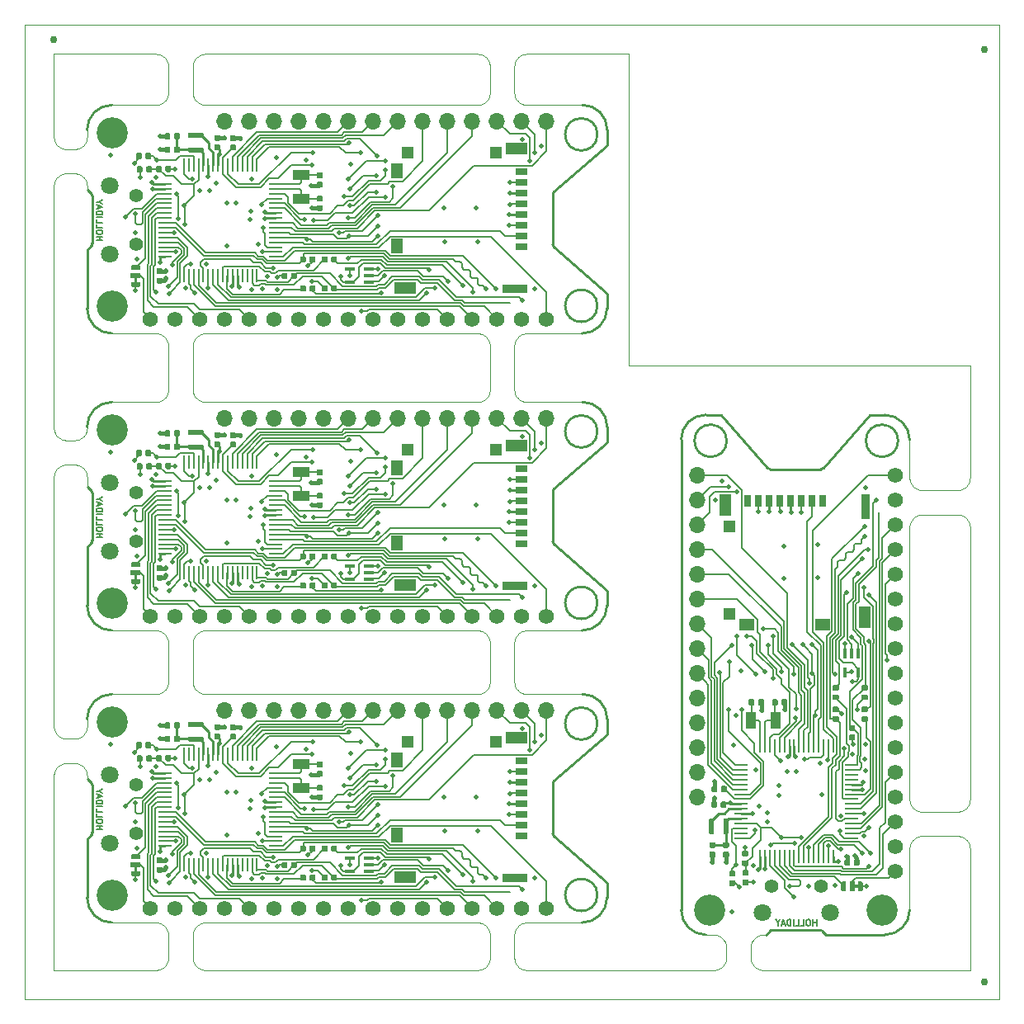
<source format=gbr>
%TF.GenerationSoftware,KiCad,Pcbnew,(5.1.4)-1*%
%TF.CreationDate,2019-10-11T08:55:03-07:00*%
%TF.ProjectId,output.v25Panel,6f757470-7574-42e7-9632-3550616e656c,rev?*%
%TF.SameCoordinates,Original*%
%TF.FileFunction,Copper,L4,Bot*%
%TF.FilePolarity,Positive*%
%FSLAX46Y46*%
G04 Gerber Fmt 4.6, Leading zero omitted, Abs format (unit mm)*
G04 Created by KiCad (PCBNEW (5.1.4)-1) date 2019-10-11 08:55:03*
%MOMM*%
%LPD*%
G04 APERTURE LIST*
%ADD10C,0.050000*%
%ADD11C,0.158750*%
%ADD12C,0.250000*%
%ADD13C,0.100000*%
%ADD14C,0.750000*%
%ADD15R,1.000000X0.500000*%
%ADD16C,0.500000*%
%ADD17C,0.150000*%
%ADD18C,0.590000*%
%ADD19R,1.117600X0.355600*%
%ADD20C,1.800000*%
%ADD21C,1.408000*%
%ADD22R,1.240000X0.800000*%
%ADD23R,2.500000X0.950000*%
%ADD24R,2.200000X1.150000*%
%ADD25R,1.250000X1.160000*%
%ADD26R,1.200000X1.160000*%
%ADD27R,1.150000X1.500000*%
%ADD28R,1.470000X0.280000*%
%ADD29R,0.280000X1.470000*%
%ADD30O,1.700000X1.700000*%
%ADD31C,1.574800*%
%ADD32R,1.800000X1.000000*%
%ADD33C,3.200000*%
%ADD34R,0.500000X1.000000*%
%ADD35R,0.355600X1.117600*%
%ADD36R,0.800000X1.240000*%
%ADD37R,0.950000X2.500000*%
%ADD38R,1.150000X2.200000*%
%ADD39R,1.160000X1.250000*%
%ADD40R,1.160000X1.200000*%
%ADD41R,1.500000X1.150000*%
%ADD42R,1.000000X1.800000*%
%ADD43C,0.508000*%
%ADD44C,0.152400*%
%ADD45C,0.254000*%
%ADD46C,0.228600*%
%ADD47C,0.381000*%
G04 APERTURE END LIST*
D10*
X182000000Y-75000000D02*
X147000000Y-75000000D01*
X147000000Y-75000000D02*
X147000000Y-43000000D01*
X85000000Y-140000000D02*
X85000000Y-40000000D01*
X185000000Y-140000000D02*
X85000000Y-140000000D01*
X185000000Y-40000000D02*
X185000000Y-140000000D01*
X85000000Y-40000000D02*
X185000000Y-40000000D01*
D11*
X92358738Y-62118622D02*
X92993738Y-62118622D01*
X92691357Y-62118622D02*
X92691357Y-61755764D01*
X92358738Y-61755764D02*
X92993738Y-61755764D01*
X92993738Y-61332431D02*
X92993738Y-61211479D01*
X92963500Y-61151002D01*
X92903023Y-61090526D01*
X92782071Y-61060288D01*
X92570404Y-61060288D01*
X92449452Y-61090526D01*
X92388976Y-61151002D01*
X92358738Y-61211479D01*
X92358738Y-61332431D01*
X92388976Y-61392907D01*
X92449452Y-61453383D01*
X92570404Y-61483622D01*
X92782071Y-61483622D01*
X92903023Y-61453383D01*
X92963500Y-61392907D01*
X92993738Y-61332431D01*
X92358738Y-60485764D02*
X92358738Y-60788145D01*
X92993738Y-60788145D01*
X92358738Y-59971717D02*
X92358738Y-60274098D01*
X92993738Y-60274098D01*
X92358738Y-59760050D02*
X92993738Y-59760050D01*
X92358738Y-59457669D02*
X92993738Y-59457669D01*
X92993738Y-59306479D01*
X92963500Y-59215764D01*
X92903023Y-59155288D01*
X92842547Y-59125050D01*
X92721595Y-59094812D01*
X92630880Y-59094812D01*
X92509928Y-59125050D01*
X92449452Y-59155288D01*
X92388976Y-59215764D01*
X92358738Y-59306479D01*
X92358738Y-59457669D01*
X92540166Y-58852907D02*
X92540166Y-58550526D01*
X92358738Y-58913383D02*
X92993738Y-58701717D01*
X92358738Y-58490050D01*
X92661119Y-58157431D02*
X92358738Y-58157431D01*
X92993738Y-58369098D02*
X92661119Y-58157431D01*
X92993738Y-57945764D01*
D12*
X144752060Y-67575080D02*
X144752060Y-69128640D01*
X142212060Y-71668640D02*
G75*
G03X144752060Y-69128640I0J2540000D01*
G01*
X139315076Y-62811768D02*
X144752060Y-67575080D01*
X91412060Y-56926067D02*
X91860000Y-57370000D01*
X139318052Y-57099398D02*
X144780013Y-52320000D01*
X139318039Y-57099407D02*
G75*
G03X139188512Y-57351166I160472J-241760D01*
G01*
X139315063Y-62811759D02*
G75*
G02X139185536Y-62560000I160472J241760D01*
G01*
X139185536Y-62560000D02*
X139188512Y-57351166D01*
X91412060Y-63068136D02*
X91860000Y-62624203D01*
X91860000Y-62624203D02*
G75*
G03X91921488Y-62435369I-228511J178835D01*
G01*
X91860000Y-57370000D02*
G75*
G02X91921488Y-57558834I-228511J-178835D01*
G01*
X143765221Y-51245720D02*
G75*
G03X143765221Y-51245720I-1652221J0D01*
G01*
X143765221Y-68835220D02*
G75*
G03X143765221Y-68835220I-1652221J0D01*
G01*
X144780013Y-50766440D02*
X144780013Y-52320000D01*
X142240013Y-48226440D02*
G75*
G02X144780013Y-50766440I0J-2540000D01*
G01*
X91412060Y-63068136D02*
X91412060Y-69128640D01*
X91412060Y-50766440D02*
G75*
G02X93952060Y-48226440I2540000J0D01*
G01*
X91921488Y-57558834D02*
X91921488Y-62435369D01*
X93952060Y-71668640D02*
G75*
G02X91412060Y-69128640I0J2540000D01*
G01*
D11*
X92358738Y-92598622D02*
X92993738Y-92598622D01*
X92691357Y-92598622D02*
X92691357Y-92235764D01*
X92358738Y-92235764D02*
X92993738Y-92235764D01*
X92993738Y-91812431D02*
X92993738Y-91691479D01*
X92963500Y-91631002D01*
X92903023Y-91570526D01*
X92782071Y-91540288D01*
X92570404Y-91540288D01*
X92449452Y-91570526D01*
X92388976Y-91631002D01*
X92358738Y-91691479D01*
X92358738Y-91812431D01*
X92388976Y-91872907D01*
X92449452Y-91933383D01*
X92570404Y-91963622D01*
X92782071Y-91963622D01*
X92903023Y-91933383D01*
X92963500Y-91872907D01*
X92993738Y-91812431D01*
X92358738Y-90965764D02*
X92358738Y-91268145D01*
X92993738Y-91268145D01*
X92358738Y-90451717D02*
X92358738Y-90754098D01*
X92993738Y-90754098D01*
X92358738Y-90240050D02*
X92993738Y-90240050D01*
X92358738Y-89937669D02*
X92993738Y-89937669D01*
X92993738Y-89786479D01*
X92963500Y-89695764D01*
X92903023Y-89635288D01*
X92842547Y-89605050D01*
X92721595Y-89574812D01*
X92630880Y-89574812D01*
X92509928Y-89605050D01*
X92449452Y-89635288D01*
X92388976Y-89695764D01*
X92358738Y-89786479D01*
X92358738Y-89937669D01*
X92540166Y-89332907D02*
X92540166Y-89030526D01*
X92358738Y-89393383D02*
X92993738Y-89181717D01*
X92358738Y-88970050D01*
X92661119Y-88637431D02*
X92358738Y-88637431D01*
X92993738Y-88849098D02*
X92661119Y-88637431D01*
X92993738Y-88425764D01*
D12*
X144752060Y-98055080D02*
X144752060Y-99608640D01*
X142212060Y-102148640D02*
G75*
G03X144752060Y-99608640I0J2540000D01*
G01*
X139315076Y-93291768D02*
X144752060Y-98055080D01*
X91412060Y-87406067D02*
X91860000Y-87850000D01*
X139318052Y-87579398D02*
X144780013Y-82800000D01*
X139318039Y-87579407D02*
G75*
G03X139188512Y-87831166I160472J-241760D01*
G01*
X139315063Y-93291759D02*
G75*
G02X139185536Y-93040000I160472J241760D01*
G01*
X139185536Y-93040000D02*
X139188512Y-87831166D01*
X91412060Y-93548136D02*
X91860000Y-93104203D01*
X91860000Y-93104203D02*
G75*
G03X91921488Y-92915369I-228511J178835D01*
G01*
X91860000Y-87850000D02*
G75*
G02X91921488Y-88038834I-228511J-178835D01*
G01*
X143765221Y-81725720D02*
G75*
G03X143765221Y-81725720I-1652221J0D01*
G01*
X143765221Y-99315220D02*
G75*
G03X143765221Y-99315220I-1652221J0D01*
G01*
X144780013Y-81246440D02*
X144780013Y-82800000D01*
X142240013Y-78706440D02*
G75*
G02X144780013Y-81246440I0J-2540000D01*
G01*
X91412060Y-93548136D02*
X91412060Y-99608640D01*
X91412060Y-81246440D02*
G75*
G02X93952060Y-78706440I2540000J0D01*
G01*
X91921488Y-88038834D02*
X91921488Y-92915369D01*
X93952060Y-102148640D02*
G75*
G02X91412060Y-99608640I0J2540000D01*
G01*
D11*
X92358738Y-122570622D02*
X92993738Y-122570622D01*
X92691357Y-122570622D02*
X92691357Y-122207764D01*
X92358738Y-122207764D02*
X92993738Y-122207764D01*
X92993738Y-121784431D02*
X92993738Y-121663479D01*
X92963500Y-121603002D01*
X92903023Y-121542526D01*
X92782071Y-121512288D01*
X92570404Y-121512288D01*
X92449452Y-121542526D01*
X92388976Y-121603002D01*
X92358738Y-121663479D01*
X92358738Y-121784431D01*
X92388976Y-121844907D01*
X92449452Y-121905383D01*
X92570404Y-121935622D01*
X92782071Y-121935622D01*
X92903023Y-121905383D01*
X92963500Y-121844907D01*
X92993738Y-121784431D01*
X92358738Y-120937764D02*
X92358738Y-121240145D01*
X92993738Y-121240145D01*
X92358738Y-120423717D02*
X92358738Y-120726098D01*
X92993738Y-120726098D01*
X92358738Y-120212050D02*
X92993738Y-120212050D01*
X92358738Y-119909669D02*
X92993738Y-119909669D01*
X92993738Y-119758479D01*
X92963500Y-119667764D01*
X92903023Y-119607288D01*
X92842547Y-119577050D01*
X92721595Y-119546812D01*
X92630880Y-119546812D01*
X92509928Y-119577050D01*
X92449452Y-119607288D01*
X92388976Y-119667764D01*
X92358738Y-119758479D01*
X92358738Y-119909669D01*
X92540166Y-119304907D02*
X92540166Y-119002526D01*
X92358738Y-119365383D02*
X92993738Y-119153717D01*
X92358738Y-118942050D01*
X92661119Y-118609431D02*
X92358738Y-118609431D01*
X92993738Y-118821098D02*
X92661119Y-118609431D01*
X92993738Y-118397764D01*
D12*
X144752060Y-128027080D02*
X144752060Y-129580640D01*
X142212060Y-132120640D02*
G75*
G03X144752060Y-129580640I0J2540000D01*
G01*
X139315076Y-123263768D02*
X144752060Y-128027080D01*
X91412060Y-117378067D02*
X91860000Y-117822000D01*
X139318052Y-117551398D02*
X144780013Y-112772000D01*
X139318039Y-117551407D02*
G75*
G03X139188512Y-117803166I160472J-241760D01*
G01*
X139315063Y-123263759D02*
G75*
G02X139185536Y-123012000I160472J241760D01*
G01*
X139185536Y-123012000D02*
X139188512Y-117803166D01*
X91412060Y-123520136D02*
X91860000Y-123076203D01*
X91860000Y-123076203D02*
G75*
G03X91921488Y-122887369I-228511J178835D01*
G01*
X91860000Y-117822000D02*
G75*
G02X91921488Y-118010834I-228511J-178835D01*
G01*
X143765221Y-111697720D02*
G75*
G03X143765221Y-111697720I-1652221J0D01*
G01*
X143765221Y-129287220D02*
G75*
G03X143765221Y-129287220I-1652221J0D01*
G01*
X144780013Y-111218440D02*
X144780013Y-112772000D01*
X142240013Y-108678440D02*
G75*
G02X144780013Y-111218440I0J-2540000D01*
G01*
X91412060Y-123520136D02*
X91412060Y-129580640D01*
X91412060Y-111218440D02*
G75*
G02X93952060Y-108678440I2540000J0D01*
G01*
X91921488Y-118010834D02*
X91921488Y-122887369D01*
X93952060Y-132120640D02*
G75*
G02X91412060Y-129580640I0J2540000D01*
G01*
D11*
X166258622Y-132431261D02*
X166258622Y-131796261D01*
X166258622Y-132098642D02*
X165895764Y-132098642D01*
X165895764Y-132431261D02*
X165895764Y-131796261D01*
X165472431Y-131796261D02*
X165351479Y-131796261D01*
X165291002Y-131826500D01*
X165230526Y-131886976D01*
X165200288Y-132007928D01*
X165200288Y-132219595D01*
X165230526Y-132340547D01*
X165291002Y-132401023D01*
X165351479Y-132431261D01*
X165472431Y-132431261D01*
X165532907Y-132401023D01*
X165593383Y-132340547D01*
X165623622Y-132219595D01*
X165623622Y-132007928D01*
X165593383Y-131886976D01*
X165532907Y-131826500D01*
X165472431Y-131796261D01*
X164625764Y-132431261D02*
X164928145Y-132431261D01*
X164928145Y-131796261D01*
X164111717Y-132431261D02*
X164414098Y-132431261D01*
X164414098Y-131796261D01*
X163900050Y-132431261D02*
X163900050Y-131796261D01*
X163597669Y-132431261D02*
X163597669Y-131796261D01*
X163446479Y-131796261D01*
X163355764Y-131826500D01*
X163295288Y-131886976D01*
X163265050Y-131947452D01*
X163234812Y-132068404D01*
X163234812Y-132159119D01*
X163265050Y-132280071D01*
X163295288Y-132340547D01*
X163355764Y-132401023D01*
X163446479Y-132431261D01*
X163597669Y-132431261D01*
X162992907Y-132249833D02*
X162690526Y-132249833D01*
X163053383Y-132431261D02*
X162841717Y-131796261D01*
X162630050Y-132431261D01*
X162297431Y-132128880D02*
X162297431Y-132431261D01*
X162509098Y-131796261D02*
X162297431Y-132128880D01*
X162085764Y-131796261D01*
D12*
X171715080Y-80037940D02*
X173268640Y-80037940D01*
X175808640Y-82577940D02*
G75*
G03X173268640Y-80037940I-2540000J0D01*
G01*
X166951768Y-85474924D02*
X171715080Y-80037940D01*
X161066067Y-133377940D02*
X161510000Y-132930000D01*
X161239398Y-85471948D02*
X156460000Y-80009987D01*
X161239407Y-85471961D02*
G75*
G03X161491166Y-85601488I241760J160472D01*
G01*
X166951759Y-85474937D02*
G75*
G02X166700000Y-85604464I-241760J160472D01*
G01*
X166700000Y-85604464D02*
X161491166Y-85601488D01*
X167208136Y-133377940D02*
X166764203Y-132930000D01*
X166764203Y-132930000D02*
G75*
G03X166575369Y-132868512I-178835J-228511D01*
G01*
X161510000Y-132930000D02*
G75*
G02X161698834Y-132868512I178835J-228511D01*
G01*
X157037941Y-82677000D02*
G75*
G03X157037941Y-82677000I-1652221J0D01*
G01*
X174627441Y-82677000D02*
G75*
G03X174627441Y-82677000I-1652221J0D01*
G01*
X154906440Y-80009987D02*
X156460000Y-80009987D01*
X152366440Y-82549987D02*
G75*
G02X154906440Y-80009987I2540000J0D01*
G01*
X167208136Y-133377940D02*
X173268640Y-133377940D01*
X152366440Y-82549987D02*
X152366440Y-130837940D01*
X154906440Y-133377940D02*
G75*
G02X152366440Y-130837940I0J2540000D01*
G01*
X161698834Y-132868512D02*
X166575369Y-132868512D01*
X175808640Y-130837940D02*
G75*
G02X173268640Y-133377940I-2540000J0D01*
G01*
D13*
X175808640Y-86500005D02*
X175808640Y-82577940D01*
X182000000Y-86499985D02*
X182000000Y-75000000D01*
X182000000Y-91499960D02*
X181992313Y-91400256D01*
X175808640Y-91500025D02*
X175816327Y-91400321D01*
X181992313Y-91400256D02*
X181976985Y-91301438D01*
X175816327Y-91400321D02*
X175831655Y-91301503D01*
X181976985Y-91301438D02*
X181954107Y-91204091D01*
X175831655Y-91301503D02*
X175854533Y-91204156D01*
X181954107Y-91204091D02*
X181923814Y-91108791D01*
X175854533Y-91204156D02*
X175884826Y-91108856D01*
X181923814Y-91108791D02*
X181886285Y-91016101D01*
X175884826Y-91108856D02*
X175922355Y-91016166D01*
X181886285Y-91016101D02*
X181841742Y-90926570D01*
X175922355Y-91016166D02*
X175966898Y-90926635D01*
X181841742Y-90926570D02*
X181790449Y-90840728D01*
X175966898Y-90926635D02*
X176018191Y-90840793D01*
X181790449Y-90840728D02*
X181732709Y-90759083D01*
X176018191Y-90840793D02*
X176075931Y-90759148D01*
X181732709Y-90759083D02*
X181668864Y-90682118D01*
X176075931Y-90759148D02*
X176139776Y-90682183D01*
X181668864Y-90682118D02*
X181599292Y-90610288D01*
X176139776Y-90682183D02*
X176209348Y-90610353D01*
X181599292Y-90610288D02*
X181524405Y-90544018D01*
X176209348Y-90610353D02*
X176284235Y-90544083D01*
X181524405Y-90544018D02*
X181444646Y-90483700D01*
X176284235Y-90544083D02*
X176363994Y-90483765D01*
X181444646Y-90483700D02*
X181360487Y-90429691D01*
X176363994Y-90483765D02*
X176448153Y-90429756D01*
X181360487Y-90429691D02*
X181272426Y-90382311D01*
X176448153Y-90429756D02*
X176536214Y-90382376D01*
X181272426Y-90382311D02*
X181180984Y-90341840D01*
X176536214Y-90382376D02*
X176627656Y-90341905D01*
X181180984Y-90341840D02*
X181086702Y-90308518D01*
X176627656Y-90341905D02*
X176721938Y-90308583D01*
X181086702Y-90308518D02*
X180990138Y-90282542D01*
X176721938Y-90308583D02*
X176818502Y-90282607D01*
X180990138Y-90282542D02*
X180891863Y-90264065D01*
X176818502Y-90282607D02*
X176916777Y-90264130D01*
X180891863Y-90264065D02*
X180792458Y-90253197D01*
X176916777Y-90264130D02*
X177016182Y-90253262D01*
X180792458Y-90253197D02*
X180692512Y-90250002D01*
X177016182Y-90253262D02*
X177116128Y-90250067D01*
X177116128Y-90250067D02*
X180692512Y-90250002D01*
X175808640Y-86500005D02*
X175816327Y-86599709D01*
X182000000Y-86499985D02*
X181992313Y-86599689D01*
X175816327Y-86599709D02*
X175831655Y-86698527D01*
X181992313Y-86599689D02*
X181976985Y-86698507D01*
X175831655Y-86698527D02*
X175854533Y-86795874D01*
X181976985Y-86698507D02*
X181954107Y-86795854D01*
X175854533Y-86795874D02*
X175884826Y-86891174D01*
X181954107Y-86795854D02*
X181923814Y-86891154D01*
X175884826Y-86891174D02*
X175922355Y-86983864D01*
X181923814Y-86891154D02*
X181886285Y-86983844D01*
X175922355Y-86983864D02*
X175966898Y-87073395D01*
X181886285Y-86983844D02*
X181841742Y-87073375D01*
X175966898Y-87073395D02*
X176018191Y-87159237D01*
X181841742Y-87073375D02*
X181790449Y-87159217D01*
X176018191Y-87159237D02*
X176075931Y-87240882D01*
X181790449Y-87159217D02*
X181732709Y-87240862D01*
X176075931Y-87240882D02*
X176139776Y-87317847D01*
X181732709Y-87240862D02*
X181668864Y-87317827D01*
X176139776Y-87317847D02*
X176209348Y-87389677D01*
X181668864Y-87317827D02*
X181599292Y-87389657D01*
X176209348Y-87389677D02*
X176284235Y-87455947D01*
X181599292Y-87389657D02*
X181524405Y-87455927D01*
X176284235Y-87455947D02*
X176363994Y-87516265D01*
X181524405Y-87455927D02*
X181444646Y-87516245D01*
X176363994Y-87516265D02*
X176448153Y-87570274D01*
X181444646Y-87516245D02*
X181360487Y-87570254D01*
X176448153Y-87570274D02*
X176536214Y-87617654D01*
X181360487Y-87570254D02*
X181272426Y-87617634D01*
X176536214Y-87617654D02*
X176627656Y-87658125D01*
X181272426Y-87617634D02*
X181180984Y-87658105D01*
X176627656Y-87658125D02*
X176721938Y-87691447D01*
X181180984Y-87658105D02*
X181086702Y-87691427D01*
X176721938Y-87691447D02*
X176818502Y-87717423D01*
X181086702Y-87691427D02*
X180990138Y-87717403D01*
X176818502Y-87717423D02*
X176916777Y-87735900D01*
X180990138Y-87717403D02*
X180891863Y-87735880D01*
X176916777Y-87735900D02*
X177016182Y-87746768D01*
X180891863Y-87735880D02*
X180792458Y-87746748D01*
X177016182Y-87746768D02*
X177116128Y-87749963D01*
X180792458Y-87746748D02*
X180692512Y-87749943D01*
X177116128Y-87749963D02*
X180692512Y-87749943D01*
X175808640Y-119499992D02*
X175808640Y-91500025D01*
X175808640Y-124500010D02*
X175808640Y-130837940D01*
X182000000Y-119499987D02*
X182000000Y-91499960D01*
X182000000Y-124500013D02*
X182000000Y-137000000D01*
X182000000Y-124500013D02*
X181992313Y-124400309D01*
X175808640Y-124500010D02*
X175816327Y-124400306D01*
X181992313Y-124400309D02*
X181976985Y-124301491D01*
X175816327Y-124400306D02*
X175831655Y-124301488D01*
X181976985Y-124301491D02*
X181954107Y-124204144D01*
X175831655Y-124301488D02*
X175854533Y-124204141D01*
X181954107Y-124204144D02*
X181923814Y-124108844D01*
X175854533Y-124204141D02*
X175884826Y-124108841D01*
X181923814Y-124108844D02*
X181886285Y-124016154D01*
X175884826Y-124108841D02*
X175922355Y-124016151D01*
X175922355Y-124016151D02*
X175966898Y-123926620D01*
X181886285Y-124016154D02*
X181841742Y-123926623D01*
X175966898Y-123926620D02*
X176018191Y-123840778D01*
X181841742Y-123926623D02*
X181790449Y-123840781D01*
X176018191Y-123840778D02*
X176075931Y-123759133D01*
X181790449Y-123840781D02*
X181732709Y-123759136D01*
X176075931Y-123759133D02*
X176139776Y-123682168D01*
X181732709Y-123759136D02*
X181668864Y-123682171D01*
X176139776Y-123682168D02*
X176209348Y-123610338D01*
X181668864Y-123682171D02*
X181599292Y-123610341D01*
X176209348Y-123610338D02*
X176284235Y-123544068D01*
X181599292Y-123610341D02*
X181524405Y-123544071D01*
X176284235Y-123544068D02*
X176363994Y-123483750D01*
X181524405Y-123544071D02*
X181444646Y-123483753D01*
X176363994Y-123483750D02*
X176448153Y-123429741D01*
X181444646Y-123483753D02*
X181360487Y-123429744D01*
X176448153Y-123429741D02*
X176536214Y-123382361D01*
X181360487Y-123429744D02*
X181272426Y-123382364D01*
X176536214Y-123382361D02*
X176627656Y-123341890D01*
X181272426Y-123382364D02*
X181180984Y-123341893D01*
X176627656Y-123341890D02*
X176721938Y-123308568D01*
X181180984Y-123341893D02*
X181086702Y-123308571D01*
X176721938Y-123308568D02*
X176818502Y-123282592D01*
X181086702Y-123308571D02*
X180990138Y-123282595D01*
X176818502Y-123282592D02*
X176916777Y-123264115D01*
X180990138Y-123282595D02*
X180891863Y-123264118D01*
X176916777Y-123264115D02*
X177016182Y-123253247D01*
X180891863Y-123264118D02*
X180792458Y-123253250D01*
X177016182Y-123253247D02*
X177116128Y-123250052D01*
X180792458Y-123253250D02*
X180692512Y-123250055D01*
X177116128Y-123250052D02*
X180692512Y-123250055D01*
X175808640Y-119499992D02*
X175816327Y-119599696D01*
X182000000Y-119499987D02*
X181992313Y-119599691D01*
X175816327Y-119599696D02*
X175831655Y-119698514D01*
X181992313Y-119599691D02*
X181976985Y-119698509D01*
X175831655Y-119698514D02*
X175854533Y-119795861D01*
X181976985Y-119698509D02*
X181954107Y-119795856D01*
X175854533Y-119795861D02*
X175884826Y-119891161D01*
X181954107Y-119795856D02*
X181923814Y-119891156D01*
X175884826Y-119891161D02*
X175922355Y-119983851D01*
X181923814Y-119891156D02*
X181886285Y-119983846D01*
X175922355Y-119983851D02*
X175966898Y-120073382D01*
X181886285Y-119983846D02*
X181841742Y-120073377D01*
X175966898Y-120073382D02*
X176018191Y-120159224D01*
X181841742Y-120073377D02*
X181790449Y-120159219D01*
X176018191Y-120159224D02*
X176075931Y-120240869D01*
X181790449Y-120159219D02*
X181732709Y-120240864D01*
X176075931Y-120240869D02*
X176139776Y-120317834D01*
X181732709Y-120240864D02*
X181668864Y-120317829D01*
X176139776Y-120317834D02*
X176209348Y-120389664D01*
X181668864Y-120317829D02*
X181599292Y-120389659D01*
X176209348Y-120389664D02*
X176284235Y-120455934D01*
X181599292Y-120389659D02*
X181524405Y-120455929D01*
X176284235Y-120455934D02*
X176363994Y-120516252D01*
X181524405Y-120455929D02*
X181444646Y-120516247D01*
X176363994Y-120516252D02*
X176448153Y-120570261D01*
X181444646Y-120516247D02*
X181360487Y-120570256D01*
X176448153Y-120570261D02*
X176536214Y-120617641D01*
X181360487Y-120570256D02*
X181272426Y-120617636D01*
X176536214Y-120617641D02*
X176627656Y-120658112D01*
X181272426Y-120617636D02*
X181180984Y-120658107D01*
X176627656Y-120658112D02*
X176721938Y-120691434D01*
X181180984Y-120658107D02*
X181086702Y-120691429D01*
X176721938Y-120691434D02*
X176818502Y-120717410D01*
X181086702Y-120691429D02*
X180990138Y-120717405D01*
X176818502Y-120717410D02*
X176916777Y-120735887D01*
X180990138Y-120717405D02*
X180891863Y-120735882D01*
X176916777Y-120735887D02*
X177016182Y-120746755D01*
X180891863Y-120735882D02*
X180792458Y-120746750D01*
X177016182Y-120746755D02*
X177116128Y-120749950D01*
X180792458Y-120746750D02*
X180692512Y-120749945D01*
X177116128Y-120749950D02*
X180692512Y-120749945D01*
X155750002Y-133377940D02*
X154906440Y-133377940D01*
X160749998Y-133377940D02*
X161066067Y-133377940D01*
X160749985Y-137000000D02*
X182000000Y-137000000D01*
X155750002Y-133377940D02*
X155849706Y-133385627D01*
X155749977Y-137000000D02*
X155849681Y-136992313D01*
X155849706Y-133385627D02*
X155948524Y-133400955D01*
X155849681Y-136992313D02*
X155948499Y-136976985D01*
X155948524Y-133400955D02*
X156045871Y-133423833D01*
X155948499Y-136976985D02*
X156045846Y-136954107D01*
X156045871Y-133423833D02*
X156141171Y-133454126D01*
X156045846Y-136954107D02*
X156141146Y-136923814D01*
X156141171Y-133454126D02*
X156233861Y-133491655D01*
X156141146Y-136923814D02*
X156233836Y-136886285D01*
X156233861Y-133491655D02*
X156323392Y-133536198D01*
X156233836Y-136886285D02*
X156323367Y-136841742D01*
X156323392Y-133536198D02*
X156409234Y-133587491D01*
X156323367Y-136841742D02*
X156409209Y-136790449D01*
X156409234Y-133587491D02*
X156490879Y-133645231D01*
X156409209Y-136790449D02*
X156490854Y-136732709D01*
X156490879Y-133645231D02*
X156567844Y-133709076D01*
X156490854Y-136732709D02*
X156567819Y-136668864D01*
X156567844Y-133709076D02*
X156639674Y-133778648D01*
X156567819Y-136668864D02*
X156639649Y-136599292D01*
X156639674Y-133778648D02*
X156705944Y-133853535D01*
X156639649Y-136599292D02*
X156705919Y-136524405D01*
X156705944Y-133853535D02*
X156766262Y-133933294D01*
X156705919Y-136524405D02*
X156766237Y-136444646D01*
X156766262Y-133933294D02*
X156820271Y-134017453D01*
X156766237Y-136444646D02*
X156820246Y-136360487D01*
X156820271Y-134017453D02*
X156867651Y-134105514D01*
X156820246Y-136360487D02*
X156867626Y-136272426D01*
X156867651Y-134105514D02*
X156908122Y-134196956D01*
X156867626Y-136272426D02*
X156908097Y-136180984D01*
X156908122Y-134196956D02*
X156941444Y-134291238D01*
X156908097Y-136180984D02*
X156941419Y-136086702D01*
X156941444Y-134291238D02*
X156967420Y-134387802D01*
X156941419Y-136086702D02*
X156967395Y-135990138D01*
X156967420Y-134387802D02*
X156985897Y-134486077D01*
X156967395Y-135990138D02*
X156985872Y-135891863D01*
X156985897Y-134486077D02*
X156996765Y-134585482D01*
X156985872Y-135891863D02*
X156996740Y-135792458D01*
X156996765Y-134585482D02*
X156999960Y-134685428D01*
X156996740Y-135792458D02*
X156999935Y-135692512D01*
X156999960Y-134685428D02*
X156999935Y-135692512D01*
X160749985Y-137000000D02*
X160650281Y-136992313D01*
X160749998Y-133377940D02*
X160650294Y-133385627D01*
X160650281Y-136992313D02*
X160551463Y-136976985D01*
X160650294Y-133385627D02*
X160551476Y-133400955D01*
X160551463Y-136976985D02*
X160454116Y-136954107D01*
X160551476Y-133400955D02*
X160454129Y-133423833D01*
X160454116Y-136954107D02*
X160358816Y-136923814D01*
X160454129Y-133423833D02*
X160358829Y-133454126D01*
X160358816Y-136923814D02*
X160266126Y-136886285D01*
X160358829Y-133454126D02*
X160266139Y-133491655D01*
X160266126Y-136886285D02*
X160176595Y-136841742D01*
X160266139Y-133491655D02*
X160176608Y-133536198D01*
X160176595Y-136841742D02*
X160090753Y-136790449D01*
X160176608Y-133536198D02*
X160090766Y-133587491D01*
X160090753Y-136790449D02*
X160009108Y-136732709D01*
X160090766Y-133587491D02*
X160009121Y-133645231D01*
X160009108Y-136732709D02*
X159932143Y-136668864D01*
X160009121Y-133645231D02*
X159932156Y-133709076D01*
X159932143Y-136668864D02*
X159860313Y-136599292D01*
X159932156Y-133709076D02*
X159860326Y-133778648D01*
X159860313Y-136599292D02*
X159794043Y-136524405D01*
X159860326Y-133778648D02*
X159794056Y-133853535D01*
X159794043Y-136524405D02*
X159733725Y-136444646D01*
X159794056Y-133853535D02*
X159733738Y-133933294D01*
X159733725Y-136444646D02*
X159679716Y-136360487D01*
X159733738Y-133933294D02*
X159679729Y-134017453D01*
X159679716Y-136360487D02*
X159632336Y-136272426D01*
X159679729Y-134017453D02*
X159632349Y-134105514D01*
X159632336Y-136272426D02*
X159591865Y-136180984D01*
X159632349Y-134105514D02*
X159591878Y-134196956D01*
X159591865Y-136180984D02*
X159558543Y-136086702D01*
X159591878Y-134196956D02*
X159558556Y-134291238D01*
X159558543Y-136086702D02*
X159532567Y-135990138D01*
X159558556Y-134291238D02*
X159532580Y-134387802D01*
X159532567Y-135990138D02*
X159514090Y-135891863D01*
X159532580Y-134387802D02*
X159514103Y-134486077D01*
X159514090Y-135891863D02*
X159503222Y-135792458D01*
X159514103Y-134486077D02*
X159503235Y-134585482D01*
X159503222Y-135792458D02*
X159500027Y-135692512D01*
X159503235Y-134585482D02*
X159500040Y-134685428D01*
X159500040Y-134685428D02*
X159500027Y-135692512D01*
X136499998Y-132120640D02*
X142212060Y-132120640D01*
X136499998Y-137000000D02*
X155749977Y-137000000D01*
X131500015Y-137000000D02*
X131599719Y-136992313D01*
X131500007Y-132120640D02*
X131599711Y-132128327D01*
X131599719Y-136992313D02*
X131698537Y-136976985D01*
X131599711Y-132128327D02*
X131698529Y-132143655D01*
X131698537Y-136976985D02*
X131795884Y-136954107D01*
X131698529Y-132143655D02*
X131795876Y-132166533D01*
X131795884Y-136954107D02*
X131891184Y-136923814D01*
X131795876Y-132166533D02*
X131891176Y-132196826D01*
X131891184Y-136923814D02*
X131983874Y-136886285D01*
X131891176Y-132196826D02*
X131983866Y-132234355D01*
X131983874Y-136886285D02*
X132073405Y-136841742D01*
X131983866Y-132234355D02*
X132073397Y-132278898D01*
X132073405Y-136841742D02*
X132159247Y-136790449D01*
X132073397Y-132278898D02*
X132159239Y-132330191D01*
X132159247Y-136790449D02*
X132240892Y-136732709D01*
X132159239Y-132330191D02*
X132240884Y-132387931D01*
X132240892Y-136732709D02*
X132317857Y-136668864D01*
X132240884Y-132387931D02*
X132317849Y-132451776D01*
X132317857Y-136668864D02*
X132389687Y-136599292D01*
X132317849Y-132451776D02*
X132389679Y-132521348D01*
X132389687Y-136599292D02*
X132455957Y-136524405D01*
X132389679Y-132521348D02*
X132455949Y-132596235D01*
X132455957Y-136524405D02*
X132516275Y-136444646D01*
X132455949Y-132596235D02*
X132516267Y-132675994D01*
X132516275Y-136444646D02*
X132570284Y-136360487D01*
X132516267Y-132675994D02*
X132570276Y-132760153D01*
X132570284Y-136360487D02*
X132617664Y-136272426D01*
X132570276Y-132760153D02*
X132617656Y-132848214D01*
X132617664Y-136272426D02*
X132658135Y-136180984D01*
X132617656Y-132848214D02*
X132658127Y-132939656D01*
X132658135Y-136180984D02*
X132691457Y-136086702D01*
X132658127Y-132939656D02*
X132691449Y-133033938D01*
X132691457Y-136086702D02*
X132717433Y-135990138D01*
X132691449Y-133033938D02*
X132717425Y-133130502D01*
X132717433Y-135990138D02*
X132735910Y-135891863D01*
X132717425Y-133130502D02*
X132735902Y-133228777D01*
X132735910Y-135891863D02*
X132746778Y-135792458D01*
X132735902Y-133228777D02*
X132746770Y-133328182D01*
X132746778Y-135792458D02*
X132749973Y-135692512D01*
X132746770Y-133328182D02*
X132749965Y-133428128D01*
X132749965Y-133428128D02*
X132749973Y-135692512D01*
X136499998Y-137000000D02*
X136400294Y-136992313D01*
X136499998Y-132120640D02*
X136400294Y-132128327D01*
X136400294Y-136992313D02*
X136301476Y-136976985D01*
X136400294Y-132128327D02*
X136301476Y-132143655D01*
X136301476Y-136976985D02*
X136204129Y-136954107D01*
X136301476Y-132143655D02*
X136204129Y-132166533D01*
X136204129Y-136954107D02*
X136108829Y-136923814D01*
X136204129Y-132166533D02*
X136108829Y-132196826D01*
X136108829Y-136923814D02*
X136016139Y-136886285D01*
X136108829Y-132196826D02*
X136016139Y-132234355D01*
X136016139Y-136886285D02*
X135926608Y-136841742D01*
X136016139Y-132234355D02*
X135926608Y-132278898D01*
X135926608Y-136841742D02*
X135840766Y-136790449D01*
X135926608Y-132278898D02*
X135840766Y-132330191D01*
X135840766Y-136790449D02*
X135759121Y-136732709D01*
X135840766Y-132330191D02*
X135759121Y-132387931D01*
X135759121Y-136732709D02*
X135682156Y-136668864D01*
X135759121Y-132387931D02*
X135682156Y-132451776D01*
X135682156Y-136668864D02*
X135610326Y-136599292D01*
X135682156Y-132451776D02*
X135610326Y-132521348D01*
X135610326Y-136599292D02*
X135544056Y-136524405D01*
X135610326Y-132521348D02*
X135544056Y-132596235D01*
X135544056Y-136524405D02*
X135483738Y-136444646D01*
X135544056Y-132596235D02*
X135483738Y-132675994D01*
X135483738Y-136444646D02*
X135429729Y-136360487D01*
X135483738Y-132675994D02*
X135429729Y-132760153D01*
X135429729Y-136360487D02*
X135382349Y-136272426D01*
X135429729Y-132760153D02*
X135382349Y-132848214D01*
X135382349Y-136272426D02*
X135341878Y-136180984D01*
X135382349Y-132848214D02*
X135341878Y-132939656D01*
X135341878Y-136180984D02*
X135308556Y-136086702D01*
X135341878Y-132939656D02*
X135308556Y-133033938D01*
X135308556Y-136086702D02*
X135282580Y-135990138D01*
X135308556Y-133033938D02*
X135282580Y-133130502D01*
X135282580Y-135990138D02*
X135264103Y-135891863D01*
X135282580Y-133130502D02*
X135264103Y-133228777D01*
X135264103Y-135891863D02*
X135253235Y-135792458D01*
X135264103Y-133228777D02*
X135253235Y-133328182D01*
X135253235Y-135792458D02*
X135250040Y-135692512D01*
X135253235Y-133328182D02*
X135250040Y-133428128D01*
X135250040Y-133428128D02*
X135250040Y-135692512D01*
X103500010Y-132120640D02*
X131500007Y-132120640D01*
X98500007Y-132120640D02*
X93952060Y-132120640D01*
X103500010Y-137000000D02*
X131500015Y-137000000D01*
X98500002Y-137000000D02*
X88000000Y-137000000D01*
X98500007Y-132120640D02*
X98599711Y-132128327D01*
X98500002Y-137000000D02*
X98599706Y-136992313D01*
X98599711Y-132128327D02*
X98698529Y-132143655D01*
X98599706Y-136992313D02*
X98698524Y-136976985D01*
X98698529Y-132143655D02*
X98795876Y-132166533D01*
X98698524Y-136976985D02*
X98795871Y-136954107D01*
X98795876Y-132166533D02*
X98891176Y-132196826D01*
X98795871Y-136954107D02*
X98891171Y-136923814D01*
X98891176Y-132196826D02*
X98983866Y-132234355D01*
X98891171Y-136923814D02*
X98983861Y-136886285D01*
X98983866Y-132234355D02*
X99073397Y-132278898D01*
X98983861Y-136886285D02*
X99073392Y-136841742D01*
X99073397Y-132278898D02*
X99159239Y-132330191D01*
X99073392Y-136841742D02*
X99159234Y-136790449D01*
X99159239Y-132330191D02*
X99240884Y-132387931D01*
X99159234Y-136790449D02*
X99240879Y-136732709D01*
X99240884Y-132387931D02*
X99317849Y-132451776D01*
X99240879Y-136732709D02*
X99317844Y-136668864D01*
X99317849Y-132451776D02*
X99389679Y-132521348D01*
X99317844Y-136668864D02*
X99389674Y-136599292D01*
X99389679Y-132521348D02*
X99455949Y-132596235D01*
X99389674Y-136599292D02*
X99455944Y-136524405D01*
X99455949Y-132596235D02*
X99516267Y-132675994D01*
X99455944Y-136524405D02*
X99516262Y-136444646D01*
X99516267Y-132675994D02*
X99570276Y-132760153D01*
X99516262Y-136444646D02*
X99570271Y-136360487D01*
X99570276Y-132760153D02*
X99617656Y-132848214D01*
X99570271Y-136360487D02*
X99617651Y-136272426D01*
X99617656Y-132848214D02*
X99658127Y-132939656D01*
X99617651Y-136272426D02*
X99658122Y-136180984D01*
X99658127Y-132939656D02*
X99691449Y-133033938D01*
X99658122Y-136180984D02*
X99691444Y-136086702D01*
X99691449Y-133033938D02*
X99717425Y-133130502D01*
X99691444Y-136086702D02*
X99717420Y-135990138D01*
X99717425Y-133130502D02*
X99735902Y-133228777D01*
X99717420Y-135990138D02*
X99735897Y-135891863D01*
X99735902Y-133228777D02*
X99746770Y-133328182D01*
X99735897Y-135891863D02*
X99746765Y-135792458D01*
X99746770Y-133328182D02*
X99749965Y-133428128D01*
X99746765Y-135792458D02*
X99749960Y-135692512D01*
X99749965Y-133428128D02*
X99749960Y-135692512D01*
X103500010Y-137000000D02*
X103400306Y-136992313D01*
X103500010Y-132120640D02*
X103400306Y-132128327D01*
X103400306Y-136992313D02*
X103301488Y-136976985D01*
X103400306Y-132128327D02*
X103301488Y-132143655D01*
X103301488Y-136976985D02*
X103204141Y-136954107D01*
X103301488Y-132143655D02*
X103204141Y-132166533D01*
X103204141Y-136954107D02*
X103108841Y-136923814D01*
X103204141Y-132166533D02*
X103108841Y-132196826D01*
X103108841Y-136923814D02*
X103016151Y-136886285D01*
X103108841Y-132196826D02*
X103016151Y-132234355D01*
X103016151Y-136886285D02*
X102926620Y-136841742D01*
X103016151Y-132234355D02*
X102926620Y-132278898D01*
X102926620Y-136841742D02*
X102840778Y-136790449D01*
X102926620Y-132278898D02*
X102840778Y-132330191D01*
X102840778Y-136790449D02*
X102759133Y-136732709D01*
X102840778Y-132330191D02*
X102759133Y-132387931D01*
X102759133Y-136732709D02*
X102682168Y-136668864D01*
X102759133Y-132387931D02*
X102682168Y-132451776D01*
X102682168Y-136668864D02*
X102610338Y-136599292D01*
X102682168Y-132451776D02*
X102610338Y-132521348D01*
X102610338Y-136599292D02*
X102544068Y-136524405D01*
X102610338Y-132521348D02*
X102544068Y-132596235D01*
X102544068Y-136524405D02*
X102483750Y-136444646D01*
X102544068Y-132596235D02*
X102483750Y-132675994D01*
X102483750Y-136444646D02*
X102429741Y-136360487D01*
X102483750Y-132675994D02*
X102429741Y-132760153D01*
X102429741Y-136360487D02*
X102382361Y-136272426D01*
X102429741Y-132760153D02*
X102382361Y-132848214D01*
X102382361Y-136272426D02*
X102341890Y-136180984D01*
X102382361Y-132848214D02*
X102341890Y-132939656D01*
X102341890Y-136180984D02*
X102308568Y-136086702D01*
X102341890Y-132939656D02*
X102308568Y-133033938D01*
X102308568Y-136086702D02*
X102282592Y-135990138D01*
X102308568Y-133033938D02*
X102282592Y-133130502D01*
X102282592Y-135990138D02*
X102264115Y-135891863D01*
X102282592Y-133130502D02*
X102264115Y-133228777D01*
X102264115Y-135891863D02*
X102253247Y-135792458D01*
X102264115Y-133228777D02*
X102253247Y-133328182D01*
X102253247Y-135792458D02*
X102250052Y-135692512D01*
X102253247Y-133328182D02*
X102250052Y-133428128D01*
X102250052Y-133428128D02*
X102250052Y-135692512D01*
X88000000Y-117020000D02*
X88000000Y-137000000D01*
X91412060Y-112020000D02*
X91412060Y-111218440D01*
X91412060Y-117020000D02*
X91412060Y-117378067D01*
X91412060Y-117020000D02*
X91404373Y-116920296D01*
X88000000Y-117020000D02*
X88007687Y-116920296D01*
X91404373Y-116920296D02*
X91389045Y-116821478D01*
X88007687Y-116920296D02*
X88023015Y-116821478D01*
X91389045Y-116821478D02*
X91366167Y-116724131D01*
X88023015Y-116821478D02*
X88045893Y-116724131D01*
X91366167Y-116724131D02*
X91335874Y-116628831D01*
X88045893Y-116724131D02*
X88076186Y-116628831D01*
X91335874Y-116628831D02*
X91298345Y-116536141D01*
X88076186Y-116628831D02*
X88113715Y-116536141D01*
X91298345Y-116536141D02*
X91253802Y-116446610D01*
X88113715Y-116536141D02*
X88158258Y-116446610D01*
X91253802Y-116446610D02*
X91202509Y-116360768D01*
X88158258Y-116446610D02*
X88209551Y-116360768D01*
X91202509Y-116360768D02*
X91144769Y-116279123D01*
X88209551Y-116360768D02*
X88267291Y-116279123D01*
X91144769Y-116279123D02*
X91080924Y-116202158D01*
X88267291Y-116279123D02*
X88331136Y-116202158D01*
X91080924Y-116202158D02*
X91011352Y-116130328D01*
X88331136Y-116202158D02*
X88400708Y-116130328D01*
X91011352Y-116130328D02*
X90936465Y-116064058D01*
X88400708Y-116130328D02*
X88475595Y-116064058D01*
X90936465Y-116064058D02*
X90856706Y-116003740D01*
X88475595Y-116064058D02*
X88555354Y-116003740D01*
X90856706Y-116003740D02*
X90772547Y-115949731D01*
X88555354Y-116003740D02*
X88639513Y-115949731D01*
X90772547Y-115949731D02*
X90684486Y-115902351D01*
X88639513Y-115949731D02*
X88727574Y-115902351D01*
X90684486Y-115902351D02*
X90593044Y-115861880D01*
X88727574Y-115902351D02*
X88819016Y-115861880D01*
X90593044Y-115861880D02*
X90498762Y-115828558D01*
X88819016Y-115861880D02*
X88913298Y-115828558D01*
X90498762Y-115828558D02*
X90402198Y-115802582D01*
X88913298Y-115828558D02*
X89009862Y-115802582D01*
X90402198Y-115802582D02*
X90303923Y-115784105D01*
X89009862Y-115802582D02*
X89108137Y-115784105D01*
X90303923Y-115784105D02*
X90204518Y-115773237D01*
X89108137Y-115784105D02*
X89207542Y-115773237D01*
X90204518Y-115773237D02*
X90104572Y-115770042D01*
X89207542Y-115773237D02*
X89307488Y-115770042D01*
X89307488Y-115770042D02*
X90104572Y-115770042D01*
X88000000Y-112020017D02*
X88007687Y-112119721D01*
X91412060Y-112020000D02*
X91404373Y-112119704D01*
X88007687Y-112119721D02*
X88023015Y-112218539D01*
X91404373Y-112119704D02*
X91389045Y-112218522D01*
X88023015Y-112218539D02*
X88045893Y-112315886D01*
X91389045Y-112218522D02*
X91366167Y-112315869D01*
X88045893Y-112315886D02*
X88076186Y-112411186D01*
X91366167Y-112315869D02*
X91335874Y-112411169D01*
X88076186Y-112411186D02*
X88113715Y-112503876D01*
X91335874Y-112411169D02*
X91298345Y-112503859D01*
X88113715Y-112503876D02*
X88158258Y-112593407D01*
X91298345Y-112503859D02*
X91253802Y-112593390D01*
X88158258Y-112593407D02*
X88209551Y-112679249D01*
X91253802Y-112593390D02*
X91202509Y-112679232D01*
X88209551Y-112679249D02*
X88267291Y-112760894D01*
X91202509Y-112679232D02*
X91144769Y-112760877D01*
X88267291Y-112760894D02*
X88331136Y-112837859D01*
X91144769Y-112760877D02*
X91080924Y-112837842D01*
X88331136Y-112837859D02*
X88400708Y-112909689D01*
X91080924Y-112837842D02*
X91011352Y-112909672D01*
X88400708Y-112909689D02*
X88475595Y-112975959D01*
X91011352Y-112909672D02*
X90936465Y-112975942D01*
X88475595Y-112975959D02*
X88555354Y-113036277D01*
X90936465Y-112975942D02*
X90856706Y-113036260D01*
X88555354Y-113036277D02*
X88639513Y-113090286D01*
X90856706Y-113036260D02*
X90772547Y-113090269D01*
X88639513Y-113090286D02*
X88727574Y-113137666D01*
X90772547Y-113090269D02*
X90684486Y-113137649D01*
X88727574Y-113137666D02*
X88819016Y-113178137D01*
X90684486Y-113137649D02*
X90593044Y-113178120D01*
X88819016Y-113178137D02*
X88913298Y-113211459D01*
X90593044Y-113178120D02*
X90498762Y-113211442D01*
X88913298Y-113211459D02*
X89009862Y-113237435D01*
X90498762Y-113211442D02*
X90402198Y-113237418D01*
X89009862Y-113237435D02*
X89108137Y-113255912D01*
X90402198Y-113237418D02*
X90303923Y-113255895D01*
X89108137Y-113255912D02*
X89207542Y-113266780D01*
X90303923Y-113255895D02*
X90204518Y-113266763D01*
X89207542Y-113266780D02*
X89307488Y-113269975D01*
X90204518Y-113266763D02*
X90104572Y-113269958D01*
X89307488Y-113269975D02*
X90104572Y-113269958D01*
X88000000Y-86385008D02*
X88000000Y-112020017D01*
X91412060Y-81384997D02*
X91412060Y-81246440D01*
X91412060Y-86385003D02*
X91412060Y-87406067D01*
X91412060Y-86385003D02*
X91404373Y-86285299D01*
X88000000Y-86385008D02*
X88007687Y-86285304D01*
X91404373Y-86285299D02*
X91389045Y-86186481D01*
X88007687Y-86285304D02*
X88023015Y-86186486D01*
X91389045Y-86186481D02*
X91366167Y-86089134D01*
X88023015Y-86186486D02*
X88045893Y-86089139D01*
X91366167Y-86089134D02*
X91335874Y-85993834D01*
X88045893Y-86089139D02*
X88076186Y-85993839D01*
X91335874Y-85993834D02*
X91298345Y-85901144D01*
X88076186Y-85993839D02*
X88113715Y-85901149D01*
X91298345Y-85901144D02*
X91253802Y-85811613D01*
X88113715Y-85901149D02*
X88158258Y-85811618D01*
X91253802Y-85811613D02*
X91202509Y-85725771D01*
X88158258Y-85811618D02*
X88209551Y-85725776D01*
X91202509Y-85725771D02*
X91144769Y-85644126D01*
X88209551Y-85725776D02*
X88267291Y-85644131D01*
X91144769Y-85644126D02*
X91080924Y-85567161D01*
X88267291Y-85644131D02*
X88331136Y-85567166D01*
X91080924Y-85567161D02*
X91011352Y-85495331D01*
X88331136Y-85567166D02*
X88400708Y-85495336D01*
X91011352Y-85495331D02*
X90936465Y-85429061D01*
X88400708Y-85495336D02*
X88475595Y-85429066D01*
X90936465Y-85429061D02*
X90856706Y-85368743D01*
X88475595Y-85429066D02*
X88555354Y-85368748D01*
X90856706Y-85368743D02*
X90772547Y-85314734D01*
X88555354Y-85368748D02*
X88639513Y-85314739D01*
X90772547Y-85314734D02*
X90684486Y-85267354D01*
X88639513Y-85314739D02*
X88727574Y-85267359D01*
X90684486Y-85267354D02*
X90593044Y-85226883D01*
X88727574Y-85267359D02*
X88819016Y-85226888D01*
X90593044Y-85226883D02*
X90498762Y-85193561D01*
X88819016Y-85226888D02*
X88913298Y-85193566D01*
X90498762Y-85193561D02*
X90402198Y-85167585D01*
X88913298Y-85193566D02*
X89009862Y-85167590D01*
X90402198Y-85167585D02*
X90303923Y-85149108D01*
X89009862Y-85167590D02*
X89108137Y-85149113D01*
X90303923Y-85149108D02*
X90204518Y-85138240D01*
X89108137Y-85149113D02*
X89207542Y-85138245D01*
X90204518Y-85138240D02*
X90104572Y-85135045D01*
X89207542Y-85138245D02*
X89307488Y-85135050D01*
X89307488Y-85135050D02*
X90104572Y-85135045D01*
X91412060Y-81384997D02*
X91404373Y-81484701D01*
X88000000Y-81384985D02*
X88007687Y-81484689D01*
X91404373Y-81484701D02*
X91389045Y-81583519D01*
X88007687Y-81484689D02*
X88023015Y-81583507D01*
X91389045Y-81583519D02*
X91366167Y-81680866D01*
X88023015Y-81583507D02*
X88045893Y-81680854D01*
X91366167Y-81680866D02*
X91335874Y-81776166D01*
X88045893Y-81680854D02*
X88076186Y-81776154D01*
X91335874Y-81776166D02*
X91298345Y-81868856D01*
X88076186Y-81776154D02*
X88113715Y-81868844D01*
X91298345Y-81868856D02*
X91253802Y-81958387D01*
X88113715Y-81868844D02*
X88158258Y-81958375D01*
X91253802Y-81958387D02*
X91202509Y-82044229D01*
X88158258Y-81958375D02*
X88209551Y-82044217D01*
X91202509Y-82044229D02*
X91144769Y-82125874D01*
X88209551Y-82044217D02*
X88267291Y-82125862D01*
X91144769Y-82125874D02*
X91080924Y-82202839D01*
X88267291Y-82125862D02*
X88331136Y-82202827D01*
X91080924Y-82202839D02*
X91011352Y-82274669D01*
X88331136Y-82202827D02*
X88400708Y-82274657D01*
X91011352Y-82274669D02*
X90936465Y-82340939D01*
X88400708Y-82274657D02*
X88475595Y-82340927D01*
X90936465Y-82340939D02*
X90856706Y-82401257D01*
X88475595Y-82340927D02*
X88555354Y-82401245D01*
X90856706Y-82401257D02*
X90772547Y-82455266D01*
X88555354Y-82401245D02*
X88639513Y-82455254D01*
X90772547Y-82455266D02*
X90684486Y-82502646D01*
X88639513Y-82455254D02*
X88727574Y-82502634D01*
X90684486Y-82502646D02*
X90593044Y-82543117D01*
X88727574Y-82502634D02*
X88819016Y-82543105D01*
X90593044Y-82543117D02*
X90498762Y-82576439D01*
X88819016Y-82543105D02*
X88913298Y-82576427D01*
X90498762Y-82576439D02*
X90402198Y-82602415D01*
X88913298Y-82576427D02*
X89009862Y-82602403D01*
X90402198Y-82602415D02*
X90303923Y-82620892D01*
X89009862Y-82602403D02*
X89108137Y-82620880D01*
X90303923Y-82620892D02*
X90204518Y-82631760D01*
X89108137Y-82620880D02*
X89207542Y-82631748D01*
X90204518Y-82631760D02*
X90104572Y-82634955D01*
X89207542Y-82631748D02*
X89307488Y-82634943D01*
X89307488Y-82634943D02*
X90104572Y-82634955D01*
X88000000Y-56511975D02*
X88000000Y-81384985D01*
X88000000Y-51512000D02*
X88000000Y-43000000D01*
X91412060Y-51512002D02*
X91412060Y-50766440D01*
X91412060Y-56512000D02*
X91412060Y-56926067D01*
X88000000Y-56511975D02*
X88007687Y-56412271D01*
X91412060Y-56512000D02*
X91404373Y-56412296D01*
X88007687Y-56412271D02*
X88023015Y-56313453D01*
X91404373Y-56412296D02*
X91389045Y-56313478D01*
X88023015Y-56313453D02*
X88045893Y-56216106D01*
X91389045Y-56313478D02*
X91366167Y-56216131D01*
X88045893Y-56216106D02*
X88076186Y-56120806D01*
X91366167Y-56216131D02*
X91335874Y-56120831D01*
X88076186Y-56120806D02*
X88113715Y-56028116D01*
X91335874Y-56120831D02*
X91298345Y-56028141D01*
X88113715Y-56028116D02*
X88158258Y-55938585D01*
X91298345Y-56028141D02*
X91253802Y-55938610D01*
X88158258Y-55938585D02*
X88209551Y-55852743D01*
X91253802Y-55938610D02*
X91202509Y-55852768D01*
X88209551Y-55852743D02*
X88267291Y-55771098D01*
X91202509Y-55852768D02*
X91144769Y-55771123D01*
X88267291Y-55771098D02*
X88331136Y-55694133D01*
X91144769Y-55771123D02*
X91080924Y-55694158D01*
X88331136Y-55694133D02*
X88400708Y-55622303D01*
X91080924Y-55694158D02*
X91011352Y-55622328D01*
X88400708Y-55622303D02*
X88475595Y-55556033D01*
X91011352Y-55622328D02*
X90936465Y-55556058D01*
X88475595Y-55556033D02*
X88555354Y-55495715D01*
X90936465Y-55556058D02*
X90856706Y-55495740D01*
X88555354Y-55495715D02*
X88639513Y-55441706D01*
X90856706Y-55495740D02*
X90772547Y-55441731D01*
X88639513Y-55441706D02*
X88727574Y-55394326D01*
X90772547Y-55441731D02*
X90684486Y-55394351D01*
X88727574Y-55394326D02*
X88819016Y-55353855D01*
X90684486Y-55394351D02*
X90593044Y-55353880D01*
X88819016Y-55353855D02*
X88913298Y-55320533D01*
X90593044Y-55353880D02*
X90498762Y-55320558D01*
X88913298Y-55320533D02*
X89009862Y-55294557D01*
X90498762Y-55320558D02*
X90402198Y-55294582D01*
X89009862Y-55294557D02*
X89108137Y-55276080D01*
X90402198Y-55294582D02*
X90303923Y-55276105D01*
X89108137Y-55276080D02*
X89207542Y-55265212D01*
X90303923Y-55276105D02*
X90204518Y-55265237D01*
X89207542Y-55265212D02*
X89307488Y-55262017D01*
X90204518Y-55265237D02*
X90104572Y-55262042D01*
X89307488Y-55262017D02*
X90104572Y-55262042D01*
X91412060Y-51512002D02*
X91404373Y-51611706D01*
X88000000Y-51512000D02*
X88007687Y-51611704D01*
X91404373Y-51611706D02*
X91389045Y-51710524D01*
X88007687Y-51611704D02*
X88023015Y-51710522D01*
X91389045Y-51710524D02*
X91366167Y-51807871D01*
X88023015Y-51710522D02*
X88045893Y-51807869D01*
X91366167Y-51807871D02*
X91335874Y-51903171D01*
X88045893Y-51807869D02*
X88076186Y-51903169D01*
X91335874Y-51903171D02*
X91298345Y-51995861D01*
X88076186Y-51903169D02*
X88113715Y-51995859D01*
X91298345Y-51995861D02*
X91253802Y-52085392D01*
X88113715Y-51995859D02*
X88158258Y-52085390D01*
X91253802Y-52085392D02*
X91202509Y-52171234D01*
X88158258Y-52085390D02*
X88209551Y-52171232D01*
X91202509Y-52171234D02*
X91144769Y-52252879D01*
X88209551Y-52171232D02*
X88267291Y-52252877D01*
X91144769Y-52252879D02*
X91080924Y-52329844D01*
X88267291Y-52252877D02*
X88331136Y-52329842D01*
X91080924Y-52329844D02*
X91011352Y-52401674D01*
X88331136Y-52329842D02*
X88400708Y-52401672D01*
X91011352Y-52401674D02*
X90936465Y-52467944D01*
X88400708Y-52401672D02*
X88475595Y-52467942D01*
X90936465Y-52467944D02*
X90856706Y-52528262D01*
X88475595Y-52467942D02*
X88555354Y-52528260D01*
X90856706Y-52528262D02*
X90772547Y-52582271D01*
X88555354Y-52528260D02*
X88639513Y-52582269D01*
X90772547Y-52582271D02*
X90684486Y-52629651D01*
X88639513Y-52582269D02*
X88727574Y-52629649D01*
X90684486Y-52629651D02*
X90593044Y-52670122D01*
X88727574Y-52629649D02*
X88819016Y-52670120D01*
X90593044Y-52670122D02*
X90498762Y-52703444D01*
X88819016Y-52670120D02*
X88913298Y-52703442D01*
X90498762Y-52703444D02*
X90402198Y-52729420D01*
X88913298Y-52703442D02*
X89009862Y-52729418D01*
X90402198Y-52729420D02*
X90303923Y-52747897D01*
X89009862Y-52729418D02*
X89108137Y-52747895D01*
X90303923Y-52747897D02*
X90204518Y-52758765D01*
X89108137Y-52747895D02*
X89207542Y-52758763D01*
X90204518Y-52758765D02*
X90104572Y-52761960D01*
X89207542Y-52758763D02*
X89307488Y-52761958D01*
X89307488Y-52761958D02*
X90104572Y-52761960D01*
X136499998Y-43000000D02*
X147000000Y-43000000D01*
X136500000Y-48226440D02*
X142240013Y-48226440D01*
X131500015Y-43000000D02*
X131599719Y-43007687D01*
X131500007Y-48226440D02*
X131599711Y-48218753D01*
X131599719Y-43007687D02*
X131698537Y-43023015D01*
X131599711Y-48218753D02*
X131698529Y-48203425D01*
X131698537Y-43023015D02*
X131795884Y-43045893D01*
X131698529Y-48203425D02*
X131795876Y-48180547D01*
X131795884Y-43045893D02*
X131891184Y-43076186D01*
X131795876Y-48180547D02*
X131891176Y-48150254D01*
X131891184Y-43076186D02*
X131983874Y-43113715D01*
X131891176Y-48150254D02*
X131983866Y-48112725D01*
X131983874Y-43113715D02*
X132073405Y-43158258D01*
X131983866Y-48112725D02*
X132073397Y-48068182D01*
X132073405Y-43158258D02*
X132159247Y-43209551D01*
X132073397Y-48068182D02*
X132159239Y-48016889D01*
X132159247Y-43209551D02*
X132240892Y-43267291D01*
X132159239Y-48016889D02*
X132240884Y-47959149D01*
X132240892Y-43267291D02*
X132317857Y-43331136D01*
X132240884Y-47959149D02*
X132317849Y-47895304D01*
X132317857Y-43331136D02*
X132389687Y-43400708D01*
X132317849Y-47895304D02*
X132389679Y-47825732D01*
X132389687Y-43400708D02*
X132455957Y-43475595D01*
X132389679Y-47825732D02*
X132455949Y-47750845D01*
X132455957Y-43475595D02*
X132516275Y-43555354D01*
X132455949Y-47750845D02*
X132516267Y-47671086D01*
X132516275Y-43555354D02*
X132570284Y-43639513D01*
X132516267Y-47671086D02*
X132570276Y-47586927D01*
X132570284Y-43639513D02*
X132617664Y-43727574D01*
X132570276Y-47586927D02*
X132617656Y-47498866D01*
X132617664Y-43727574D02*
X132658135Y-43819016D01*
X132617656Y-47498866D02*
X132658127Y-47407424D01*
X132658135Y-43819016D02*
X132691457Y-43913298D01*
X132658127Y-47407424D02*
X132691449Y-47313142D01*
X132691457Y-43913298D02*
X132717433Y-44009862D01*
X132691449Y-47313142D02*
X132717425Y-47216578D01*
X132717433Y-44009862D02*
X132735910Y-44108137D01*
X132717425Y-47216578D02*
X132735902Y-47118303D01*
X132735910Y-44108137D02*
X132746778Y-44207542D01*
X132735902Y-47118303D02*
X132746770Y-47018898D01*
X132746778Y-44207542D02*
X132749973Y-44307488D01*
X132746770Y-47018898D02*
X132749965Y-46918952D01*
X132749973Y-44307488D02*
X132749965Y-46918952D01*
X136500000Y-48226440D02*
X136400296Y-48218753D01*
X136499998Y-43000000D02*
X136400294Y-43007687D01*
X136400296Y-48218753D02*
X136301478Y-48203425D01*
X136400294Y-43007687D02*
X136301476Y-43023015D01*
X136301478Y-48203425D02*
X136204131Y-48180547D01*
X136301476Y-43023015D02*
X136204129Y-43045893D01*
X136204131Y-48180547D02*
X136108831Y-48150254D01*
X136204129Y-43045893D02*
X136108829Y-43076186D01*
X136108831Y-48150254D02*
X136016141Y-48112725D01*
X136108829Y-43076186D02*
X136016139Y-43113715D01*
X136016141Y-48112725D02*
X135926610Y-48068182D01*
X136016139Y-43113715D02*
X135926608Y-43158258D01*
X135926610Y-48068182D02*
X135840768Y-48016889D01*
X135926608Y-43158258D02*
X135840766Y-43209551D01*
X135840768Y-48016889D02*
X135759123Y-47959149D01*
X135840766Y-43209551D02*
X135759121Y-43267291D01*
X135759123Y-47959149D02*
X135682158Y-47895304D01*
X135759121Y-43267291D02*
X135682156Y-43331136D01*
X135682158Y-47895304D02*
X135610328Y-47825732D01*
X135682156Y-43331136D02*
X135610326Y-43400708D01*
X135610328Y-47825732D02*
X135544058Y-47750845D01*
X135610326Y-43400708D02*
X135544056Y-43475595D01*
X135544058Y-47750845D02*
X135483740Y-47671086D01*
X135544056Y-43475595D02*
X135483738Y-43555354D01*
X135483740Y-47671086D02*
X135429731Y-47586927D01*
X135483738Y-43555354D02*
X135429729Y-43639513D01*
X135429729Y-43639513D02*
X135382349Y-43727574D01*
X135429731Y-47586927D02*
X135382351Y-47498866D01*
X135382349Y-43727574D02*
X135341878Y-43819016D01*
X135382351Y-47498866D02*
X135341880Y-47407424D01*
X135341878Y-43819016D02*
X135308556Y-43913298D01*
X135341880Y-47407424D02*
X135308558Y-47313142D01*
X135308556Y-43913298D02*
X135282580Y-44009862D01*
X135308558Y-47313142D02*
X135282582Y-47216578D01*
X135282580Y-44009862D02*
X135264103Y-44108137D01*
X135282582Y-47216578D02*
X135264105Y-47118303D01*
X135264103Y-44108137D02*
X135253235Y-44207542D01*
X135264105Y-47118303D02*
X135253237Y-47018898D01*
X135253235Y-44207542D02*
X135250040Y-44307488D01*
X135253237Y-47018898D02*
X135250042Y-46918952D01*
X135250040Y-44307488D02*
X135250042Y-46918952D01*
X103500010Y-43000000D02*
X131500015Y-43000000D01*
X98500002Y-43000000D02*
X88000000Y-43000000D01*
X103500010Y-48226440D02*
X131500007Y-48226440D01*
X98500007Y-48226440D02*
X93952060Y-48226440D01*
X98500007Y-48226440D02*
X98599711Y-48218753D01*
X98500002Y-43000000D02*
X98599706Y-43007687D01*
X98599711Y-48218753D02*
X98698529Y-48203425D01*
X98599706Y-43007687D02*
X98698524Y-43023015D01*
X98698529Y-48203425D02*
X98795876Y-48180547D01*
X98698524Y-43023015D02*
X98795871Y-43045893D01*
X98795876Y-48180547D02*
X98891176Y-48150254D01*
X98795871Y-43045893D02*
X98891171Y-43076186D01*
X98891176Y-48150254D02*
X98983866Y-48112725D01*
X98891171Y-43076186D02*
X98983861Y-43113715D01*
X98983866Y-48112725D02*
X99073397Y-48068182D01*
X98983861Y-43113715D02*
X99073392Y-43158258D01*
X99073397Y-48068182D02*
X99159239Y-48016889D01*
X99073392Y-43158258D02*
X99159234Y-43209551D01*
X99159239Y-48016889D02*
X99240884Y-47959149D01*
X99159234Y-43209551D02*
X99240879Y-43267291D01*
X99240884Y-47959149D02*
X99317849Y-47895304D01*
X99240879Y-43267291D02*
X99317844Y-43331136D01*
X99317849Y-47895304D02*
X99389679Y-47825732D01*
X99317844Y-43331136D02*
X99389674Y-43400708D01*
X99389679Y-47825732D02*
X99455949Y-47750845D01*
X99389674Y-43400708D02*
X99455944Y-43475595D01*
X99455949Y-47750845D02*
X99516267Y-47671086D01*
X99455944Y-43475595D02*
X99516262Y-43555354D01*
X99516267Y-47671086D02*
X99570276Y-47586927D01*
X99516262Y-43555354D02*
X99570271Y-43639513D01*
X99570276Y-47586927D02*
X99617656Y-47498866D01*
X99570271Y-43639513D02*
X99617651Y-43727574D01*
X99617656Y-47498866D02*
X99658127Y-47407424D01*
X99617651Y-43727574D02*
X99658122Y-43819016D01*
X99658127Y-47407424D02*
X99691449Y-47313142D01*
X99658122Y-43819016D02*
X99691444Y-43913298D01*
X99691449Y-47313142D02*
X99717425Y-47216578D01*
X99691444Y-43913298D02*
X99717420Y-44009862D01*
X99717425Y-47216578D02*
X99735902Y-47118303D01*
X99717420Y-44009862D02*
X99735897Y-44108137D01*
X99735902Y-47118303D02*
X99746770Y-47018898D01*
X99735897Y-44108137D02*
X99746765Y-44207542D01*
X99746770Y-47018898D02*
X99749965Y-46918952D01*
X99746765Y-44207542D02*
X99749960Y-44307488D01*
X99749960Y-44307488D02*
X99749965Y-46918952D01*
X103500010Y-48226440D02*
X103400306Y-48218753D01*
X103500010Y-43000000D02*
X103400306Y-43007687D01*
X103400306Y-48218753D02*
X103301488Y-48203425D01*
X103400306Y-43007687D02*
X103301488Y-43023015D01*
X103301488Y-48203425D02*
X103204141Y-48180547D01*
X103301488Y-43023015D02*
X103204141Y-43045893D01*
X103204141Y-48180547D02*
X103108841Y-48150254D01*
X103204141Y-43045893D02*
X103108841Y-43076186D01*
X103108841Y-48150254D02*
X103016151Y-48112725D01*
X103108841Y-43076186D02*
X103016151Y-43113715D01*
X103016151Y-48112725D02*
X102926620Y-48068182D01*
X103016151Y-43113715D02*
X102926620Y-43158258D01*
X102926620Y-48068182D02*
X102840778Y-48016889D01*
X102926620Y-43158258D02*
X102840778Y-43209551D01*
X102840778Y-48016889D02*
X102759133Y-47959149D01*
X102840778Y-43209551D02*
X102759133Y-43267291D01*
X102759133Y-47959149D02*
X102682168Y-47895304D01*
X102759133Y-43267291D02*
X102682168Y-43331136D01*
X102682168Y-47895304D02*
X102610338Y-47825732D01*
X102682168Y-43331136D02*
X102610338Y-43400708D01*
X102610338Y-47825732D02*
X102544068Y-47750845D01*
X102610338Y-43400708D02*
X102544068Y-43475595D01*
X102544068Y-47750845D02*
X102483750Y-47671086D01*
X102544068Y-43475595D02*
X102483750Y-43555354D01*
X102483750Y-47671086D02*
X102429741Y-47586927D01*
X102483750Y-43555354D02*
X102429741Y-43639513D01*
X102429741Y-47586927D02*
X102382361Y-47498866D01*
X102429741Y-43639513D02*
X102382361Y-43727574D01*
X102382361Y-47498866D02*
X102341890Y-47407424D01*
X102382361Y-43727574D02*
X102341890Y-43819016D01*
X102341890Y-47407424D02*
X102308568Y-47313142D01*
X102341890Y-43819016D02*
X102308568Y-43913298D01*
X102308568Y-47313142D02*
X102282592Y-47216578D01*
X102308568Y-43913298D02*
X102282592Y-44009862D01*
X102282592Y-47216578D02*
X102264115Y-47118303D01*
X102282592Y-44009862D02*
X102264115Y-44108137D01*
X102264115Y-47118303D02*
X102253247Y-47018898D01*
X102264115Y-44108137D02*
X102253247Y-44207542D01*
X102253247Y-47018898D02*
X102250052Y-46918952D01*
X102253247Y-44207542D02*
X102250052Y-44307488D01*
X102250052Y-44307488D02*
X102250052Y-46918952D01*
X136499998Y-71668640D02*
X142212060Y-71668640D01*
X136500000Y-78706440D02*
X142240013Y-78706440D01*
X131500007Y-78706440D02*
X131599711Y-78698753D01*
X131500007Y-71668640D02*
X131599711Y-71676327D01*
X131599711Y-78698753D02*
X131698529Y-78683425D01*
X131599711Y-71676327D02*
X131698529Y-71691655D01*
X131698529Y-78683425D02*
X131795876Y-78660547D01*
X131698529Y-71691655D02*
X131795876Y-71714533D01*
X131795876Y-78660547D02*
X131891176Y-78630254D01*
X131795876Y-71714533D02*
X131891176Y-71744826D01*
X131891176Y-78630254D02*
X131983866Y-78592725D01*
X131891176Y-71744826D02*
X131983866Y-71782355D01*
X131983866Y-78592725D02*
X132073397Y-78548182D01*
X131983866Y-71782355D02*
X132073397Y-71826898D01*
X132073397Y-78548182D02*
X132159239Y-78496889D01*
X132073397Y-71826898D02*
X132159239Y-71878191D01*
X132159239Y-78496889D02*
X132240884Y-78439149D01*
X132159239Y-71878191D02*
X132240884Y-71935931D01*
X132240884Y-78439149D02*
X132317849Y-78375304D01*
X132240884Y-71935931D02*
X132317849Y-71999776D01*
X132317849Y-78375304D02*
X132389679Y-78305732D01*
X132317849Y-71999776D02*
X132389679Y-72069348D01*
X132389679Y-78305732D02*
X132455949Y-78230845D01*
X132389679Y-72069348D02*
X132455949Y-72144235D01*
X132455949Y-78230845D02*
X132516267Y-78151086D01*
X132455949Y-72144235D02*
X132516267Y-72223994D01*
X132516267Y-78151086D02*
X132570276Y-78066927D01*
X132516267Y-72223994D02*
X132570276Y-72308153D01*
X132570276Y-78066927D02*
X132617656Y-77978866D01*
X132570276Y-72308153D02*
X132617656Y-72396214D01*
X132617656Y-77978866D02*
X132658127Y-77887424D01*
X132617656Y-72396214D02*
X132658127Y-72487656D01*
X132658127Y-77887424D02*
X132691449Y-77793142D01*
X132658127Y-72487656D02*
X132691449Y-72581938D01*
X132691449Y-77793142D02*
X132717425Y-77696578D01*
X132691449Y-72581938D02*
X132717425Y-72678502D01*
X132717425Y-77696578D02*
X132735902Y-77598303D01*
X132717425Y-72678502D02*
X132735902Y-72776777D01*
X132735902Y-77598303D02*
X132746770Y-77498898D01*
X132735902Y-72776777D02*
X132746770Y-72876182D01*
X132746770Y-77498898D02*
X132749965Y-77398952D01*
X132746770Y-72876182D02*
X132749965Y-72976128D01*
X132749965Y-72976128D02*
X132749965Y-77398952D01*
X136500000Y-78706440D02*
X136400296Y-78698753D01*
X136499998Y-71668640D02*
X136400294Y-71676327D01*
X136400296Y-78698753D02*
X136301478Y-78683425D01*
X136400294Y-71676327D02*
X136301476Y-71691655D01*
X136301478Y-78683425D02*
X136204131Y-78660547D01*
X136301476Y-71691655D02*
X136204129Y-71714533D01*
X136204131Y-78660547D02*
X136108831Y-78630254D01*
X136204129Y-71714533D02*
X136108829Y-71744826D01*
X136108831Y-78630254D02*
X136016141Y-78592725D01*
X136108829Y-71744826D02*
X136016139Y-71782355D01*
X136016141Y-78592725D02*
X135926610Y-78548182D01*
X136016139Y-71782355D02*
X135926608Y-71826898D01*
X135926610Y-78548182D02*
X135840768Y-78496889D01*
X135926608Y-71826898D02*
X135840766Y-71878191D01*
X135840768Y-78496889D02*
X135759123Y-78439149D01*
X135840766Y-71878191D02*
X135759121Y-71935931D01*
X135759123Y-78439149D02*
X135682158Y-78375304D01*
X135759121Y-71935931D02*
X135682156Y-71999776D01*
X135682158Y-78375304D02*
X135610328Y-78305732D01*
X135682156Y-71999776D02*
X135610326Y-72069348D01*
X135610328Y-78305732D02*
X135544058Y-78230845D01*
X135610326Y-72069348D02*
X135544056Y-72144235D01*
X135544058Y-78230845D02*
X135483740Y-78151086D01*
X135544056Y-72144235D02*
X135483738Y-72223994D01*
X135483740Y-78151086D02*
X135429731Y-78066927D01*
X135483738Y-72223994D02*
X135429729Y-72308153D01*
X135429731Y-78066927D02*
X135382351Y-77978866D01*
X135429729Y-72308153D02*
X135382349Y-72396214D01*
X135382351Y-77978866D02*
X135341880Y-77887424D01*
X135382349Y-72396214D02*
X135341878Y-72487656D01*
X135341880Y-77887424D02*
X135308558Y-77793142D01*
X135341878Y-72487656D02*
X135308556Y-72581938D01*
X135308558Y-77793142D02*
X135282582Y-77696578D01*
X135308556Y-72581938D02*
X135282580Y-72678502D01*
X135282582Y-77696578D02*
X135264105Y-77598303D01*
X135282580Y-72678502D02*
X135264103Y-72776777D01*
X135264105Y-77598303D02*
X135253237Y-77498898D01*
X135264103Y-72776777D02*
X135253235Y-72876182D01*
X135253237Y-77498898D02*
X135250042Y-77398952D01*
X135253235Y-72876182D02*
X135250040Y-72976128D01*
X135250040Y-72976128D02*
X135250042Y-77398952D01*
X103500010Y-71668640D02*
X131500007Y-71668640D01*
X98500007Y-71668640D02*
X93952060Y-71668640D01*
X103500010Y-78706440D02*
X131500007Y-78706440D01*
X98500007Y-78706440D02*
X93952060Y-78706440D01*
X98500007Y-78706440D02*
X98599711Y-78698753D01*
X98500007Y-71668640D02*
X98599711Y-71676327D01*
X98599711Y-78698753D02*
X98698529Y-78683425D01*
X98599711Y-71676327D02*
X98698529Y-71691655D01*
X98698529Y-78683425D02*
X98795876Y-78660547D01*
X98698529Y-71691655D02*
X98795876Y-71714533D01*
X98795876Y-78660547D02*
X98891176Y-78630254D01*
X98795876Y-71714533D02*
X98891176Y-71744826D01*
X98891176Y-78630254D02*
X98983866Y-78592725D01*
X98891176Y-71744826D02*
X98983866Y-71782355D01*
X98983866Y-78592725D02*
X99073397Y-78548182D01*
X98983866Y-71782355D02*
X99073397Y-71826898D01*
X99073397Y-78548182D02*
X99159239Y-78496889D01*
X99073397Y-71826898D02*
X99159239Y-71878191D01*
X99159239Y-78496889D02*
X99240884Y-78439149D01*
X99159239Y-71878191D02*
X99240884Y-71935931D01*
X99240884Y-78439149D02*
X99317849Y-78375304D01*
X99240884Y-71935931D02*
X99317849Y-71999776D01*
X99317849Y-78375304D02*
X99389679Y-78305732D01*
X99317849Y-71999776D02*
X99389679Y-72069348D01*
X99389679Y-78305732D02*
X99455949Y-78230845D01*
X99389679Y-72069348D02*
X99455949Y-72144235D01*
X99455949Y-78230845D02*
X99516267Y-78151086D01*
X99455949Y-72144235D02*
X99516267Y-72223994D01*
X99516267Y-78151086D02*
X99570276Y-78066927D01*
X99516267Y-72223994D02*
X99570276Y-72308153D01*
X99570276Y-78066927D02*
X99617656Y-77978866D01*
X99570276Y-72308153D02*
X99617656Y-72396214D01*
X99617656Y-77978866D02*
X99658127Y-77887424D01*
X99617656Y-72396214D02*
X99658127Y-72487656D01*
X99658127Y-77887424D02*
X99691449Y-77793142D01*
X99658127Y-72487656D02*
X99691449Y-72581938D01*
X99691449Y-77793142D02*
X99717425Y-77696578D01*
X99691449Y-72581938D02*
X99717425Y-72678502D01*
X99717425Y-77696578D02*
X99735902Y-77598303D01*
X99717425Y-72678502D02*
X99735902Y-72776777D01*
X99735902Y-77598303D02*
X99746770Y-77498898D01*
X99735902Y-72776777D02*
X99746770Y-72876182D01*
X99746770Y-77498898D02*
X99749965Y-77398952D01*
X99746770Y-72876182D02*
X99749965Y-72976128D01*
X99749965Y-72976128D02*
X99749965Y-77398952D01*
X103500010Y-78706440D02*
X103400306Y-78698753D01*
X103500010Y-71668640D02*
X103400306Y-71676327D01*
X103400306Y-78698753D02*
X103301488Y-78683425D01*
X103400306Y-71676327D02*
X103301488Y-71691655D01*
X103301488Y-78683425D02*
X103204141Y-78660547D01*
X103301488Y-71691655D02*
X103204141Y-71714533D01*
X103204141Y-78660547D02*
X103108841Y-78630254D01*
X103204141Y-71714533D02*
X103108841Y-71744826D01*
X103108841Y-78630254D02*
X103016151Y-78592725D01*
X103108841Y-71744826D02*
X103016151Y-71782355D01*
X103016151Y-78592725D02*
X102926620Y-78548182D01*
X103016151Y-71782355D02*
X102926620Y-71826898D01*
X102926620Y-78548182D02*
X102840778Y-78496889D01*
X102926620Y-71826898D02*
X102840778Y-71878191D01*
X102840778Y-78496889D02*
X102759133Y-78439149D01*
X102840778Y-71878191D02*
X102759133Y-71935931D01*
X102759133Y-78439149D02*
X102682168Y-78375304D01*
X102759133Y-71935931D02*
X102682168Y-71999776D01*
X102682168Y-78375304D02*
X102610338Y-78305732D01*
X102682168Y-71999776D02*
X102610338Y-72069348D01*
X102610338Y-78305732D02*
X102544068Y-78230845D01*
X102610338Y-72069348D02*
X102544068Y-72144235D01*
X102544068Y-78230845D02*
X102483750Y-78151086D01*
X102544068Y-72144235D02*
X102483750Y-72223994D01*
X102483750Y-78151086D02*
X102429741Y-78066927D01*
X102483750Y-72223994D02*
X102429741Y-72308153D01*
X102429741Y-78066927D02*
X102382361Y-77978866D01*
X102429741Y-72308153D02*
X102382361Y-72396214D01*
X102382361Y-77978866D02*
X102341890Y-77887424D01*
X102382361Y-72396214D02*
X102341890Y-72487656D01*
X102341890Y-77887424D02*
X102308568Y-77793142D01*
X102341890Y-72487656D02*
X102308568Y-72581938D01*
X102308568Y-77793142D02*
X102282592Y-77696578D01*
X102308568Y-72581938D02*
X102282592Y-72678502D01*
X102282592Y-77696578D02*
X102264115Y-77598303D01*
X102282592Y-72678502D02*
X102264115Y-72776777D01*
X102264115Y-77598303D02*
X102253247Y-77498898D01*
X102264115Y-72776777D02*
X102253247Y-72876182D01*
X102253247Y-77498898D02*
X102250052Y-77398952D01*
X102253247Y-72876182D02*
X102250052Y-72976128D01*
X102250052Y-72976128D02*
X102250052Y-77398952D01*
X136499998Y-102148640D02*
X142212060Y-102148640D01*
X136500000Y-108678440D02*
X142240013Y-108678440D01*
X131500007Y-108678440D02*
X131599711Y-108670753D01*
X131500007Y-102148640D02*
X131599711Y-102156327D01*
X131599711Y-108670753D02*
X131698529Y-108655425D01*
X131599711Y-102156327D02*
X131698529Y-102171655D01*
X131698529Y-108655425D02*
X131795876Y-108632547D01*
X131698529Y-102171655D02*
X131795876Y-102194533D01*
X131795876Y-108632547D02*
X131891176Y-108602254D01*
X131795876Y-102194533D02*
X131891176Y-102224826D01*
X131891176Y-108602254D02*
X131983866Y-108564725D01*
X131891176Y-102224826D02*
X131983866Y-102262355D01*
X131983866Y-108564725D02*
X132073397Y-108520182D01*
X131983866Y-102262355D02*
X132073397Y-102306898D01*
X132073397Y-108520182D02*
X132159239Y-108468889D01*
X132073397Y-102306898D02*
X132159239Y-102358191D01*
X132159239Y-108468889D02*
X132240884Y-108411149D01*
X132159239Y-102358191D02*
X132240884Y-102415931D01*
X132240884Y-108411149D02*
X132317849Y-108347304D01*
X132240884Y-102415931D02*
X132317849Y-102479776D01*
X132317849Y-108347304D02*
X132389679Y-108277732D01*
X132317849Y-102479776D02*
X132389679Y-102549348D01*
X132389679Y-108277732D02*
X132455949Y-108202845D01*
X132389679Y-102549348D02*
X132455949Y-102624235D01*
X132455949Y-108202845D02*
X132516267Y-108123086D01*
X132455949Y-102624235D02*
X132516267Y-102703994D01*
X132516267Y-108123086D02*
X132570276Y-108038927D01*
X132516267Y-102703994D02*
X132570276Y-102788153D01*
X132570276Y-108038927D02*
X132617656Y-107950866D01*
X132570276Y-102788153D02*
X132617656Y-102876214D01*
X132617656Y-107950866D02*
X132658127Y-107859424D01*
X132617656Y-102876214D02*
X132658127Y-102967656D01*
X132658127Y-107859424D02*
X132691449Y-107765142D01*
X132658127Y-102967656D02*
X132691449Y-103061938D01*
X132691449Y-107765142D02*
X132717425Y-107668578D01*
X132691449Y-103061938D02*
X132717425Y-103158502D01*
X132717425Y-107668578D02*
X132735902Y-107570303D01*
X132717425Y-103158502D02*
X132735902Y-103256777D01*
X132735902Y-107570303D02*
X132746770Y-107470898D01*
X132735902Y-103256777D02*
X132746770Y-103356182D01*
X132746770Y-107470898D02*
X132749965Y-107370952D01*
X132746770Y-103356182D02*
X132749965Y-103456128D01*
X132749965Y-103456128D02*
X132749965Y-107370952D01*
X136500000Y-108678440D02*
X136400296Y-108670753D01*
X136499998Y-102148640D02*
X136400294Y-102156327D01*
X136400296Y-108670753D02*
X136301478Y-108655425D01*
X136400294Y-102156327D02*
X136301476Y-102171655D01*
X136301478Y-108655425D02*
X136204131Y-108632547D01*
X136301476Y-102171655D02*
X136204129Y-102194533D01*
X136204131Y-108632547D02*
X136108831Y-108602254D01*
X136204129Y-102194533D02*
X136108829Y-102224826D01*
X136108831Y-108602254D02*
X136016141Y-108564725D01*
X136108829Y-102224826D02*
X136016139Y-102262355D01*
X136016141Y-108564725D02*
X135926610Y-108520182D01*
X136016139Y-102262355D02*
X135926608Y-102306898D01*
X135926610Y-108520182D02*
X135840768Y-108468889D01*
X135926608Y-102306898D02*
X135840766Y-102358191D01*
X135840768Y-108468889D02*
X135759123Y-108411149D01*
X135840766Y-102358191D02*
X135759121Y-102415931D01*
X135759123Y-108411149D02*
X135682158Y-108347304D01*
X135759121Y-102415931D02*
X135682156Y-102479776D01*
X135682158Y-108347304D02*
X135610328Y-108277732D01*
X135682156Y-102479776D02*
X135610326Y-102549348D01*
X135610328Y-108277732D02*
X135544058Y-108202845D01*
X135610326Y-102549348D02*
X135544056Y-102624235D01*
X135544058Y-108202845D02*
X135483740Y-108123086D01*
X135544056Y-102624235D02*
X135483738Y-102703994D01*
X135483740Y-108123086D02*
X135429731Y-108038927D01*
X135483738Y-102703994D02*
X135429729Y-102788153D01*
X135429731Y-108038927D02*
X135382351Y-107950866D01*
X135429729Y-102788153D02*
X135382349Y-102876214D01*
X135382351Y-107950866D02*
X135341880Y-107859424D01*
X135382349Y-102876214D02*
X135341878Y-102967656D01*
X135341880Y-107859424D02*
X135308558Y-107765142D01*
X135341878Y-102967656D02*
X135308556Y-103061938D01*
X135308558Y-107765142D02*
X135282582Y-107668578D01*
X135308556Y-103061938D02*
X135282580Y-103158502D01*
X135282582Y-107668578D02*
X135264105Y-107570303D01*
X135282580Y-103158502D02*
X135264103Y-103256777D01*
X135264105Y-107570303D02*
X135253237Y-107470898D01*
X135264103Y-103256777D02*
X135253235Y-103356182D01*
X135253237Y-107470898D02*
X135250042Y-107370952D01*
X135253235Y-103356182D02*
X135250040Y-103456128D01*
X135250040Y-103456128D02*
X135250042Y-107370952D01*
X103500010Y-102148640D02*
X131500007Y-102148640D01*
X98500007Y-102148640D02*
X93952060Y-102148640D01*
X103500010Y-108678440D02*
X131500007Y-108678440D01*
X98500007Y-108678440D02*
X93952060Y-108678440D01*
X98500007Y-108678440D02*
X98599711Y-108670753D01*
X98500007Y-102148640D02*
X98599711Y-102156327D01*
X98599711Y-108670753D02*
X98698529Y-108655425D01*
X98599711Y-102156327D02*
X98698529Y-102171655D01*
X98698529Y-108655425D02*
X98795876Y-108632547D01*
X98698529Y-102171655D02*
X98795876Y-102194533D01*
X98795876Y-108632547D02*
X98891176Y-108602254D01*
X98795876Y-102194533D02*
X98891176Y-102224826D01*
X98891176Y-108602254D02*
X98983866Y-108564725D01*
X98891176Y-102224826D02*
X98983866Y-102262355D01*
X98983866Y-108564725D02*
X99073397Y-108520182D01*
X98983866Y-102262355D02*
X99073397Y-102306898D01*
X99073397Y-108520182D02*
X99159239Y-108468889D01*
X99073397Y-102306898D02*
X99159239Y-102358191D01*
X99159239Y-108468889D02*
X99240884Y-108411149D01*
X99159239Y-102358191D02*
X99240884Y-102415931D01*
X99240884Y-108411149D02*
X99317849Y-108347304D01*
X99240884Y-102415931D02*
X99317849Y-102479776D01*
X99317849Y-108347304D02*
X99389679Y-108277732D01*
X99317849Y-102479776D02*
X99389679Y-102549348D01*
X99389679Y-108277732D02*
X99455949Y-108202845D01*
X99389679Y-102549348D02*
X99455949Y-102624235D01*
X99455949Y-108202845D02*
X99516267Y-108123086D01*
X99455949Y-102624235D02*
X99516267Y-102703994D01*
X99516267Y-108123086D02*
X99570276Y-108038927D01*
X99516267Y-102703994D02*
X99570276Y-102788153D01*
X99570276Y-108038927D02*
X99617656Y-107950866D01*
X99570276Y-102788153D02*
X99617656Y-102876214D01*
X99617656Y-107950866D02*
X99658127Y-107859424D01*
X99617656Y-102876214D02*
X99658127Y-102967656D01*
X99658127Y-107859424D02*
X99691449Y-107765142D01*
X99658127Y-102967656D02*
X99691449Y-103061938D01*
X99691449Y-107765142D02*
X99717425Y-107668578D01*
X99691449Y-103061938D02*
X99717425Y-103158502D01*
X99717425Y-107668578D02*
X99735902Y-107570303D01*
X99717425Y-103158502D02*
X99735902Y-103256777D01*
X99735902Y-107570303D02*
X99746770Y-107470898D01*
X99735902Y-103256777D02*
X99746770Y-103356182D01*
X99746770Y-107470898D02*
X99749965Y-107370952D01*
X99746770Y-103356182D02*
X99749965Y-103456128D01*
X99749965Y-103456128D02*
X99749965Y-107370952D01*
X103500010Y-108678440D02*
X103400306Y-108670753D01*
X103500010Y-102148640D02*
X103400306Y-102156327D01*
X103400306Y-108670753D02*
X103301488Y-108655425D01*
X103400306Y-102156327D02*
X103301488Y-102171655D01*
X103301488Y-108655425D02*
X103204141Y-108632547D01*
X103301488Y-102171655D02*
X103204141Y-102194533D01*
X103204141Y-108632547D02*
X103108841Y-108602254D01*
X103204141Y-102194533D02*
X103108841Y-102224826D01*
X103108841Y-108602254D02*
X103016151Y-108564725D01*
X103108841Y-102224826D02*
X103016151Y-102262355D01*
X103016151Y-108564725D02*
X102926620Y-108520182D01*
X103016151Y-102262355D02*
X102926620Y-102306898D01*
X102926620Y-108520182D02*
X102840778Y-108468889D01*
X102926620Y-102306898D02*
X102840778Y-102358191D01*
X102840778Y-108468889D02*
X102759133Y-108411149D01*
X102840778Y-102358191D02*
X102759133Y-102415931D01*
X102759133Y-108411149D02*
X102682168Y-108347304D01*
X102759133Y-102415931D02*
X102682168Y-102479776D01*
X102682168Y-108347304D02*
X102610338Y-108277732D01*
X102682168Y-102479776D02*
X102610338Y-102549348D01*
X102610338Y-108277732D02*
X102544068Y-108202845D01*
X102610338Y-102549348D02*
X102544068Y-102624235D01*
X102544068Y-108202845D02*
X102483750Y-108123086D01*
X102544068Y-102624235D02*
X102483750Y-102703994D01*
X102483750Y-108123086D02*
X102429741Y-108038927D01*
X102483750Y-102703994D02*
X102429741Y-102788153D01*
X102429741Y-108038927D02*
X102382361Y-107950866D01*
X102429741Y-102788153D02*
X102382361Y-102876214D01*
X102382361Y-107950866D02*
X102341890Y-107859424D01*
X102382361Y-102876214D02*
X102341890Y-102967656D01*
X102341890Y-107859424D02*
X102308568Y-107765142D01*
X102341890Y-102967656D02*
X102308568Y-103061938D01*
X102308568Y-107765142D02*
X102282592Y-107668578D01*
X102308568Y-103061938D02*
X102282592Y-103158502D01*
X102282592Y-107668578D02*
X102264115Y-107570303D01*
X102282592Y-103158502D02*
X102264115Y-103256777D01*
X102264115Y-107570303D02*
X102253247Y-107470898D01*
X102264115Y-103256777D02*
X102253247Y-103356182D01*
X102253247Y-107470898D02*
X102250052Y-107370952D01*
X102253247Y-103356182D02*
X102250052Y-103456128D01*
X102250052Y-103456128D02*
X102250052Y-107370952D01*
D14*
X183500000Y-138250000D03*
X88000000Y-41500000D03*
X183500000Y-42500000D03*
D15*
X96393000Y-65758060D03*
D16*
X96393000Y-64869060D03*
D17*
G36*
X95893301Y-64869060D02*
G01*
X95893301Y-64856793D01*
X95895706Y-64832377D01*
X95900492Y-64808315D01*
X95907614Y-64784838D01*
X95917003Y-64762171D01*
X95928568Y-64740534D01*
X95942198Y-64720135D01*
X95957762Y-64701170D01*
X95975110Y-64683822D01*
X95994075Y-64668258D01*
X96014474Y-64654628D01*
X96036111Y-64643063D01*
X96058778Y-64633674D01*
X96082255Y-64626552D01*
X96106317Y-64621766D01*
X96130733Y-64619361D01*
X96143000Y-64619361D01*
X96143000Y-64619060D01*
X96643000Y-64619060D01*
X96643000Y-64619361D01*
X96655267Y-64619361D01*
X96679683Y-64621766D01*
X96703745Y-64626552D01*
X96727222Y-64633674D01*
X96749889Y-64643063D01*
X96771526Y-64654628D01*
X96791925Y-64668258D01*
X96810890Y-64683822D01*
X96828238Y-64701170D01*
X96843802Y-64720135D01*
X96857432Y-64740534D01*
X96868997Y-64762171D01*
X96878386Y-64784838D01*
X96885508Y-64808315D01*
X96890294Y-64832377D01*
X96892699Y-64856793D01*
X96892699Y-64869060D01*
X96893000Y-64869060D01*
X96893000Y-65144060D01*
X95893000Y-65144060D01*
X95893000Y-64869060D01*
X95893301Y-64869060D01*
X95893301Y-64869060D01*
G37*
D16*
X96393000Y-66647060D03*
D17*
G36*
X96243000Y-66372060D02*
G01*
X96243000Y-65997060D01*
X96543000Y-65997060D01*
X96543000Y-66372060D01*
X96893000Y-66372060D01*
X96893000Y-66647060D01*
X96892699Y-66647060D01*
X96892699Y-66659327D01*
X96890294Y-66683743D01*
X96885508Y-66707805D01*
X96878386Y-66731282D01*
X96868997Y-66753949D01*
X96857432Y-66775586D01*
X96843802Y-66795985D01*
X96828238Y-66814950D01*
X96810890Y-66832298D01*
X96791925Y-66847862D01*
X96771526Y-66861492D01*
X96749889Y-66873057D01*
X96727222Y-66882446D01*
X96703745Y-66889568D01*
X96679683Y-66894354D01*
X96655267Y-66896759D01*
X96643000Y-66896759D01*
X96643000Y-66897060D01*
X96143000Y-66897060D01*
X96143000Y-66896759D01*
X96130733Y-66896759D01*
X96106317Y-66894354D01*
X96082255Y-66889568D01*
X96058778Y-66882446D01*
X96036111Y-66873057D01*
X96014474Y-66861492D01*
X95994075Y-66847862D01*
X95975110Y-66832298D01*
X95957762Y-66814950D01*
X95942198Y-66795985D01*
X95928568Y-66775586D01*
X95917003Y-66753949D01*
X95907614Y-66731282D01*
X95900492Y-66707805D01*
X95895706Y-66683743D01*
X95893301Y-66659327D01*
X95893301Y-66647060D01*
X95893000Y-66647060D01*
X95893000Y-66372060D01*
X96243000Y-66372060D01*
X96243000Y-66372060D01*
G37*
G36*
X116923078Y-66736710D02*
G01*
X116937396Y-66738834D01*
X116951437Y-66742351D01*
X116965066Y-66747228D01*
X116978151Y-66753417D01*
X116990567Y-66760858D01*
X117002193Y-66769481D01*
X117012918Y-66779202D01*
X117022639Y-66789927D01*
X117031262Y-66801553D01*
X117038703Y-66813969D01*
X117044892Y-66827054D01*
X117049769Y-66840683D01*
X117053286Y-66854724D01*
X117055410Y-66869042D01*
X117056120Y-66883500D01*
X117056120Y-67228500D01*
X117055410Y-67242958D01*
X117053286Y-67257276D01*
X117049769Y-67271317D01*
X117044892Y-67284946D01*
X117038703Y-67298031D01*
X117031262Y-67310447D01*
X117022639Y-67322073D01*
X117012918Y-67332798D01*
X117002193Y-67342519D01*
X116990567Y-67351142D01*
X116978151Y-67358583D01*
X116965066Y-67364772D01*
X116951437Y-67369649D01*
X116937396Y-67373166D01*
X116923078Y-67375290D01*
X116908620Y-67376000D01*
X116613620Y-67376000D01*
X116599162Y-67375290D01*
X116584844Y-67373166D01*
X116570803Y-67369649D01*
X116557174Y-67364772D01*
X116544089Y-67358583D01*
X116531673Y-67351142D01*
X116520047Y-67342519D01*
X116509322Y-67332798D01*
X116499601Y-67322073D01*
X116490978Y-67310447D01*
X116483537Y-67298031D01*
X116477348Y-67284946D01*
X116472471Y-67271317D01*
X116468954Y-67257276D01*
X116466830Y-67242958D01*
X116466120Y-67228500D01*
X116466120Y-66883500D01*
X116466830Y-66869042D01*
X116468954Y-66854724D01*
X116472471Y-66840683D01*
X116477348Y-66827054D01*
X116483537Y-66813969D01*
X116490978Y-66801553D01*
X116499601Y-66789927D01*
X116509322Y-66779202D01*
X116520047Y-66769481D01*
X116531673Y-66760858D01*
X116544089Y-66753417D01*
X116557174Y-66747228D01*
X116570803Y-66742351D01*
X116584844Y-66738834D01*
X116599162Y-66736710D01*
X116613620Y-66736000D01*
X116908620Y-66736000D01*
X116923078Y-66736710D01*
X116923078Y-66736710D01*
G37*
D18*
X116761120Y-67056000D03*
D17*
G36*
X115953078Y-66736710D02*
G01*
X115967396Y-66738834D01*
X115981437Y-66742351D01*
X115995066Y-66747228D01*
X116008151Y-66753417D01*
X116020567Y-66760858D01*
X116032193Y-66769481D01*
X116042918Y-66779202D01*
X116052639Y-66789927D01*
X116061262Y-66801553D01*
X116068703Y-66813969D01*
X116074892Y-66827054D01*
X116079769Y-66840683D01*
X116083286Y-66854724D01*
X116085410Y-66869042D01*
X116086120Y-66883500D01*
X116086120Y-67228500D01*
X116085410Y-67242958D01*
X116083286Y-67257276D01*
X116079769Y-67271317D01*
X116074892Y-67284946D01*
X116068703Y-67298031D01*
X116061262Y-67310447D01*
X116052639Y-67322073D01*
X116042918Y-67332798D01*
X116032193Y-67342519D01*
X116020567Y-67351142D01*
X116008151Y-67358583D01*
X115995066Y-67364772D01*
X115981437Y-67369649D01*
X115967396Y-67373166D01*
X115953078Y-67375290D01*
X115938620Y-67376000D01*
X115643620Y-67376000D01*
X115629162Y-67375290D01*
X115614844Y-67373166D01*
X115600803Y-67369649D01*
X115587174Y-67364772D01*
X115574089Y-67358583D01*
X115561673Y-67351142D01*
X115550047Y-67342519D01*
X115539322Y-67332798D01*
X115529601Y-67322073D01*
X115520978Y-67310447D01*
X115513537Y-67298031D01*
X115507348Y-67284946D01*
X115502471Y-67271317D01*
X115498954Y-67257276D01*
X115496830Y-67242958D01*
X115496120Y-67228500D01*
X115496120Y-66883500D01*
X115496830Y-66869042D01*
X115498954Y-66854724D01*
X115502471Y-66840683D01*
X115507348Y-66827054D01*
X115513537Y-66813969D01*
X115520978Y-66801553D01*
X115529601Y-66789927D01*
X115539322Y-66779202D01*
X115550047Y-66769481D01*
X115561673Y-66760858D01*
X115574089Y-66753417D01*
X115587174Y-66747228D01*
X115600803Y-66742351D01*
X115614844Y-66738834D01*
X115629162Y-66736710D01*
X115643620Y-66736000D01*
X115938620Y-66736000D01*
X115953078Y-66736710D01*
X115953078Y-66736710D01*
G37*
D18*
X115791120Y-67056000D03*
D19*
X118364000Y-65072260D03*
X118364000Y-66393060D03*
X120294400Y-66393060D03*
X120294400Y-65732660D03*
X120294400Y-65072260D03*
D20*
X93720920Y-63535440D03*
X93720920Y-56535440D03*
D21*
X96420920Y-62535440D03*
X96420920Y-57535440D03*
D22*
X135970500Y-62780500D03*
X135970500Y-61680500D03*
X135970500Y-60580500D03*
X135970500Y-59480500D03*
X135970500Y-58380500D03*
X135970500Y-57280500D03*
X135970500Y-56180500D03*
X135970500Y-55080500D03*
D23*
X135340500Y-67125500D03*
D24*
X135490500Y-52735500D03*
D25*
X133340500Y-53140500D03*
D26*
X124340500Y-53140500D03*
D24*
X124010500Y-67025500D03*
D27*
X123215500Y-62720500D03*
X123215500Y-54940500D03*
D28*
X110762500Y-56321000D03*
X110762500Y-56821000D03*
X110762500Y-57321000D03*
X110762500Y-57821000D03*
X110762500Y-58321000D03*
X110762500Y-58821000D03*
X110762500Y-59321000D03*
X110762500Y-59821000D03*
X110762500Y-60321000D03*
X110762500Y-60821000D03*
X110762500Y-61321000D03*
X110762500Y-61821000D03*
X110762500Y-62321000D03*
X110762500Y-62821000D03*
X110762500Y-63321000D03*
X110762500Y-63821000D03*
D29*
X108842500Y-65741000D03*
X108342500Y-65741000D03*
X107842500Y-65741000D03*
X107342500Y-65741000D03*
X106842500Y-65741000D03*
X106342500Y-65741000D03*
X105842500Y-65741000D03*
X105342500Y-65741000D03*
X104842500Y-65741000D03*
X104342500Y-65741000D03*
X103842500Y-65741000D03*
X103342500Y-65741000D03*
X102842500Y-65741000D03*
X102342500Y-65741000D03*
X101842500Y-65741000D03*
X101342500Y-65741000D03*
D28*
X99422500Y-63821000D03*
X99422500Y-63321000D03*
X99422500Y-62821000D03*
X99422500Y-62321000D03*
X99422500Y-61821000D03*
X99422500Y-61321000D03*
X99422500Y-60821000D03*
X99422500Y-60321000D03*
X99422500Y-59821000D03*
X99422500Y-59321000D03*
X99422500Y-58821000D03*
X99422500Y-58321000D03*
X99422500Y-57821000D03*
X99422500Y-57321000D03*
X99422500Y-56821000D03*
X99422500Y-56321000D03*
D29*
X101342500Y-54401000D03*
X101842500Y-54401000D03*
X102342500Y-54401000D03*
X102842500Y-54401000D03*
X103342500Y-54401000D03*
X103842500Y-54401000D03*
X104342500Y-54401000D03*
X104842500Y-54401000D03*
X105342500Y-54401000D03*
X105842500Y-54401000D03*
X106342500Y-54401000D03*
X106842500Y-54401000D03*
X107342500Y-54401000D03*
X107842500Y-54401000D03*
X108342500Y-54401000D03*
X108842500Y-54401000D03*
D30*
X105537000Y-49875440D03*
X108077000Y-49875440D03*
X110617000Y-49875440D03*
X113157000Y-49875440D03*
X115697000Y-49875440D03*
X118237000Y-49875440D03*
X120777000Y-49875440D03*
X123317000Y-49875440D03*
X125857000Y-49875440D03*
X128397000Y-49875440D03*
X130937000Y-49875440D03*
X133477000Y-49875440D03*
X136017000Y-49875440D03*
X138557000Y-49875440D03*
D17*
G36*
X112803198Y-65441310D02*
G01*
X112817516Y-65443434D01*
X112831557Y-65446951D01*
X112845186Y-65451828D01*
X112858271Y-65458017D01*
X112870687Y-65465458D01*
X112882313Y-65474081D01*
X112893038Y-65483802D01*
X112902759Y-65494527D01*
X112911382Y-65506153D01*
X112918823Y-65518569D01*
X112925012Y-65531654D01*
X112929889Y-65545283D01*
X112933406Y-65559324D01*
X112935530Y-65573642D01*
X112936240Y-65588100D01*
X112936240Y-65933100D01*
X112935530Y-65947558D01*
X112933406Y-65961876D01*
X112929889Y-65975917D01*
X112925012Y-65989546D01*
X112918823Y-66002631D01*
X112911382Y-66015047D01*
X112902759Y-66026673D01*
X112893038Y-66037398D01*
X112882313Y-66047119D01*
X112870687Y-66055742D01*
X112858271Y-66063183D01*
X112845186Y-66069372D01*
X112831557Y-66074249D01*
X112817516Y-66077766D01*
X112803198Y-66079890D01*
X112788740Y-66080600D01*
X112493740Y-66080600D01*
X112479282Y-66079890D01*
X112464964Y-66077766D01*
X112450923Y-66074249D01*
X112437294Y-66069372D01*
X112424209Y-66063183D01*
X112411793Y-66055742D01*
X112400167Y-66047119D01*
X112389442Y-66037398D01*
X112379721Y-66026673D01*
X112371098Y-66015047D01*
X112363657Y-66002631D01*
X112357468Y-65989546D01*
X112352591Y-65975917D01*
X112349074Y-65961876D01*
X112346950Y-65947558D01*
X112346240Y-65933100D01*
X112346240Y-65588100D01*
X112346950Y-65573642D01*
X112349074Y-65559324D01*
X112352591Y-65545283D01*
X112357468Y-65531654D01*
X112363657Y-65518569D01*
X112371098Y-65506153D01*
X112379721Y-65494527D01*
X112389442Y-65483802D01*
X112400167Y-65474081D01*
X112411793Y-65465458D01*
X112424209Y-65458017D01*
X112437294Y-65451828D01*
X112450923Y-65446951D01*
X112464964Y-65443434D01*
X112479282Y-65441310D01*
X112493740Y-65440600D01*
X112788740Y-65440600D01*
X112803198Y-65441310D01*
X112803198Y-65441310D01*
G37*
D18*
X112641240Y-65760600D03*
D17*
G36*
X111833198Y-65441310D02*
G01*
X111847516Y-65443434D01*
X111861557Y-65446951D01*
X111875186Y-65451828D01*
X111888271Y-65458017D01*
X111900687Y-65465458D01*
X111912313Y-65474081D01*
X111923038Y-65483802D01*
X111932759Y-65494527D01*
X111941382Y-65506153D01*
X111948823Y-65518569D01*
X111955012Y-65531654D01*
X111959889Y-65545283D01*
X111963406Y-65559324D01*
X111965530Y-65573642D01*
X111966240Y-65588100D01*
X111966240Y-65933100D01*
X111965530Y-65947558D01*
X111963406Y-65961876D01*
X111959889Y-65975917D01*
X111955012Y-65989546D01*
X111948823Y-66002631D01*
X111941382Y-66015047D01*
X111932759Y-66026673D01*
X111923038Y-66037398D01*
X111912313Y-66047119D01*
X111900687Y-66055742D01*
X111888271Y-66063183D01*
X111875186Y-66069372D01*
X111861557Y-66074249D01*
X111847516Y-66077766D01*
X111833198Y-66079890D01*
X111818740Y-66080600D01*
X111523740Y-66080600D01*
X111509282Y-66079890D01*
X111494964Y-66077766D01*
X111480923Y-66074249D01*
X111467294Y-66069372D01*
X111454209Y-66063183D01*
X111441793Y-66055742D01*
X111430167Y-66047119D01*
X111419442Y-66037398D01*
X111409721Y-66026673D01*
X111401098Y-66015047D01*
X111393657Y-66002631D01*
X111387468Y-65989546D01*
X111382591Y-65975917D01*
X111379074Y-65961876D01*
X111376950Y-65947558D01*
X111376240Y-65933100D01*
X111376240Y-65588100D01*
X111376950Y-65573642D01*
X111379074Y-65559324D01*
X111382591Y-65545283D01*
X111387468Y-65531654D01*
X111393657Y-65518569D01*
X111401098Y-65506153D01*
X111409721Y-65494527D01*
X111419442Y-65483802D01*
X111430167Y-65474081D01*
X111441793Y-65465458D01*
X111454209Y-65458017D01*
X111467294Y-65451828D01*
X111480923Y-65446951D01*
X111494964Y-65443434D01*
X111509282Y-65441310D01*
X111523740Y-65440600D01*
X111818740Y-65440600D01*
X111833198Y-65441310D01*
X111833198Y-65441310D01*
G37*
D18*
X111671240Y-65760600D03*
D17*
G36*
X116923078Y-63760710D02*
G01*
X116937396Y-63762834D01*
X116951437Y-63766351D01*
X116965066Y-63771228D01*
X116978151Y-63777417D01*
X116990567Y-63784858D01*
X117002193Y-63793481D01*
X117012918Y-63803202D01*
X117022639Y-63813927D01*
X117031262Y-63825553D01*
X117038703Y-63837969D01*
X117044892Y-63851054D01*
X117049769Y-63864683D01*
X117053286Y-63878724D01*
X117055410Y-63893042D01*
X117056120Y-63907500D01*
X117056120Y-64252500D01*
X117055410Y-64266958D01*
X117053286Y-64281276D01*
X117049769Y-64295317D01*
X117044892Y-64308946D01*
X117038703Y-64322031D01*
X117031262Y-64334447D01*
X117022639Y-64346073D01*
X117012918Y-64356798D01*
X117002193Y-64366519D01*
X116990567Y-64375142D01*
X116978151Y-64382583D01*
X116965066Y-64388772D01*
X116951437Y-64393649D01*
X116937396Y-64397166D01*
X116923078Y-64399290D01*
X116908620Y-64400000D01*
X116613620Y-64400000D01*
X116599162Y-64399290D01*
X116584844Y-64397166D01*
X116570803Y-64393649D01*
X116557174Y-64388772D01*
X116544089Y-64382583D01*
X116531673Y-64375142D01*
X116520047Y-64366519D01*
X116509322Y-64356798D01*
X116499601Y-64346073D01*
X116490978Y-64334447D01*
X116483537Y-64322031D01*
X116477348Y-64308946D01*
X116472471Y-64295317D01*
X116468954Y-64281276D01*
X116466830Y-64266958D01*
X116466120Y-64252500D01*
X116466120Y-63907500D01*
X116466830Y-63893042D01*
X116468954Y-63878724D01*
X116472471Y-63864683D01*
X116477348Y-63851054D01*
X116483537Y-63837969D01*
X116490978Y-63825553D01*
X116499601Y-63813927D01*
X116509322Y-63803202D01*
X116520047Y-63793481D01*
X116531673Y-63784858D01*
X116544089Y-63777417D01*
X116557174Y-63771228D01*
X116570803Y-63766351D01*
X116584844Y-63762834D01*
X116599162Y-63760710D01*
X116613620Y-63760000D01*
X116908620Y-63760000D01*
X116923078Y-63760710D01*
X116923078Y-63760710D01*
G37*
D18*
X116761120Y-64080000D03*
D17*
G36*
X115953078Y-63760710D02*
G01*
X115967396Y-63762834D01*
X115981437Y-63766351D01*
X115995066Y-63771228D01*
X116008151Y-63777417D01*
X116020567Y-63784858D01*
X116032193Y-63793481D01*
X116042918Y-63803202D01*
X116052639Y-63813927D01*
X116061262Y-63825553D01*
X116068703Y-63837969D01*
X116074892Y-63851054D01*
X116079769Y-63864683D01*
X116083286Y-63878724D01*
X116085410Y-63893042D01*
X116086120Y-63907500D01*
X116086120Y-64252500D01*
X116085410Y-64266958D01*
X116083286Y-64281276D01*
X116079769Y-64295317D01*
X116074892Y-64308946D01*
X116068703Y-64322031D01*
X116061262Y-64334447D01*
X116052639Y-64346073D01*
X116042918Y-64356798D01*
X116032193Y-64366519D01*
X116020567Y-64375142D01*
X116008151Y-64382583D01*
X115995066Y-64388772D01*
X115981437Y-64393649D01*
X115967396Y-64397166D01*
X115953078Y-64399290D01*
X115938620Y-64400000D01*
X115643620Y-64400000D01*
X115629162Y-64399290D01*
X115614844Y-64397166D01*
X115600803Y-64393649D01*
X115587174Y-64388772D01*
X115574089Y-64382583D01*
X115561673Y-64375142D01*
X115550047Y-64366519D01*
X115539322Y-64356798D01*
X115529601Y-64346073D01*
X115520978Y-64334447D01*
X115513537Y-64322031D01*
X115507348Y-64308946D01*
X115502471Y-64295317D01*
X115498954Y-64281276D01*
X115496830Y-64266958D01*
X115496120Y-64252500D01*
X115496120Y-63907500D01*
X115496830Y-63893042D01*
X115498954Y-63878724D01*
X115502471Y-63864683D01*
X115507348Y-63851054D01*
X115513537Y-63837969D01*
X115520978Y-63825553D01*
X115529601Y-63813927D01*
X115539322Y-63803202D01*
X115550047Y-63793481D01*
X115561673Y-63784858D01*
X115574089Y-63777417D01*
X115587174Y-63771228D01*
X115600803Y-63766351D01*
X115614844Y-63762834D01*
X115629162Y-63760710D01*
X115643620Y-63760000D01*
X115938620Y-63760000D01*
X115953078Y-63760710D01*
X115953078Y-63760710D01*
G37*
D18*
X115791120Y-64080000D03*
D17*
G36*
X114696958Y-66736710D02*
G01*
X114711276Y-66738834D01*
X114725317Y-66742351D01*
X114738946Y-66747228D01*
X114752031Y-66753417D01*
X114764447Y-66760858D01*
X114776073Y-66769481D01*
X114786798Y-66779202D01*
X114796519Y-66789927D01*
X114805142Y-66801553D01*
X114812583Y-66813969D01*
X114818772Y-66827054D01*
X114823649Y-66840683D01*
X114827166Y-66854724D01*
X114829290Y-66869042D01*
X114830000Y-66883500D01*
X114830000Y-67228500D01*
X114829290Y-67242958D01*
X114827166Y-67257276D01*
X114823649Y-67271317D01*
X114818772Y-67284946D01*
X114812583Y-67298031D01*
X114805142Y-67310447D01*
X114796519Y-67322073D01*
X114786798Y-67332798D01*
X114776073Y-67342519D01*
X114764447Y-67351142D01*
X114752031Y-67358583D01*
X114738946Y-67364772D01*
X114725317Y-67369649D01*
X114711276Y-67373166D01*
X114696958Y-67375290D01*
X114682500Y-67376000D01*
X114387500Y-67376000D01*
X114373042Y-67375290D01*
X114358724Y-67373166D01*
X114344683Y-67369649D01*
X114331054Y-67364772D01*
X114317969Y-67358583D01*
X114305553Y-67351142D01*
X114293927Y-67342519D01*
X114283202Y-67332798D01*
X114273481Y-67322073D01*
X114264858Y-67310447D01*
X114257417Y-67298031D01*
X114251228Y-67284946D01*
X114246351Y-67271317D01*
X114242834Y-67257276D01*
X114240710Y-67242958D01*
X114240000Y-67228500D01*
X114240000Y-66883500D01*
X114240710Y-66869042D01*
X114242834Y-66854724D01*
X114246351Y-66840683D01*
X114251228Y-66827054D01*
X114257417Y-66813969D01*
X114264858Y-66801553D01*
X114273481Y-66789927D01*
X114283202Y-66779202D01*
X114293927Y-66769481D01*
X114305553Y-66760858D01*
X114317969Y-66753417D01*
X114331054Y-66747228D01*
X114344683Y-66742351D01*
X114358724Y-66738834D01*
X114373042Y-66736710D01*
X114387500Y-66736000D01*
X114682500Y-66736000D01*
X114696958Y-66736710D01*
X114696958Y-66736710D01*
G37*
D18*
X114535000Y-67056000D03*
D17*
G36*
X113726958Y-66736710D02*
G01*
X113741276Y-66738834D01*
X113755317Y-66742351D01*
X113768946Y-66747228D01*
X113782031Y-66753417D01*
X113794447Y-66760858D01*
X113806073Y-66769481D01*
X113816798Y-66779202D01*
X113826519Y-66789927D01*
X113835142Y-66801553D01*
X113842583Y-66813969D01*
X113848772Y-66827054D01*
X113853649Y-66840683D01*
X113857166Y-66854724D01*
X113859290Y-66869042D01*
X113860000Y-66883500D01*
X113860000Y-67228500D01*
X113859290Y-67242958D01*
X113857166Y-67257276D01*
X113853649Y-67271317D01*
X113848772Y-67284946D01*
X113842583Y-67298031D01*
X113835142Y-67310447D01*
X113826519Y-67322073D01*
X113816798Y-67332798D01*
X113806073Y-67342519D01*
X113794447Y-67351142D01*
X113782031Y-67358583D01*
X113768946Y-67364772D01*
X113755317Y-67369649D01*
X113741276Y-67373166D01*
X113726958Y-67375290D01*
X113712500Y-67376000D01*
X113417500Y-67376000D01*
X113403042Y-67375290D01*
X113388724Y-67373166D01*
X113374683Y-67369649D01*
X113361054Y-67364772D01*
X113347969Y-67358583D01*
X113335553Y-67351142D01*
X113323927Y-67342519D01*
X113313202Y-67332798D01*
X113303481Y-67322073D01*
X113294858Y-67310447D01*
X113287417Y-67298031D01*
X113281228Y-67284946D01*
X113276351Y-67271317D01*
X113272834Y-67257276D01*
X113270710Y-67242958D01*
X113270000Y-67228500D01*
X113270000Y-66883500D01*
X113270710Y-66869042D01*
X113272834Y-66854724D01*
X113276351Y-66840683D01*
X113281228Y-66827054D01*
X113287417Y-66813969D01*
X113294858Y-66801553D01*
X113303481Y-66789927D01*
X113313202Y-66779202D01*
X113323927Y-66769481D01*
X113335553Y-66760858D01*
X113347969Y-66753417D01*
X113361054Y-66747228D01*
X113374683Y-66742351D01*
X113388724Y-66738834D01*
X113403042Y-66736710D01*
X113417500Y-66736000D01*
X113712500Y-66736000D01*
X113726958Y-66736710D01*
X113726958Y-66736710D01*
G37*
D18*
X113565000Y-67056000D03*
D17*
G36*
X106562158Y-52311510D02*
G01*
X106576476Y-52313634D01*
X106590517Y-52317151D01*
X106604146Y-52322028D01*
X106617231Y-52328217D01*
X106629647Y-52335658D01*
X106641273Y-52344281D01*
X106651998Y-52354002D01*
X106661719Y-52364727D01*
X106670342Y-52376353D01*
X106677783Y-52388769D01*
X106683972Y-52401854D01*
X106688849Y-52415483D01*
X106692366Y-52429524D01*
X106694490Y-52443842D01*
X106695200Y-52458300D01*
X106695200Y-52753300D01*
X106694490Y-52767758D01*
X106692366Y-52782076D01*
X106688849Y-52796117D01*
X106683972Y-52809746D01*
X106677783Y-52822831D01*
X106670342Y-52835247D01*
X106661719Y-52846873D01*
X106651998Y-52857598D01*
X106641273Y-52867319D01*
X106629647Y-52875942D01*
X106617231Y-52883383D01*
X106604146Y-52889572D01*
X106590517Y-52894449D01*
X106576476Y-52897966D01*
X106562158Y-52900090D01*
X106547700Y-52900800D01*
X106202700Y-52900800D01*
X106188242Y-52900090D01*
X106173924Y-52897966D01*
X106159883Y-52894449D01*
X106146254Y-52889572D01*
X106133169Y-52883383D01*
X106120753Y-52875942D01*
X106109127Y-52867319D01*
X106098402Y-52857598D01*
X106088681Y-52846873D01*
X106080058Y-52835247D01*
X106072617Y-52822831D01*
X106066428Y-52809746D01*
X106061551Y-52796117D01*
X106058034Y-52782076D01*
X106055910Y-52767758D01*
X106055200Y-52753300D01*
X106055200Y-52458300D01*
X106055910Y-52443842D01*
X106058034Y-52429524D01*
X106061551Y-52415483D01*
X106066428Y-52401854D01*
X106072617Y-52388769D01*
X106080058Y-52376353D01*
X106088681Y-52364727D01*
X106098402Y-52354002D01*
X106109127Y-52344281D01*
X106120753Y-52335658D01*
X106133169Y-52328217D01*
X106146254Y-52322028D01*
X106159883Y-52317151D01*
X106173924Y-52313634D01*
X106188242Y-52311510D01*
X106202700Y-52310800D01*
X106547700Y-52310800D01*
X106562158Y-52311510D01*
X106562158Y-52311510D01*
G37*
D18*
X106375200Y-52605800D03*
D17*
G36*
X106562158Y-51341510D02*
G01*
X106576476Y-51343634D01*
X106590517Y-51347151D01*
X106604146Y-51352028D01*
X106617231Y-51358217D01*
X106629647Y-51365658D01*
X106641273Y-51374281D01*
X106651998Y-51384002D01*
X106661719Y-51394727D01*
X106670342Y-51406353D01*
X106677783Y-51418769D01*
X106683972Y-51431854D01*
X106688849Y-51445483D01*
X106692366Y-51459524D01*
X106694490Y-51473842D01*
X106695200Y-51488300D01*
X106695200Y-51783300D01*
X106694490Y-51797758D01*
X106692366Y-51812076D01*
X106688849Y-51826117D01*
X106683972Y-51839746D01*
X106677783Y-51852831D01*
X106670342Y-51865247D01*
X106661719Y-51876873D01*
X106651998Y-51887598D01*
X106641273Y-51897319D01*
X106629647Y-51905942D01*
X106617231Y-51913383D01*
X106604146Y-51919572D01*
X106590517Y-51924449D01*
X106576476Y-51927966D01*
X106562158Y-51930090D01*
X106547700Y-51930800D01*
X106202700Y-51930800D01*
X106188242Y-51930090D01*
X106173924Y-51927966D01*
X106159883Y-51924449D01*
X106146254Y-51919572D01*
X106133169Y-51913383D01*
X106120753Y-51905942D01*
X106109127Y-51897319D01*
X106098402Y-51887598D01*
X106088681Y-51876873D01*
X106080058Y-51865247D01*
X106072617Y-51852831D01*
X106066428Y-51839746D01*
X106061551Y-51826117D01*
X106058034Y-51812076D01*
X106055910Y-51797758D01*
X106055200Y-51783300D01*
X106055200Y-51488300D01*
X106055910Y-51473842D01*
X106058034Y-51459524D01*
X106061551Y-51445483D01*
X106066428Y-51431854D01*
X106072617Y-51418769D01*
X106080058Y-51406353D01*
X106088681Y-51394727D01*
X106098402Y-51384002D01*
X106109127Y-51374281D01*
X106120753Y-51365658D01*
X106133169Y-51358217D01*
X106146254Y-51352028D01*
X106159883Y-51347151D01*
X106173924Y-51343634D01*
X106188242Y-51341510D01*
X106202700Y-51340800D01*
X106547700Y-51340800D01*
X106562158Y-51341510D01*
X106562158Y-51341510D01*
G37*
D18*
X106375200Y-51635800D03*
D17*
G36*
X97928958Y-54514230D02*
G01*
X97943276Y-54516354D01*
X97957317Y-54519871D01*
X97970946Y-54524748D01*
X97984031Y-54530937D01*
X97996447Y-54538378D01*
X98008073Y-54547001D01*
X98018798Y-54556722D01*
X98028519Y-54567447D01*
X98037142Y-54579073D01*
X98044583Y-54591489D01*
X98050772Y-54604574D01*
X98055649Y-54618203D01*
X98059166Y-54632244D01*
X98061290Y-54646562D01*
X98062000Y-54661020D01*
X98062000Y-55006020D01*
X98061290Y-55020478D01*
X98059166Y-55034796D01*
X98055649Y-55048837D01*
X98050772Y-55062466D01*
X98044583Y-55075551D01*
X98037142Y-55087967D01*
X98028519Y-55099593D01*
X98018798Y-55110318D01*
X98008073Y-55120039D01*
X97996447Y-55128662D01*
X97984031Y-55136103D01*
X97970946Y-55142292D01*
X97957317Y-55147169D01*
X97943276Y-55150686D01*
X97928958Y-55152810D01*
X97914500Y-55153520D01*
X97619500Y-55153520D01*
X97605042Y-55152810D01*
X97590724Y-55150686D01*
X97576683Y-55147169D01*
X97563054Y-55142292D01*
X97549969Y-55136103D01*
X97537553Y-55128662D01*
X97525927Y-55120039D01*
X97515202Y-55110318D01*
X97505481Y-55099593D01*
X97496858Y-55087967D01*
X97489417Y-55075551D01*
X97483228Y-55062466D01*
X97478351Y-55048837D01*
X97474834Y-55034796D01*
X97472710Y-55020478D01*
X97472000Y-55006020D01*
X97472000Y-54661020D01*
X97472710Y-54646562D01*
X97474834Y-54632244D01*
X97478351Y-54618203D01*
X97483228Y-54604574D01*
X97489417Y-54591489D01*
X97496858Y-54579073D01*
X97505481Y-54567447D01*
X97515202Y-54556722D01*
X97525927Y-54547001D01*
X97537553Y-54538378D01*
X97549969Y-54530937D01*
X97563054Y-54524748D01*
X97576683Y-54519871D01*
X97590724Y-54516354D01*
X97605042Y-54514230D01*
X97619500Y-54513520D01*
X97914500Y-54513520D01*
X97928958Y-54514230D01*
X97928958Y-54514230D01*
G37*
D18*
X97767000Y-54833520D03*
D17*
G36*
X96958958Y-54514230D02*
G01*
X96973276Y-54516354D01*
X96987317Y-54519871D01*
X97000946Y-54524748D01*
X97014031Y-54530937D01*
X97026447Y-54538378D01*
X97038073Y-54547001D01*
X97048798Y-54556722D01*
X97058519Y-54567447D01*
X97067142Y-54579073D01*
X97074583Y-54591489D01*
X97080772Y-54604574D01*
X97085649Y-54618203D01*
X97089166Y-54632244D01*
X97091290Y-54646562D01*
X97092000Y-54661020D01*
X97092000Y-55006020D01*
X97091290Y-55020478D01*
X97089166Y-55034796D01*
X97085649Y-55048837D01*
X97080772Y-55062466D01*
X97074583Y-55075551D01*
X97067142Y-55087967D01*
X97058519Y-55099593D01*
X97048798Y-55110318D01*
X97038073Y-55120039D01*
X97026447Y-55128662D01*
X97014031Y-55136103D01*
X97000946Y-55142292D01*
X96987317Y-55147169D01*
X96973276Y-55150686D01*
X96958958Y-55152810D01*
X96944500Y-55153520D01*
X96649500Y-55153520D01*
X96635042Y-55152810D01*
X96620724Y-55150686D01*
X96606683Y-55147169D01*
X96593054Y-55142292D01*
X96579969Y-55136103D01*
X96567553Y-55128662D01*
X96555927Y-55120039D01*
X96545202Y-55110318D01*
X96535481Y-55099593D01*
X96526858Y-55087967D01*
X96519417Y-55075551D01*
X96513228Y-55062466D01*
X96508351Y-55048837D01*
X96504834Y-55034796D01*
X96502710Y-55020478D01*
X96502000Y-55006020D01*
X96502000Y-54661020D01*
X96502710Y-54646562D01*
X96504834Y-54632244D01*
X96508351Y-54618203D01*
X96513228Y-54604574D01*
X96519417Y-54591489D01*
X96526858Y-54579073D01*
X96535481Y-54567447D01*
X96545202Y-54556722D01*
X96555927Y-54547001D01*
X96567553Y-54538378D01*
X96579969Y-54530937D01*
X96593054Y-54524748D01*
X96606683Y-54519871D01*
X96620724Y-54516354D01*
X96635042Y-54514230D01*
X96649500Y-54513520D01*
X96944500Y-54513520D01*
X96958958Y-54514230D01*
X96958958Y-54514230D01*
G37*
D18*
X96797000Y-54833520D03*
D17*
G36*
X113726958Y-63760710D02*
G01*
X113741276Y-63762834D01*
X113755317Y-63766351D01*
X113768946Y-63771228D01*
X113782031Y-63777417D01*
X113794447Y-63784858D01*
X113806073Y-63793481D01*
X113816798Y-63803202D01*
X113826519Y-63813927D01*
X113835142Y-63825553D01*
X113842583Y-63837969D01*
X113848772Y-63851054D01*
X113853649Y-63864683D01*
X113857166Y-63878724D01*
X113859290Y-63893042D01*
X113860000Y-63907500D01*
X113860000Y-64252500D01*
X113859290Y-64266958D01*
X113857166Y-64281276D01*
X113853649Y-64295317D01*
X113848772Y-64308946D01*
X113842583Y-64322031D01*
X113835142Y-64334447D01*
X113826519Y-64346073D01*
X113816798Y-64356798D01*
X113806073Y-64366519D01*
X113794447Y-64375142D01*
X113782031Y-64382583D01*
X113768946Y-64388772D01*
X113755317Y-64393649D01*
X113741276Y-64397166D01*
X113726958Y-64399290D01*
X113712500Y-64400000D01*
X113417500Y-64400000D01*
X113403042Y-64399290D01*
X113388724Y-64397166D01*
X113374683Y-64393649D01*
X113361054Y-64388772D01*
X113347969Y-64382583D01*
X113335553Y-64375142D01*
X113323927Y-64366519D01*
X113313202Y-64356798D01*
X113303481Y-64346073D01*
X113294858Y-64334447D01*
X113287417Y-64322031D01*
X113281228Y-64308946D01*
X113276351Y-64295317D01*
X113272834Y-64281276D01*
X113270710Y-64266958D01*
X113270000Y-64252500D01*
X113270000Y-63907500D01*
X113270710Y-63893042D01*
X113272834Y-63878724D01*
X113276351Y-63864683D01*
X113281228Y-63851054D01*
X113287417Y-63837969D01*
X113294858Y-63825553D01*
X113303481Y-63813927D01*
X113313202Y-63803202D01*
X113323927Y-63793481D01*
X113335553Y-63784858D01*
X113347969Y-63777417D01*
X113361054Y-63771228D01*
X113374683Y-63766351D01*
X113388724Y-63762834D01*
X113403042Y-63760710D01*
X113417500Y-63760000D01*
X113712500Y-63760000D01*
X113726958Y-63760710D01*
X113726958Y-63760710D01*
G37*
D18*
X113565000Y-64080000D03*
D17*
G36*
X114696958Y-63760710D02*
G01*
X114711276Y-63762834D01*
X114725317Y-63766351D01*
X114738946Y-63771228D01*
X114752031Y-63777417D01*
X114764447Y-63784858D01*
X114776073Y-63793481D01*
X114786798Y-63803202D01*
X114796519Y-63813927D01*
X114805142Y-63825553D01*
X114812583Y-63837969D01*
X114818772Y-63851054D01*
X114823649Y-63864683D01*
X114827166Y-63878724D01*
X114829290Y-63893042D01*
X114830000Y-63907500D01*
X114830000Y-64252500D01*
X114829290Y-64266958D01*
X114827166Y-64281276D01*
X114823649Y-64295317D01*
X114818772Y-64308946D01*
X114812583Y-64322031D01*
X114805142Y-64334447D01*
X114796519Y-64346073D01*
X114786798Y-64356798D01*
X114776073Y-64366519D01*
X114764447Y-64375142D01*
X114752031Y-64382583D01*
X114738946Y-64388772D01*
X114725317Y-64393649D01*
X114711276Y-64397166D01*
X114696958Y-64399290D01*
X114682500Y-64400000D01*
X114387500Y-64400000D01*
X114373042Y-64399290D01*
X114358724Y-64397166D01*
X114344683Y-64393649D01*
X114331054Y-64388772D01*
X114317969Y-64382583D01*
X114305553Y-64375142D01*
X114293927Y-64366519D01*
X114283202Y-64356798D01*
X114273481Y-64346073D01*
X114264858Y-64334447D01*
X114257417Y-64322031D01*
X114251228Y-64308946D01*
X114246351Y-64295317D01*
X114242834Y-64281276D01*
X114240710Y-64266958D01*
X114240000Y-64252500D01*
X114240000Y-63907500D01*
X114240710Y-63893042D01*
X114242834Y-63878724D01*
X114246351Y-63864683D01*
X114251228Y-63851054D01*
X114257417Y-63837969D01*
X114264858Y-63825553D01*
X114273481Y-63813927D01*
X114283202Y-63803202D01*
X114293927Y-63793481D01*
X114305553Y-63784858D01*
X114317969Y-63777417D01*
X114331054Y-63771228D01*
X114344683Y-63766351D01*
X114358724Y-63762834D01*
X114373042Y-63760710D01*
X114387500Y-63760000D01*
X114682500Y-63760000D01*
X114696958Y-63760710D01*
X114696958Y-63760710D01*
G37*
D18*
X114535000Y-64080000D03*
D17*
G36*
X97852758Y-53147710D02*
G01*
X97867076Y-53149834D01*
X97881117Y-53153351D01*
X97894746Y-53158228D01*
X97907831Y-53164417D01*
X97920247Y-53171858D01*
X97931873Y-53180481D01*
X97942598Y-53190202D01*
X97952319Y-53200927D01*
X97960942Y-53212553D01*
X97968383Y-53224969D01*
X97974572Y-53238054D01*
X97979449Y-53251683D01*
X97982966Y-53265724D01*
X97985090Y-53280042D01*
X97985800Y-53294500D01*
X97985800Y-53639500D01*
X97985090Y-53653958D01*
X97982966Y-53668276D01*
X97979449Y-53682317D01*
X97974572Y-53695946D01*
X97968383Y-53709031D01*
X97960942Y-53721447D01*
X97952319Y-53733073D01*
X97942598Y-53743798D01*
X97931873Y-53753519D01*
X97920247Y-53762142D01*
X97907831Y-53769583D01*
X97894746Y-53775772D01*
X97881117Y-53780649D01*
X97867076Y-53784166D01*
X97852758Y-53786290D01*
X97838300Y-53787000D01*
X97543300Y-53787000D01*
X97528842Y-53786290D01*
X97514524Y-53784166D01*
X97500483Y-53780649D01*
X97486854Y-53775772D01*
X97473769Y-53769583D01*
X97461353Y-53762142D01*
X97449727Y-53753519D01*
X97439002Y-53743798D01*
X97429281Y-53733073D01*
X97420658Y-53721447D01*
X97413217Y-53709031D01*
X97407028Y-53695946D01*
X97402151Y-53682317D01*
X97398634Y-53668276D01*
X97396510Y-53653958D01*
X97395800Y-53639500D01*
X97395800Y-53294500D01*
X97396510Y-53280042D01*
X97398634Y-53265724D01*
X97402151Y-53251683D01*
X97407028Y-53238054D01*
X97413217Y-53224969D01*
X97420658Y-53212553D01*
X97429281Y-53200927D01*
X97439002Y-53190202D01*
X97449727Y-53180481D01*
X97461353Y-53171858D01*
X97473769Y-53164417D01*
X97486854Y-53158228D01*
X97500483Y-53153351D01*
X97514524Y-53149834D01*
X97528842Y-53147710D01*
X97543300Y-53147000D01*
X97838300Y-53147000D01*
X97852758Y-53147710D01*
X97852758Y-53147710D01*
G37*
D18*
X97690800Y-53467000D03*
D17*
G36*
X96882758Y-53147710D02*
G01*
X96897076Y-53149834D01*
X96911117Y-53153351D01*
X96924746Y-53158228D01*
X96937831Y-53164417D01*
X96950247Y-53171858D01*
X96961873Y-53180481D01*
X96972598Y-53190202D01*
X96982319Y-53200927D01*
X96990942Y-53212553D01*
X96998383Y-53224969D01*
X97004572Y-53238054D01*
X97009449Y-53251683D01*
X97012966Y-53265724D01*
X97015090Y-53280042D01*
X97015800Y-53294500D01*
X97015800Y-53639500D01*
X97015090Y-53653958D01*
X97012966Y-53668276D01*
X97009449Y-53682317D01*
X97004572Y-53695946D01*
X96998383Y-53709031D01*
X96990942Y-53721447D01*
X96982319Y-53733073D01*
X96972598Y-53743798D01*
X96961873Y-53753519D01*
X96950247Y-53762142D01*
X96937831Y-53769583D01*
X96924746Y-53775772D01*
X96911117Y-53780649D01*
X96897076Y-53784166D01*
X96882758Y-53786290D01*
X96868300Y-53787000D01*
X96573300Y-53787000D01*
X96558842Y-53786290D01*
X96544524Y-53784166D01*
X96530483Y-53780649D01*
X96516854Y-53775772D01*
X96503769Y-53769583D01*
X96491353Y-53762142D01*
X96479727Y-53753519D01*
X96469002Y-53743798D01*
X96459281Y-53733073D01*
X96450658Y-53721447D01*
X96443217Y-53709031D01*
X96437028Y-53695946D01*
X96432151Y-53682317D01*
X96428634Y-53668276D01*
X96426510Y-53653958D01*
X96425800Y-53639500D01*
X96425800Y-53294500D01*
X96426510Y-53280042D01*
X96428634Y-53265724D01*
X96432151Y-53251683D01*
X96437028Y-53238054D01*
X96443217Y-53224969D01*
X96450658Y-53212553D01*
X96459281Y-53200927D01*
X96469002Y-53190202D01*
X96479727Y-53180481D01*
X96491353Y-53171858D01*
X96503769Y-53164417D01*
X96516854Y-53158228D01*
X96530483Y-53153351D01*
X96544524Y-53149834D01*
X96558842Y-53147710D01*
X96573300Y-53147000D01*
X96868300Y-53147000D01*
X96882758Y-53147710D01*
X96882758Y-53147710D01*
G37*
D18*
X96720800Y-53467000D03*
D17*
G36*
X100786458Y-51115710D02*
G01*
X100800776Y-51117834D01*
X100814817Y-51121351D01*
X100828446Y-51126228D01*
X100841531Y-51132417D01*
X100853947Y-51139858D01*
X100865573Y-51148481D01*
X100876298Y-51158202D01*
X100886019Y-51168927D01*
X100894642Y-51180553D01*
X100902083Y-51192969D01*
X100908272Y-51206054D01*
X100913149Y-51219683D01*
X100916666Y-51233724D01*
X100918790Y-51248042D01*
X100919500Y-51262500D01*
X100919500Y-51607500D01*
X100918790Y-51621958D01*
X100916666Y-51636276D01*
X100913149Y-51650317D01*
X100908272Y-51663946D01*
X100902083Y-51677031D01*
X100894642Y-51689447D01*
X100886019Y-51701073D01*
X100876298Y-51711798D01*
X100865573Y-51721519D01*
X100853947Y-51730142D01*
X100841531Y-51737583D01*
X100828446Y-51743772D01*
X100814817Y-51748649D01*
X100800776Y-51752166D01*
X100786458Y-51754290D01*
X100772000Y-51755000D01*
X100477000Y-51755000D01*
X100462542Y-51754290D01*
X100448224Y-51752166D01*
X100434183Y-51748649D01*
X100420554Y-51743772D01*
X100407469Y-51737583D01*
X100395053Y-51730142D01*
X100383427Y-51721519D01*
X100372702Y-51711798D01*
X100362981Y-51701073D01*
X100354358Y-51689447D01*
X100346917Y-51677031D01*
X100340728Y-51663946D01*
X100335851Y-51650317D01*
X100332334Y-51636276D01*
X100330210Y-51621958D01*
X100329500Y-51607500D01*
X100329500Y-51262500D01*
X100330210Y-51248042D01*
X100332334Y-51233724D01*
X100335851Y-51219683D01*
X100340728Y-51206054D01*
X100346917Y-51192969D01*
X100354358Y-51180553D01*
X100362981Y-51168927D01*
X100372702Y-51158202D01*
X100383427Y-51148481D01*
X100395053Y-51139858D01*
X100407469Y-51132417D01*
X100420554Y-51126228D01*
X100434183Y-51121351D01*
X100448224Y-51117834D01*
X100462542Y-51115710D01*
X100477000Y-51115000D01*
X100772000Y-51115000D01*
X100786458Y-51115710D01*
X100786458Y-51115710D01*
G37*
D18*
X100624500Y-51435000D03*
D17*
G36*
X99816458Y-51115710D02*
G01*
X99830776Y-51117834D01*
X99844817Y-51121351D01*
X99858446Y-51126228D01*
X99871531Y-51132417D01*
X99883947Y-51139858D01*
X99895573Y-51148481D01*
X99906298Y-51158202D01*
X99916019Y-51168927D01*
X99924642Y-51180553D01*
X99932083Y-51192969D01*
X99938272Y-51206054D01*
X99943149Y-51219683D01*
X99946666Y-51233724D01*
X99948790Y-51248042D01*
X99949500Y-51262500D01*
X99949500Y-51607500D01*
X99948790Y-51621958D01*
X99946666Y-51636276D01*
X99943149Y-51650317D01*
X99938272Y-51663946D01*
X99932083Y-51677031D01*
X99924642Y-51689447D01*
X99916019Y-51701073D01*
X99906298Y-51711798D01*
X99895573Y-51721519D01*
X99883947Y-51730142D01*
X99871531Y-51737583D01*
X99858446Y-51743772D01*
X99844817Y-51748649D01*
X99830776Y-51752166D01*
X99816458Y-51754290D01*
X99802000Y-51755000D01*
X99507000Y-51755000D01*
X99492542Y-51754290D01*
X99478224Y-51752166D01*
X99464183Y-51748649D01*
X99450554Y-51743772D01*
X99437469Y-51737583D01*
X99425053Y-51730142D01*
X99413427Y-51721519D01*
X99402702Y-51711798D01*
X99392981Y-51701073D01*
X99384358Y-51689447D01*
X99376917Y-51677031D01*
X99370728Y-51663946D01*
X99365851Y-51650317D01*
X99362334Y-51636276D01*
X99360210Y-51621958D01*
X99359500Y-51607500D01*
X99359500Y-51262500D01*
X99360210Y-51248042D01*
X99362334Y-51233724D01*
X99365851Y-51219683D01*
X99370728Y-51206054D01*
X99376917Y-51192969D01*
X99384358Y-51180553D01*
X99392981Y-51168927D01*
X99402702Y-51158202D01*
X99413427Y-51148481D01*
X99425053Y-51139858D01*
X99437469Y-51132417D01*
X99450554Y-51126228D01*
X99464183Y-51121351D01*
X99478224Y-51117834D01*
X99492542Y-51115710D01*
X99507000Y-51115000D01*
X99802000Y-51115000D01*
X99816458Y-51115710D01*
X99816458Y-51115710D01*
G37*
D18*
X99654500Y-51435000D03*
D31*
X138557000Y-70195440D03*
X136017000Y-70195440D03*
X133477000Y-70195440D03*
X130937000Y-70195440D03*
X128397000Y-70195440D03*
X125857000Y-70195440D03*
X123317000Y-70195440D03*
X120777000Y-70195440D03*
X118237000Y-70195440D03*
X115697000Y-70195440D03*
X113157000Y-70195440D03*
X110617000Y-70195440D03*
X108077000Y-70195440D03*
X105537000Y-70195440D03*
X102997000Y-70195440D03*
X100457000Y-70195440D03*
X97917000Y-70195440D03*
D17*
G36*
X104961958Y-51316110D02*
G01*
X104976276Y-51318234D01*
X104990317Y-51321751D01*
X105003946Y-51326628D01*
X105017031Y-51332817D01*
X105029447Y-51340258D01*
X105041073Y-51348881D01*
X105051798Y-51358602D01*
X105061519Y-51369327D01*
X105070142Y-51380953D01*
X105077583Y-51393369D01*
X105083772Y-51406454D01*
X105088649Y-51420083D01*
X105092166Y-51434124D01*
X105094290Y-51448442D01*
X105095000Y-51462900D01*
X105095000Y-51757900D01*
X105094290Y-51772358D01*
X105092166Y-51786676D01*
X105088649Y-51800717D01*
X105083772Y-51814346D01*
X105077583Y-51827431D01*
X105070142Y-51839847D01*
X105061519Y-51851473D01*
X105051798Y-51862198D01*
X105041073Y-51871919D01*
X105029447Y-51880542D01*
X105017031Y-51887983D01*
X105003946Y-51894172D01*
X104990317Y-51899049D01*
X104976276Y-51902566D01*
X104961958Y-51904690D01*
X104947500Y-51905400D01*
X104602500Y-51905400D01*
X104588042Y-51904690D01*
X104573724Y-51902566D01*
X104559683Y-51899049D01*
X104546054Y-51894172D01*
X104532969Y-51887983D01*
X104520553Y-51880542D01*
X104508927Y-51871919D01*
X104498202Y-51862198D01*
X104488481Y-51851473D01*
X104479858Y-51839847D01*
X104472417Y-51827431D01*
X104466228Y-51814346D01*
X104461351Y-51800717D01*
X104457834Y-51786676D01*
X104455710Y-51772358D01*
X104455000Y-51757900D01*
X104455000Y-51462900D01*
X104455710Y-51448442D01*
X104457834Y-51434124D01*
X104461351Y-51420083D01*
X104466228Y-51406454D01*
X104472417Y-51393369D01*
X104479858Y-51380953D01*
X104488481Y-51369327D01*
X104498202Y-51358602D01*
X104508927Y-51348881D01*
X104520553Y-51340258D01*
X104532969Y-51332817D01*
X104546054Y-51326628D01*
X104559683Y-51321751D01*
X104573724Y-51318234D01*
X104588042Y-51316110D01*
X104602500Y-51315400D01*
X104947500Y-51315400D01*
X104961958Y-51316110D01*
X104961958Y-51316110D01*
G37*
D18*
X104775000Y-51610400D03*
D17*
G36*
X104961958Y-52286110D02*
G01*
X104976276Y-52288234D01*
X104990317Y-52291751D01*
X105003946Y-52296628D01*
X105017031Y-52302817D01*
X105029447Y-52310258D01*
X105041073Y-52318881D01*
X105051798Y-52328602D01*
X105061519Y-52339327D01*
X105070142Y-52350953D01*
X105077583Y-52363369D01*
X105083772Y-52376454D01*
X105088649Y-52390083D01*
X105092166Y-52404124D01*
X105094290Y-52418442D01*
X105095000Y-52432900D01*
X105095000Y-52727900D01*
X105094290Y-52742358D01*
X105092166Y-52756676D01*
X105088649Y-52770717D01*
X105083772Y-52784346D01*
X105077583Y-52797431D01*
X105070142Y-52809847D01*
X105061519Y-52821473D01*
X105051798Y-52832198D01*
X105041073Y-52841919D01*
X105029447Y-52850542D01*
X105017031Y-52857983D01*
X105003946Y-52864172D01*
X104990317Y-52869049D01*
X104976276Y-52872566D01*
X104961958Y-52874690D01*
X104947500Y-52875400D01*
X104602500Y-52875400D01*
X104588042Y-52874690D01*
X104573724Y-52872566D01*
X104559683Y-52869049D01*
X104546054Y-52864172D01*
X104532969Y-52857983D01*
X104520553Y-52850542D01*
X104508927Y-52841919D01*
X104498202Y-52832198D01*
X104488481Y-52821473D01*
X104479858Y-52809847D01*
X104472417Y-52797431D01*
X104466228Y-52784346D01*
X104461351Y-52770717D01*
X104457834Y-52756676D01*
X104455710Y-52742358D01*
X104455000Y-52727900D01*
X104455000Y-52432900D01*
X104455710Y-52418442D01*
X104457834Y-52404124D01*
X104461351Y-52390083D01*
X104466228Y-52376454D01*
X104472417Y-52363369D01*
X104479858Y-52350953D01*
X104488481Y-52339327D01*
X104498202Y-52328602D01*
X104508927Y-52318881D01*
X104520553Y-52310258D01*
X104532969Y-52302817D01*
X104546054Y-52296628D01*
X104559683Y-52291751D01*
X104573724Y-52288234D01*
X104588042Y-52286110D01*
X104602500Y-52285400D01*
X104947500Y-52285400D01*
X104961958Y-52286110D01*
X104961958Y-52286110D01*
G37*
D18*
X104775000Y-52580400D03*
D17*
G36*
X99816458Y-52500010D02*
G01*
X99830776Y-52502134D01*
X99844817Y-52505651D01*
X99858446Y-52510528D01*
X99871531Y-52516717D01*
X99883947Y-52524158D01*
X99895573Y-52532781D01*
X99906298Y-52542502D01*
X99916019Y-52553227D01*
X99924642Y-52564853D01*
X99932083Y-52577269D01*
X99938272Y-52590354D01*
X99943149Y-52603983D01*
X99946666Y-52618024D01*
X99948790Y-52632342D01*
X99949500Y-52646800D01*
X99949500Y-52991800D01*
X99948790Y-53006258D01*
X99946666Y-53020576D01*
X99943149Y-53034617D01*
X99938272Y-53048246D01*
X99932083Y-53061331D01*
X99924642Y-53073747D01*
X99916019Y-53085373D01*
X99906298Y-53096098D01*
X99895573Y-53105819D01*
X99883947Y-53114442D01*
X99871531Y-53121883D01*
X99858446Y-53128072D01*
X99844817Y-53132949D01*
X99830776Y-53136466D01*
X99816458Y-53138590D01*
X99802000Y-53139300D01*
X99507000Y-53139300D01*
X99492542Y-53138590D01*
X99478224Y-53136466D01*
X99464183Y-53132949D01*
X99450554Y-53128072D01*
X99437469Y-53121883D01*
X99425053Y-53114442D01*
X99413427Y-53105819D01*
X99402702Y-53096098D01*
X99392981Y-53085373D01*
X99384358Y-53073747D01*
X99376917Y-53061331D01*
X99370728Y-53048246D01*
X99365851Y-53034617D01*
X99362334Y-53020576D01*
X99360210Y-53006258D01*
X99359500Y-52991800D01*
X99359500Y-52646800D01*
X99360210Y-52632342D01*
X99362334Y-52618024D01*
X99365851Y-52603983D01*
X99370728Y-52590354D01*
X99376917Y-52577269D01*
X99384358Y-52564853D01*
X99392981Y-52553227D01*
X99402702Y-52542502D01*
X99413427Y-52532781D01*
X99425053Y-52524158D01*
X99437469Y-52516717D01*
X99450554Y-52510528D01*
X99464183Y-52505651D01*
X99478224Y-52502134D01*
X99492542Y-52500010D01*
X99507000Y-52499300D01*
X99802000Y-52499300D01*
X99816458Y-52500010D01*
X99816458Y-52500010D01*
G37*
D18*
X99654500Y-52819300D03*
D17*
G36*
X100786458Y-52500010D02*
G01*
X100800776Y-52502134D01*
X100814817Y-52505651D01*
X100828446Y-52510528D01*
X100841531Y-52516717D01*
X100853947Y-52524158D01*
X100865573Y-52532781D01*
X100876298Y-52542502D01*
X100886019Y-52553227D01*
X100894642Y-52564853D01*
X100902083Y-52577269D01*
X100908272Y-52590354D01*
X100913149Y-52603983D01*
X100916666Y-52618024D01*
X100918790Y-52632342D01*
X100919500Y-52646800D01*
X100919500Y-52991800D01*
X100918790Y-53006258D01*
X100916666Y-53020576D01*
X100913149Y-53034617D01*
X100908272Y-53048246D01*
X100902083Y-53061331D01*
X100894642Y-53073747D01*
X100886019Y-53085373D01*
X100876298Y-53096098D01*
X100865573Y-53105819D01*
X100853947Y-53114442D01*
X100841531Y-53121883D01*
X100828446Y-53128072D01*
X100814817Y-53132949D01*
X100800776Y-53136466D01*
X100786458Y-53138590D01*
X100772000Y-53139300D01*
X100477000Y-53139300D01*
X100462542Y-53138590D01*
X100448224Y-53136466D01*
X100434183Y-53132949D01*
X100420554Y-53128072D01*
X100407469Y-53121883D01*
X100395053Y-53114442D01*
X100383427Y-53105819D01*
X100372702Y-53096098D01*
X100362981Y-53085373D01*
X100354358Y-53073747D01*
X100346917Y-53061331D01*
X100340728Y-53048246D01*
X100335851Y-53034617D01*
X100332334Y-53020576D01*
X100330210Y-53006258D01*
X100329500Y-52991800D01*
X100329500Y-52646800D01*
X100330210Y-52632342D01*
X100332334Y-52618024D01*
X100335851Y-52603983D01*
X100340728Y-52590354D01*
X100346917Y-52577269D01*
X100354358Y-52564853D01*
X100362981Y-52553227D01*
X100372702Y-52542502D01*
X100383427Y-52532781D01*
X100395053Y-52524158D01*
X100407469Y-52516717D01*
X100420554Y-52510528D01*
X100434183Y-52505651D01*
X100448224Y-52502134D01*
X100462542Y-52500010D01*
X100477000Y-52499300D01*
X100772000Y-52499300D01*
X100786458Y-52500010D01*
X100786458Y-52500010D01*
G37*
D18*
X100624500Y-52819300D03*
D17*
G36*
X115458458Y-56114710D02*
G01*
X115472776Y-56116834D01*
X115486817Y-56120351D01*
X115500446Y-56125228D01*
X115513531Y-56131417D01*
X115525947Y-56138858D01*
X115537573Y-56147481D01*
X115548298Y-56157202D01*
X115558019Y-56167927D01*
X115566642Y-56179553D01*
X115574083Y-56191969D01*
X115580272Y-56205054D01*
X115585149Y-56218683D01*
X115588666Y-56232724D01*
X115590790Y-56247042D01*
X115591500Y-56261500D01*
X115591500Y-56556500D01*
X115590790Y-56570958D01*
X115588666Y-56585276D01*
X115585149Y-56599317D01*
X115580272Y-56612946D01*
X115574083Y-56626031D01*
X115566642Y-56638447D01*
X115558019Y-56650073D01*
X115548298Y-56660798D01*
X115537573Y-56670519D01*
X115525947Y-56679142D01*
X115513531Y-56686583D01*
X115500446Y-56692772D01*
X115486817Y-56697649D01*
X115472776Y-56701166D01*
X115458458Y-56703290D01*
X115444000Y-56704000D01*
X115099000Y-56704000D01*
X115084542Y-56703290D01*
X115070224Y-56701166D01*
X115056183Y-56697649D01*
X115042554Y-56692772D01*
X115029469Y-56686583D01*
X115017053Y-56679142D01*
X115005427Y-56670519D01*
X114994702Y-56660798D01*
X114984981Y-56650073D01*
X114976358Y-56638447D01*
X114968917Y-56626031D01*
X114962728Y-56612946D01*
X114957851Y-56599317D01*
X114954334Y-56585276D01*
X114952210Y-56570958D01*
X114951500Y-56556500D01*
X114951500Y-56261500D01*
X114952210Y-56247042D01*
X114954334Y-56232724D01*
X114957851Y-56218683D01*
X114962728Y-56205054D01*
X114968917Y-56191969D01*
X114976358Y-56179553D01*
X114984981Y-56167927D01*
X114994702Y-56157202D01*
X115005427Y-56147481D01*
X115017053Y-56138858D01*
X115029469Y-56131417D01*
X115042554Y-56125228D01*
X115056183Y-56120351D01*
X115070224Y-56116834D01*
X115084542Y-56114710D01*
X115099000Y-56114000D01*
X115444000Y-56114000D01*
X115458458Y-56114710D01*
X115458458Y-56114710D01*
G37*
D18*
X115271500Y-56409000D03*
D17*
G36*
X115458458Y-55144710D02*
G01*
X115472776Y-55146834D01*
X115486817Y-55150351D01*
X115500446Y-55155228D01*
X115513531Y-55161417D01*
X115525947Y-55168858D01*
X115537573Y-55177481D01*
X115548298Y-55187202D01*
X115558019Y-55197927D01*
X115566642Y-55209553D01*
X115574083Y-55221969D01*
X115580272Y-55235054D01*
X115585149Y-55248683D01*
X115588666Y-55262724D01*
X115590790Y-55277042D01*
X115591500Y-55291500D01*
X115591500Y-55586500D01*
X115590790Y-55600958D01*
X115588666Y-55615276D01*
X115585149Y-55629317D01*
X115580272Y-55642946D01*
X115574083Y-55656031D01*
X115566642Y-55668447D01*
X115558019Y-55680073D01*
X115548298Y-55690798D01*
X115537573Y-55700519D01*
X115525947Y-55709142D01*
X115513531Y-55716583D01*
X115500446Y-55722772D01*
X115486817Y-55727649D01*
X115472776Y-55731166D01*
X115458458Y-55733290D01*
X115444000Y-55734000D01*
X115099000Y-55734000D01*
X115084542Y-55733290D01*
X115070224Y-55731166D01*
X115056183Y-55727649D01*
X115042554Y-55722772D01*
X115029469Y-55716583D01*
X115017053Y-55709142D01*
X115005427Y-55700519D01*
X114994702Y-55690798D01*
X114984981Y-55680073D01*
X114976358Y-55668447D01*
X114968917Y-55656031D01*
X114962728Y-55642946D01*
X114957851Y-55629317D01*
X114954334Y-55615276D01*
X114952210Y-55600958D01*
X114951500Y-55586500D01*
X114951500Y-55291500D01*
X114952210Y-55277042D01*
X114954334Y-55262724D01*
X114957851Y-55248683D01*
X114962728Y-55235054D01*
X114968917Y-55221969D01*
X114976358Y-55209553D01*
X114984981Y-55197927D01*
X114994702Y-55187202D01*
X115005427Y-55177481D01*
X115017053Y-55168858D01*
X115029469Y-55161417D01*
X115042554Y-55155228D01*
X115056183Y-55150351D01*
X115070224Y-55146834D01*
X115084542Y-55144710D01*
X115099000Y-55144000D01*
X115444000Y-55144000D01*
X115458458Y-55144710D01*
X115458458Y-55144710D01*
G37*
D18*
X115271500Y-55439000D03*
D17*
G36*
X115458458Y-57545210D02*
G01*
X115472776Y-57547334D01*
X115486817Y-57550851D01*
X115500446Y-57555728D01*
X115513531Y-57561917D01*
X115525947Y-57569358D01*
X115537573Y-57577981D01*
X115548298Y-57587702D01*
X115558019Y-57598427D01*
X115566642Y-57610053D01*
X115574083Y-57622469D01*
X115580272Y-57635554D01*
X115585149Y-57649183D01*
X115588666Y-57663224D01*
X115590790Y-57677542D01*
X115591500Y-57692000D01*
X115591500Y-57987000D01*
X115590790Y-58001458D01*
X115588666Y-58015776D01*
X115585149Y-58029817D01*
X115580272Y-58043446D01*
X115574083Y-58056531D01*
X115566642Y-58068947D01*
X115558019Y-58080573D01*
X115548298Y-58091298D01*
X115537573Y-58101019D01*
X115525947Y-58109642D01*
X115513531Y-58117083D01*
X115500446Y-58123272D01*
X115486817Y-58128149D01*
X115472776Y-58131666D01*
X115458458Y-58133790D01*
X115444000Y-58134500D01*
X115099000Y-58134500D01*
X115084542Y-58133790D01*
X115070224Y-58131666D01*
X115056183Y-58128149D01*
X115042554Y-58123272D01*
X115029469Y-58117083D01*
X115017053Y-58109642D01*
X115005427Y-58101019D01*
X114994702Y-58091298D01*
X114984981Y-58080573D01*
X114976358Y-58068947D01*
X114968917Y-58056531D01*
X114962728Y-58043446D01*
X114957851Y-58029817D01*
X114954334Y-58015776D01*
X114952210Y-58001458D01*
X114951500Y-57987000D01*
X114951500Y-57692000D01*
X114952210Y-57677542D01*
X114954334Y-57663224D01*
X114957851Y-57649183D01*
X114962728Y-57635554D01*
X114968917Y-57622469D01*
X114976358Y-57610053D01*
X114984981Y-57598427D01*
X114994702Y-57587702D01*
X115005427Y-57577981D01*
X115017053Y-57569358D01*
X115029469Y-57561917D01*
X115042554Y-57555728D01*
X115056183Y-57550851D01*
X115070224Y-57547334D01*
X115084542Y-57545210D01*
X115099000Y-57544500D01*
X115444000Y-57544500D01*
X115458458Y-57545210D01*
X115458458Y-57545210D01*
G37*
D18*
X115271500Y-57839500D03*
D17*
G36*
X115458458Y-58515210D02*
G01*
X115472776Y-58517334D01*
X115486817Y-58520851D01*
X115500446Y-58525728D01*
X115513531Y-58531917D01*
X115525947Y-58539358D01*
X115537573Y-58547981D01*
X115548298Y-58557702D01*
X115558019Y-58568427D01*
X115566642Y-58580053D01*
X115574083Y-58592469D01*
X115580272Y-58605554D01*
X115585149Y-58619183D01*
X115588666Y-58633224D01*
X115590790Y-58647542D01*
X115591500Y-58662000D01*
X115591500Y-58957000D01*
X115590790Y-58971458D01*
X115588666Y-58985776D01*
X115585149Y-58999817D01*
X115580272Y-59013446D01*
X115574083Y-59026531D01*
X115566642Y-59038947D01*
X115558019Y-59050573D01*
X115548298Y-59061298D01*
X115537573Y-59071019D01*
X115525947Y-59079642D01*
X115513531Y-59087083D01*
X115500446Y-59093272D01*
X115486817Y-59098149D01*
X115472776Y-59101666D01*
X115458458Y-59103790D01*
X115444000Y-59104500D01*
X115099000Y-59104500D01*
X115084542Y-59103790D01*
X115070224Y-59101666D01*
X115056183Y-59098149D01*
X115042554Y-59093272D01*
X115029469Y-59087083D01*
X115017053Y-59079642D01*
X115005427Y-59071019D01*
X114994702Y-59061298D01*
X114984981Y-59050573D01*
X114976358Y-59038947D01*
X114968917Y-59026531D01*
X114962728Y-59013446D01*
X114957851Y-58999817D01*
X114954334Y-58985776D01*
X114952210Y-58971458D01*
X114951500Y-58957000D01*
X114951500Y-58662000D01*
X114952210Y-58647542D01*
X114954334Y-58633224D01*
X114957851Y-58619183D01*
X114962728Y-58605554D01*
X114968917Y-58592469D01*
X114976358Y-58580053D01*
X114984981Y-58568427D01*
X114994702Y-58557702D01*
X115005427Y-58547981D01*
X115017053Y-58539358D01*
X115029469Y-58531917D01*
X115042554Y-58525728D01*
X115056183Y-58520851D01*
X115070224Y-58517334D01*
X115084542Y-58515210D01*
X115099000Y-58514500D01*
X115444000Y-58514500D01*
X115458458Y-58515210D01*
X115458458Y-58515210D01*
G37*
D18*
X115271500Y-58809500D03*
D17*
G36*
X98929998Y-54473590D02*
G01*
X98944316Y-54475714D01*
X98958357Y-54479231D01*
X98971986Y-54484108D01*
X98985071Y-54490297D01*
X98997487Y-54497738D01*
X99009113Y-54506361D01*
X99019838Y-54516082D01*
X99029559Y-54526807D01*
X99038182Y-54538433D01*
X99045623Y-54550849D01*
X99051812Y-54563934D01*
X99056689Y-54577563D01*
X99060206Y-54591604D01*
X99062330Y-54605922D01*
X99063040Y-54620380D01*
X99063040Y-54965380D01*
X99062330Y-54979838D01*
X99060206Y-54994156D01*
X99056689Y-55008197D01*
X99051812Y-55021826D01*
X99045623Y-55034911D01*
X99038182Y-55047327D01*
X99029559Y-55058953D01*
X99019838Y-55069678D01*
X99009113Y-55079399D01*
X98997487Y-55088022D01*
X98985071Y-55095463D01*
X98971986Y-55101652D01*
X98958357Y-55106529D01*
X98944316Y-55110046D01*
X98929998Y-55112170D01*
X98915540Y-55112880D01*
X98620540Y-55112880D01*
X98606082Y-55112170D01*
X98591764Y-55110046D01*
X98577723Y-55106529D01*
X98564094Y-55101652D01*
X98551009Y-55095463D01*
X98538593Y-55088022D01*
X98526967Y-55079399D01*
X98516242Y-55069678D01*
X98506521Y-55058953D01*
X98497898Y-55047327D01*
X98490457Y-55034911D01*
X98484268Y-55021826D01*
X98479391Y-55008197D01*
X98475874Y-54994156D01*
X98473750Y-54979838D01*
X98473040Y-54965380D01*
X98473040Y-54620380D01*
X98473750Y-54605922D01*
X98475874Y-54591604D01*
X98479391Y-54577563D01*
X98484268Y-54563934D01*
X98490457Y-54550849D01*
X98497898Y-54538433D01*
X98506521Y-54526807D01*
X98516242Y-54516082D01*
X98526967Y-54506361D01*
X98538593Y-54497738D01*
X98551009Y-54490297D01*
X98564094Y-54484108D01*
X98577723Y-54479231D01*
X98591764Y-54475714D01*
X98606082Y-54473590D01*
X98620540Y-54472880D01*
X98915540Y-54472880D01*
X98929998Y-54473590D01*
X98929998Y-54473590D01*
G37*
D18*
X98768040Y-54792880D03*
D17*
G36*
X99899998Y-54473590D02*
G01*
X99914316Y-54475714D01*
X99928357Y-54479231D01*
X99941986Y-54484108D01*
X99955071Y-54490297D01*
X99967487Y-54497738D01*
X99979113Y-54506361D01*
X99989838Y-54516082D01*
X99999559Y-54526807D01*
X100008182Y-54538433D01*
X100015623Y-54550849D01*
X100021812Y-54563934D01*
X100026689Y-54577563D01*
X100030206Y-54591604D01*
X100032330Y-54605922D01*
X100033040Y-54620380D01*
X100033040Y-54965380D01*
X100032330Y-54979838D01*
X100030206Y-54994156D01*
X100026689Y-55008197D01*
X100021812Y-55021826D01*
X100015623Y-55034911D01*
X100008182Y-55047327D01*
X99999559Y-55058953D01*
X99989838Y-55069678D01*
X99979113Y-55079399D01*
X99967487Y-55088022D01*
X99955071Y-55095463D01*
X99941986Y-55101652D01*
X99928357Y-55106529D01*
X99914316Y-55110046D01*
X99899998Y-55112170D01*
X99885540Y-55112880D01*
X99590540Y-55112880D01*
X99576082Y-55112170D01*
X99561764Y-55110046D01*
X99547723Y-55106529D01*
X99534094Y-55101652D01*
X99521009Y-55095463D01*
X99508593Y-55088022D01*
X99496967Y-55079399D01*
X99486242Y-55069678D01*
X99476521Y-55058953D01*
X99467898Y-55047327D01*
X99460457Y-55034911D01*
X99454268Y-55021826D01*
X99449391Y-55008197D01*
X99445874Y-54994156D01*
X99443750Y-54979838D01*
X99443040Y-54965380D01*
X99443040Y-54620380D01*
X99443750Y-54605922D01*
X99445874Y-54591604D01*
X99449391Y-54577563D01*
X99454268Y-54563934D01*
X99460457Y-54550849D01*
X99467898Y-54538433D01*
X99476521Y-54526807D01*
X99486242Y-54516082D01*
X99496967Y-54506361D01*
X99508593Y-54497738D01*
X99521009Y-54490297D01*
X99534094Y-54484108D01*
X99547723Y-54479231D01*
X99561764Y-54475714D01*
X99576082Y-54473590D01*
X99590540Y-54472880D01*
X99885540Y-54472880D01*
X99899998Y-54473590D01*
X99899998Y-54473590D01*
G37*
D18*
X99738040Y-54792880D03*
D17*
G36*
X99028558Y-64982310D02*
G01*
X99042876Y-64984434D01*
X99056917Y-64987951D01*
X99070546Y-64992828D01*
X99083631Y-64999017D01*
X99096047Y-65006458D01*
X99107673Y-65015081D01*
X99118398Y-65024802D01*
X99128119Y-65035527D01*
X99136742Y-65047153D01*
X99144183Y-65059569D01*
X99150372Y-65072654D01*
X99155249Y-65086283D01*
X99158766Y-65100324D01*
X99160890Y-65114642D01*
X99161600Y-65129100D01*
X99161600Y-65424100D01*
X99160890Y-65438558D01*
X99158766Y-65452876D01*
X99155249Y-65466917D01*
X99150372Y-65480546D01*
X99144183Y-65493631D01*
X99136742Y-65506047D01*
X99128119Y-65517673D01*
X99118398Y-65528398D01*
X99107673Y-65538119D01*
X99096047Y-65546742D01*
X99083631Y-65554183D01*
X99070546Y-65560372D01*
X99056917Y-65565249D01*
X99042876Y-65568766D01*
X99028558Y-65570890D01*
X99014100Y-65571600D01*
X98669100Y-65571600D01*
X98654642Y-65570890D01*
X98640324Y-65568766D01*
X98626283Y-65565249D01*
X98612654Y-65560372D01*
X98599569Y-65554183D01*
X98587153Y-65546742D01*
X98575527Y-65538119D01*
X98564802Y-65528398D01*
X98555081Y-65517673D01*
X98546458Y-65506047D01*
X98539017Y-65493631D01*
X98532828Y-65480546D01*
X98527951Y-65466917D01*
X98524434Y-65452876D01*
X98522310Y-65438558D01*
X98521600Y-65424100D01*
X98521600Y-65129100D01*
X98522310Y-65114642D01*
X98524434Y-65100324D01*
X98527951Y-65086283D01*
X98532828Y-65072654D01*
X98539017Y-65059569D01*
X98546458Y-65047153D01*
X98555081Y-65035527D01*
X98564802Y-65024802D01*
X98575527Y-65015081D01*
X98587153Y-65006458D01*
X98599569Y-64999017D01*
X98612654Y-64992828D01*
X98626283Y-64987951D01*
X98640324Y-64984434D01*
X98654642Y-64982310D01*
X98669100Y-64981600D01*
X99014100Y-64981600D01*
X99028558Y-64982310D01*
X99028558Y-64982310D01*
G37*
D18*
X98841600Y-65276600D03*
D17*
G36*
X99028558Y-65952310D02*
G01*
X99042876Y-65954434D01*
X99056917Y-65957951D01*
X99070546Y-65962828D01*
X99083631Y-65969017D01*
X99096047Y-65976458D01*
X99107673Y-65985081D01*
X99118398Y-65994802D01*
X99128119Y-66005527D01*
X99136742Y-66017153D01*
X99144183Y-66029569D01*
X99150372Y-66042654D01*
X99155249Y-66056283D01*
X99158766Y-66070324D01*
X99160890Y-66084642D01*
X99161600Y-66099100D01*
X99161600Y-66394100D01*
X99160890Y-66408558D01*
X99158766Y-66422876D01*
X99155249Y-66436917D01*
X99150372Y-66450546D01*
X99144183Y-66463631D01*
X99136742Y-66476047D01*
X99128119Y-66487673D01*
X99118398Y-66498398D01*
X99107673Y-66508119D01*
X99096047Y-66516742D01*
X99083631Y-66524183D01*
X99070546Y-66530372D01*
X99056917Y-66535249D01*
X99042876Y-66538766D01*
X99028558Y-66540890D01*
X99014100Y-66541600D01*
X98669100Y-66541600D01*
X98654642Y-66540890D01*
X98640324Y-66538766D01*
X98626283Y-66535249D01*
X98612654Y-66530372D01*
X98599569Y-66524183D01*
X98587153Y-66516742D01*
X98575527Y-66508119D01*
X98564802Y-66498398D01*
X98555081Y-66487673D01*
X98546458Y-66476047D01*
X98539017Y-66463631D01*
X98532828Y-66450546D01*
X98527951Y-66436917D01*
X98524434Y-66422876D01*
X98522310Y-66408558D01*
X98521600Y-66394100D01*
X98521600Y-66099100D01*
X98522310Y-66084642D01*
X98524434Y-66070324D01*
X98527951Y-66056283D01*
X98532828Y-66042654D01*
X98539017Y-66029569D01*
X98546458Y-66017153D01*
X98555081Y-66005527D01*
X98564802Y-65994802D01*
X98575527Y-65985081D01*
X98587153Y-65976458D01*
X98599569Y-65969017D01*
X98612654Y-65962828D01*
X98626283Y-65957951D01*
X98640324Y-65954434D01*
X98654642Y-65952310D01*
X98669100Y-65951600D01*
X99014100Y-65951600D01*
X99028558Y-65952310D01*
X99028558Y-65952310D01*
G37*
D18*
X98841600Y-66246600D03*
D17*
G36*
X103239752Y-52582602D02*
G01*
X103251886Y-52584402D01*
X103263786Y-52587382D01*
X103275335Y-52591515D01*
X103286425Y-52596760D01*
X103296946Y-52603066D01*
X103306799Y-52610374D01*
X103315888Y-52618612D01*
X103324126Y-52627701D01*
X103331434Y-52637554D01*
X103337740Y-52648075D01*
X103342985Y-52659165D01*
X103347118Y-52670714D01*
X103350098Y-52682614D01*
X103351898Y-52694748D01*
X103352500Y-52707000D01*
X103352500Y-52957000D01*
X103351898Y-52969252D01*
X103350098Y-52981386D01*
X103347118Y-52993286D01*
X103342985Y-53004835D01*
X103337740Y-53015925D01*
X103331434Y-53026446D01*
X103324126Y-53036299D01*
X103315888Y-53045388D01*
X103306799Y-53053626D01*
X103296946Y-53060934D01*
X103286425Y-53067240D01*
X103275335Y-53072485D01*
X103263786Y-53076618D01*
X103251886Y-53079598D01*
X103239752Y-53081398D01*
X103227500Y-53082000D01*
X101877500Y-53082000D01*
X101865248Y-53081398D01*
X101853114Y-53079598D01*
X101841214Y-53076618D01*
X101829665Y-53072485D01*
X101818575Y-53067240D01*
X101808054Y-53060934D01*
X101798201Y-53053626D01*
X101789112Y-53045388D01*
X101780874Y-53036299D01*
X101773566Y-53026446D01*
X101767260Y-53015925D01*
X101762015Y-53004835D01*
X101757882Y-52993286D01*
X101754902Y-52981386D01*
X101753102Y-52969252D01*
X101752500Y-52957000D01*
X101752500Y-52707000D01*
X101753102Y-52694748D01*
X101754902Y-52682614D01*
X101757882Y-52670714D01*
X101762015Y-52659165D01*
X101767260Y-52648075D01*
X101773566Y-52637554D01*
X101780874Y-52627701D01*
X101789112Y-52618612D01*
X101798201Y-52610374D01*
X101808054Y-52603066D01*
X101818575Y-52596760D01*
X101829665Y-52591515D01*
X101841214Y-52587382D01*
X101853114Y-52584402D01*
X101865248Y-52582602D01*
X101877500Y-52582000D01*
X103227500Y-52582000D01*
X103239752Y-52582602D01*
X103239752Y-52582602D01*
G37*
D16*
X102552500Y-52832000D03*
D17*
G36*
X103239752Y-51082602D02*
G01*
X103251886Y-51084402D01*
X103263786Y-51087382D01*
X103275335Y-51091515D01*
X103286425Y-51096760D01*
X103296946Y-51103066D01*
X103306799Y-51110374D01*
X103315888Y-51118612D01*
X103324126Y-51127701D01*
X103331434Y-51137554D01*
X103337740Y-51148075D01*
X103342985Y-51159165D01*
X103347118Y-51170714D01*
X103350098Y-51182614D01*
X103351898Y-51194748D01*
X103352500Y-51207000D01*
X103352500Y-51457000D01*
X103351898Y-51469252D01*
X103350098Y-51481386D01*
X103347118Y-51493286D01*
X103342985Y-51504835D01*
X103337740Y-51515925D01*
X103331434Y-51526446D01*
X103324126Y-51536299D01*
X103315888Y-51545388D01*
X103306799Y-51553626D01*
X103296946Y-51560934D01*
X103286425Y-51567240D01*
X103275335Y-51572485D01*
X103263786Y-51576618D01*
X103251886Y-51579598D01*
X103239752Y-51581398D01*
X103227500Y-51582000D01*
X101877500Y-51582000D01*
X101865248Y-51581398D01*
X101853114Y-51579598D01*
X101841214Y-51576618D01*
X101829665Y-51572485D01*
X101818575Y-51567240D01*
X101808054Y-51560934D01*
X101798201Y-51553626D01*
X101789112Y-51545388D01*
X101780874Y-51536299D01*
X101773566Y-51526446D01*
X101767260Y-51515925D01*
X101762015Y-51504835D01*
X101757882Y-51493286D01*
X101754902Y-51481386D01*
X101753102Y-51469252D01*
X101752500Y-51457000D01*
X101752500Y-51207000D01*
X101753102Y-51194748D01*
X101754902Y-51182614D01*
X101757882Y-51170714D01*
X101762015Y-51159165D01*
X101767260Y-51148075D01*
X101773566Y-51137554D01*
X101780874Y-51127701D01*
X101789112Y-51118612D01*
X101798201Y-51110374D01*
X101808054Y-51103066D01*
X101818575Y-51096760D01*
X101829665Y-51091515D01*
X101841214Y-51087382D01*
X101853114Y-51084402D01*
X101865248Y-51082602D01*
X101877500Y-51082000D01*
X103227500Y-51082000D01*
X103239752Y-51082602D01*
X103239752Y-51082602D01*
G37*
D16*
X102552500Y-51332000D03*
D32*
X113411000Y-57892000D03*
X113411000Y-55392000D03*
D33*
X93980000Y-68834000D03*
X93980000Y-51117500D03*
D15*
X96393000Y-96238060D03*
D16*
X96393000Y-95349060D03*
D17*
G36*
X95893301Y-95349060D02*
G01*
X95893301Y-95336793D01*
X95895706Y-95312377D01*
X95900492Y-95288315D01*
X95907614Y-95264838D01*
X95917003Y-95242171D01*
X95928568Y-95220534D01*
X95942198Y-95200135D01*
X95957762Y-95181170D01*
X95975110Y-95163822D01*
X95994075Y-95148258D01*
X96014474Y-95134628D01*
X96036111Y-95123063D01*
X96058778Y-95113674D01*
X96082255Y-95106552D01*
X96106317Y-95101766D01*
X96130733Y-95099361D01*
X96143000Y-95099361D01*
X96143000Y-95099060D01*
X96643000Y-95099060D01*
X96643000Y-95099361D01*
X96655267Y-95099361D01*
X96679683Y-95101766D01*
X96703745Y-95106552D01*
X96727222Y-95113674D01*
X96749889Y-95123063D01*
X96771526Y-95134628D01*
X96791925Y-95148258D01*
X96810890Y-95163822D01*
X96828238Y-95181170D01*
X96843802Y-95200135D01*
X96857432Y-95220534D01*
X96868997Y-95242171D01*
X96878386Y-95264838D01*
X96885508Y-95288315D01*
X96890294Y-95312377D01*
X96892699Y-95336793D01*
X96892699Y-95349060D01*
X96893000Y-95349060D01*
X96893000Y-95624060D01*
X95893000Y-95624060D01*
X95893000Y-95349060D01*
X95893301Y-95349060D01*
X95893301Y-95349060D01*
G37*
D16*
X96393000Y-97127060D03*
D17*
G36*
X96243000Y-96852060D02*
G01*
X96243000Y-96477060D01*
X96543000Y-96477060D01*
X96543000Y-96852060D01*
X96893000Y-96852060D01*
X96893000Y-97127060D01*
X96892699Y-97127060D01*
X96892699Y-97139327D01*
X96890294Y-97163743D01*
X96885508Y-97187805D01*
X96878386Y-97211282D01*
X96868997Y-97233949D01*
X96857432Y-97255586D01*
X96843802Y-97275985D01*
X96828238Y-97294950D01*
X96810890Y-97312298D01*
X96791925Y-97327862D01*
X96771526Y-97341492D01*
X96749889Y-97353057D01*
X96727222Y-97362446D01*
X96703745Y-97369568D01*
X96679683Y-97374354D01*
X96655267Y-97376759D01*
X96643000Y-97376759D01*
X96643000Y-97377060D01*
X96143000Y-97377060D01*
X96143000Y-97376759D01*
X96130733Y-97376759D01*
X96106317Y-97374354D01*
X96082255Y-97369568D01*
X96058778Y-97362446D01*
X96036111Y-97353057D01*
X96014474Y-97341492D01*
X95994075Y-97327862D01*
X95975110Y-97312298D01*
X95957762Y-97294950D01*
X95942198Y-97275985D01*
X95928568Y-97255586D01*
X95917003Y-97233949D01*
X95907614Y-97211282D01*
X95900492Y-97187805D01*
X95895706Y-97163743D01*
X95893301Y-97139327D01*
X95893301Y-97127060D01*
X95893000Y-97127060D01*
X95893000Y-96852060D01*
X96243000Y-96852060D01*
X96243000Y-96852060D01*
G37*
G36*
X116923078Y-97216710D02*
G01*
X116937396Y-97218834D01*
X116951437Y-97222351D01*
X116965066Y-97227228D01*
X116978151Y-97233417D01*
X116990567Y-97240858D01*
X117002193Y-97249481D01*
X117012918Y-97259202D01*
X117022639Y-97269927D01*
X117031262Y-97281553D01*
X117038703Y-97293969D01*
X117044892Y-97307054D01*
X117049769Y-97320683D01*
X117053286Y-97334724D01*
X117055410Y-97349042D01*
X117056120Y-97363500D01*
X117056120Y-97708500D01*
X117055410Y-97722958D01*
X117053286Y-97737276D01*
X117049769Y-97751317D01*
X117044892Y-97764946D01*
X117038703Y-97778031D01*
X117031262Y-97790447D01*
X117022639Y-97802073D01*
X117012918Y-97812798D01*
X117002193Y-97822519D01*
X116990567Y-97831142D01*
X116978151Y-97838583D01*
X116965066Y-97844772D01*
X116951437Y-97849649D01*
X116937396Y-97853166D01*
X116923078Y-97855290D01*
X116908620Y-97856000D01*
X116613620Y-97856000D01*
X116599162Y-97855290D01*
X116584844Y-97853166D01*
X116570803Y-97849649D01*
X116557174Y-97844772D01*
X116544089Y-97838583D01*
X116531673Y-97831142D01*
X116520047Y-97822519D01*
X116509322Y-97812798D01*
X116499601Y-97802073D01*
X116490978Y-97790447D01*
X116483537Y-97778031D01*
X116477348Y-97764946D01*
X116472471Y-97751317D01*
X116468954Y-97737276D01*
X116466830Y-97722958D01*
X116466120Y-97708500D01*
X116466120Y-97363500D01*
X116466830Y-97349042D01*
X116468954Y-97334724D01*
X116472471Y-97320683D01*
X116477348Y-97307054D01*
X116483537Y-97293969D01*
X116490978Y-97281553D01*
X116499601Y-97269927D01*
X116509322Y-97259202D01*
X116520047Y-97249481D01*
X116531673Y-97240858D01*
X116544089Y-97233417D01*
X116557174Y-97227228D01*
X116570803Y-97222351D01*
X116584844Y-97218834D01*
X116599162Y-97216710D01*
X116613620Y-97216000D01*
X116908620Y-97216000D01*
X116923078Y-97216710D01*
X116923078Y-97216710D01*
G37*
D18*
X116761120Y-97536000D03*
D17*
G36*
X115953078Y-97216710D02*
G01*
X115967396Y-97218834D01*
X115981437Y-97222351D01*
X115995066Y-97227228D01*
X116008151Y-97233417D01*
X116020567Y-97240858D01*
X116032193Y-97249481D01*
X116042918Y-97259202D01*
X116052639Y-97269927D01*
X116061262Y-97281553D01*
X116068703Y-97293969D01*
X116074892Y-97307054D01*
X116079769Y-97320683D01*
X116083286Y-97334724D01*
X116085410Y-97349042D01*
X116086120Y-97363500D01*
X116086120Y-97708500D01*
X116085410Y-97722958D01*
X116083286Y-97737276D01*
X116079769Y-97751317D01*
X116074892Y-97764946D01*
X116068703Y-97778031D01*
X116061262Y-97790447D01*
X116052639Y-97802073D01*
X116042918Y-97812798D01*
X116032193Y-97822519D01*
X116020567Y-97831142D01*
X116008151Y-97838583D01*
X115995066Y-97844772D01*
X115981437Y-97849649D01*
X115967396Y-97853166D01*
X115953078Y-97855290D01*
X115938620Y-97856000D01*
X115643620Y-97856000D01*
X115629162Y-97855290D01*
X115614844Y-97853166D01*
X115600803Y-97849649D01*
X115587174Y-97844772D01*
X115574089Y-97838583D01*
X115561673Y-97831142D01*
X115550047Y-97822519D01*
X115539322Y-97812798D01*
X115529601Y-97802073D01*
X115520978Y-97790447D01*
X115513537Y-97778031D01*
X115507348Y-97764946D01*
X115502471Y-97751317D01*
X115498954Y-97737276D01*
X115496830Y-97722958D01*
X115496120Y-97708500D01*
X115496120Y-97363500D01*
X115496830Y-97349042D01*
X115498954Y-97334724D01*
X115502471Y-97320683D01*
X115507348Y-97307054D01*
X115513537Y-97293969D01*
X115520978Y-97281553D01*
X115529601Y-97269927D01*
X115539322Y-97259202D01*
X115550047Y-97249481D01*
X115561673Y-97240858D01*
X115574089Y-97233417D01*
X115587174Y-97227228D01*
X115600803Y-97222351D01*
X115614844Y-97218834D01*
X115629162Y-97216710D01*
X115643620Y-97216000D01*
X115938620Y-97216000D01*
X115953078Y-97216710D01*
X115953078Y-97216710D01*
G37*
D18*
X115791120Y-97536000D03*
D19*
X118364000Y-95552260D03*
X118364000Y-96873060D03*
X120294400Y-96873060D03*
X120294400Y-96212660D03*
X120294400Y-95552260D03*
D20*
X93720920Y-94015440D03*
X93720920Y-87015440D03*
D21*
X96420920Y-93015440D03*
X96420920Y-88015440D03*
D22*
X135970500Y-93260500D03*
X135970500Y-92160500D03*
X135970500Y-91060500D03*
X135970500Y-89960500D03*
X135970500Y-88860500D03*
X135970500Y-87760500D03*
X135970500Y-86660500D03*
X135970500Y-85560500D03*
D23*
X135340500Y-97605500D03*
D24*
X135490500Y-83215500D03*
D25*
X133340500Y-83620500D03*
D26*
X124340500Y-83620500D03*
D24*
X124010500Y-97505500D03*
D27*
X123215500Y-93200500D03*
X123215500Y-85420500D03*
D28*
X110762500Y-86801000D03*
X110762500Y-87301000D03*
X110762500Y-87801000D03*
X110762500Y-88301000D03*
X110762500Y-88801000D03*
X110762500Y-89301000D03*
X110762500Y-89801000D03*
X110762500Y-90301000D03*
X110762500Y-90801000D03*
X110762500Y-91301000D03*
X110762500Y-91801000D03*
X110762500Y-92301000D03*
X110762500Y-92801000D03*
X110762500Y-93301000D03*
X110762500Y-93801000D03*
X110762500Y-94301000D03*
D29*
X108842500Y-96221000D03*
X108342500Y-96221000D03*
X107842500Y-96221000D03*
X107342500Y-96221000D03*
X106842500Y-96221000D03*
X106342500Y-96221000D03*
X105842500Y-96221000D03*
X105342500Y-96221000D03*
X104842500Y-96221000D03*
X104342500Y-96221000D03*
X103842500Y-96221000D03*
X103342500Y-96221000D03*
X102842500Y-96221000D03*
X102342500Y-96221000D03*
X101842500Y-96221000D03*
X101342500Y-96221000D03*
D28*
X99422500Y-94301000D03*
X99422500Y-93801000D03*
X99422500Y-93301000D03*
X99422500Y-92801000D03*
X99422500Y-92301000D03*
X99422500Y-91801000D03*
X99422500Y-91301000D03*
X99422500Y-90801000D03*
X99422500Y-90301000D03*
X99422500Y-89801000D03*
X99422500Y-89301000D03*
X99422500Y-88801000D03*
X99422500Y-88301000D03*
X99422500Y-87801000D03*
X99422500Y-87301000D03*
X99422500Y-86801000D03*
D29*
X101342500Y-84881000D03*
X101842500Y-84881000D03*
X102342500Y-84881000D03*
X102842500Y-84881000D03*
X103342500Y-84881000D03*
X103842500Y-84881000D03*
X104342500Y-84881000D03*
X104842500Y-84881000D03*
X105342500Y-84881000D03*
X105842500Y-84881000D03*
X106342500Y-84881000D03*
X106842500Y-84881000D03*
X107342500Y-84881000D03*
X107842500Y-84881000D03*
X108342500Y-84881000D03*
X108842500Y-84881000D03*
D30*
X105537000Y-80355440D03*
X108077000Y-80355440D03*
X110617000Y-80355440D03*
X113157000Y-80355440D03*
X115697000Y-80355440D03*
X118237000Y-80355440D03*
X120777000Y-80355440D03*
X123317000Y-80355440D03*
X125857000Y-80355440D03*
X128397000Y-80355440D03*
X130937000Y-80355440D03*
X133477000Y-80355440D03*
X136017000Y-80355440D03*
X138557000Y-80355440D03*
D17*
G36*
X112803198Y-95921310D02*
G01*
X112817516Y-95923434D01*
X112831557Y-95926951D01*
X112845186Y-95931828D01*
X112858271Y-95938017D01*
X112870687Y-95945458D01*
X112882313Y-95954081D01*
X112893038Y-95963802D01*
X112902759Y-95974527D01*
X112911382Y-95986153D01*
X112918823Y-95998569D01*
X112925012Y-96011654D01*
X112929889Y-96025283D01*
X112933406Y-96039324D01*
X112935530Y-96053642D01*
X112936240Y-96068100D01*
X112936240Y-96413100D01*
X112935530Y-96427558D01*
X112933406Y-96441876D01*
X112929889Y-96455917D01*
X112925012Y-96469546D01*
X112918823Y-96482631D01*
X112911382Y-96495047D01*
X112902759Y-96506673D01*
X112893038Y-96517398D01*
X112882313Y-96527119D01*
X112870687Y-96535742D01*
X112858271Y-96543183D01*
X112845186Y-96549372D01*
X112831557Y-96554249D01*
X112817516Y-96557766D01*
X112803198Y-96559890D01*
X112788740Y-96560600D01*
X112493740Y-96560600D01*
X112479282Y-96559890D01*
X112464964Y-96557766D01*
X112450923Y-96554249D01*
X112437294Y-96549372D01*
X112424209Y-96543183D01*
X112411793Y-96535742D01*
X112400167Y-96527119D01*
X112389442Y-96517398D01*
X112379721Y-96506673D01*
X112371098Y-96495047D01*
X112363657Y-96482631D01*
X112357468Y-96469546D01*
X112352591Y-96455917D01*
X112349074Y-96441876D01*
X112346950Y-96427558D01*
X112346240Y-96413100D01*
X112346240Y-96068100D01*
X112346950Y-96053642D01*
X112349074Y-96039324D01*
X112352591Y-96025283D01*
X112357468Y-96011654D01*
X112363657Y-95998569D01*
X112371098Y-95986153D01*
X112379721Y-95974527D01*
X112389442Y-95963802D01*
X112400167Y-95954081D01*
X112411793Y-95945458D01*
X112424209Y-95938017D01*
X112437294Y-95931828D01*
X112450923Y-95926951D01*
X112464964Y-95923434D01*
X112479282Y-95921310D01*
X112493740Y-95920600D01*
X112788740Y-95920600D01*
X112803198Y-95921310D01*
X112803198Y-95921310D01*
G37*
D18*
X112641240Y-96240600D03*
D17*
G36*
X111833198Y-95921310D02*
G01*
X111847516Y-95923434D01*
X111861557Y-95926951D01*
X111875186Y-95931828D01*
X111888271Y-95938017D01*
X111900687Y-95945458D01*
X111912313Y-95954081D01*
X111923038Y-95963802D01*
X111932759Y-95974527D01*
X111941382Y-95986153D01*
X111948823Y-95998569D01*
X111955012Y-96011654D01*
X111959889Y-96025283D01*
X111963406Y-96039324D01*
X111965530Y-96053642D01*
X111966240Y-96068100D01*
X111966240Y-96413100D01*
X111965530Y-96427558D01*
X111963406Y-96441876D01*
X111959889Y-96455917D01*
X111955012Y-96469546D01*
X111948823Y-96482631D01*
X111941382Y-96495047D01*
X111932759Y-96506673D01*
X111923038Y-96517398D01*
X111912313Y-96527119D01*
X111900687Y-96535742D01*
X111888271Y-96543183D01*
X111875186Y-96549372D01*
X111861557Y-96554249D01*
X111847516Y-96557766D01*
X111833198Y-96559890D01*
X111818740Y-96560600D01*
X111523740Y-96560600D01*
X111509282Y-96559890D01*
X111494964Y-96557766D01*
X111480923Y-96554249D01*
X111467294Y-96549372D01*
X111454209Y-96543183D01*
X111441793Y-96535742D01*
X111430167Y-96527119D01*
X111419442Y-96517398D01*
X111409721Y-96506673D01*
X111401098Y-96495047D01*
X111393657Y-96482631D01*
X111387468Y-96469546D01*
X111382591Y-96455917D01*
X111379074Y-96441876D01*
X111376950Y-96427558D01*
X111376240Y-96413100D01*
X111376240Y-96068100D01*
X111376950Y-96053642D01*
X111379074Y-96039324D01*
X111382591Y-96025283D01*
X111387468Y-96011654D01*
X111393657Y-95998569D01*
X111401098Y-95986153D01*
X111409721Y-95974527D01*
X111419442Y-95963802D01*
X111430167Y-95954081D01*
X111441793Y-95945458D01*
X111454209Y-95938017D01*
X111467294Y-95931828D01*
X111480923Y-95926951D01*
X111494964Y-95923434D01*
X111509282Y-95921310D01*
X111523740Y-95920600D01*
X111818740Y-95920600D01*
X111833198Y-95921310D01*
X111833198Y-95921310D01*
G37*
D18*
X111671240Y-96240600D03*
D17*
G36*
X116923078Y-94240710D02*
G01*
X116937396Y-94242834D01*
X116951437Y-94246351D01*
X116965066Y-94251228D01*
X116978151Y-94257417D01*
X116990567Y-94264858D01*
X117002193Y-94273481D01*
X117012918Y-94283202D01*
X117022639Y-94293927D01*
X117031262Y-94305553D01*
X117038703Y-94317969D01*
X117044892Y-94331054D01*
X117049769Y-94344683D01*
X117053286Y-94358724D01*
X117055410Y-94373042D01*
X117056120Y-94387500D01*
X117056120Y-94732500D01*
X117055410Y-94746958D01*
X117053286Y-94761276D01*
X117049769Y-94775317D01*
X117044892Y-94788946D01*
X117038703Y-94802031D01*
X117031262Y-94814447D01*
X117022639Y-94826073D01*
X117012918Y-94836798D01*
X117002193Y-94846519D01*
X116990567Y-94855142D01*
X116978151Y-94862583D01*
X116965066Y-94868772D01*
X116951437Y-94873649D01*
X116937396Y-94877166D01*
X116923078Y-94879290D01*
X116908620Y-94880000D01*
X116613620Y-94880000D01*
X116599162Y-94879290D01*
X116584844Y-94877166D01*
X116570803Y-94873649D01*
X116557174Y-94868772D01*
X116544089Y-94862583D01*
X116531673Y-94855142D01*
X116520047Y-94846519D01*
X116509322Y-94836798D01*
X116499601Y-94826073D01*
X116490978Y-94814447D01*
X116483537Y-94802031D01*
X116477348Y-94788946D01*
X116472471Y-94775317D01*
X116468954Y-94761276D01*
X116466830Y-94746958D01*
X116466120Y-94732500D01*
X116466120Y-94387500D01*
X116466830Y-94373042D01*
X116468954Y-94358724D01*
X116472471Y-94344683D01*
X116477348Y-94331054D01*
X116483537Y-94317969D01*
X116490978Y-94305553D01*
X116499601Y-94293927D01*
X116509322Y-94283202D01*
X116520047Y-94273481D01*
X116531673Y-94264858D01*
X116544089Y-94257417D01*
X116557174Y-94251228D01*
X116570803Y-94246351D01*
X116584844Y-94242834D01*
X116599162Y-94240710D01*
X116613620Y-94240000D01*
X116908620Y-94240000D01*
X116923078Y-94240710D01*
X116923078Y-94240710D01*
G37*
D18*
X116761120Y-94560000D03*
D17*
G36*
X115953078Y-94240710D02*
G01*
X115967396Y-94242834D01*
X115981437Y-94246351D01*
X115995066Y-94251228D01*
X116008151Y-94257417D01*
X116020567Y-94264858D01*
X116032193Y-94273481D01*
X116042918Y-94283202D01*
X116052639Y-94293927D01*
X116061262Y-94305553D01*
X116068703Y-94317969D01*
X116074892Y-94331054D01*
X116079769Y-94344683D01*
X116083286Y-94358724D01*
X116085410Y-94373042D01*
X116086120Y-94387500D01*
X116086120Y-94732500D01*
X116085410Y-94746958D01*
X116083286Y-94761276D01*
X116079769Y-94775317D01*
X116074892Y-94788946D01*
X116068703Y-94802031D01*
X116061262Y-94814447D01*
X116052639Y-94826073D01*
X116042918Y-94836798D01*
X116032193Y-94846519D01*
X116020567Y-94855142D01*
X116008151Y-94862583D01*
X115995066Y-94868772D01*
X115981437Y-94873649D01*
X115967396Y-94877166D01*
X115953078Y-94879290D01*
X115938620Y-94880000D01*
X115643620Y-94880000D01*
X115629162Y-94879290D01*
X115614844Y-94877166D01*
X115600803Y-94873649D01*
X115587174Y-94868772D01*
X115574089Y-94862583D01*
X115561673Y-94855142D01*
X115550047Y-94846519D01*
X115539322Y-94836798D01*
X115529601Y-94826073D01*
X115520978Y-94814447D01*
X115513537Y-94802031D01*
X115507348Y-94788946D01*
X115502471Y-94775317D01*
X115498954Y-94761276D01*
X115496830Y-94746958D01*
X115496120Y-94732500D01*
X115496120Y-94387500D01*
X115496830Y-94373042D01*
X115498954Y-94358724D01*
X115502471Y-94344683D01*
X115507348Y-94331054D01*
X115513537Y-94317969D01*
X115520978Y-94305553D01*
X115529601Y-94293927D01*
X115539322Y-94283202D01*
X115550047Y-94273481D01*
X115561673Y-94264858D01*
X115574089Y-94257417D01*
X115587174Y-94251228D01*
X115600803Y-94246351D01*
X115614844Y-94242834D01*
X115629162Y-94240710D01*
X115643620Y-94240000D01*
X115938620Y-94240000D01*
X115953078Y-94240710D01*
X115953078Y-94240710D01*
G37*
D18*
X115791120Y-94560000D03*
D17*
G36*
X114696958Y-97216710D02*
G01*
X114711276Y-97218834D01*
X114725317Y-97222351D01*
X114738946Y-97227228D01*
X114752031Y-97233417D01*
X114764447Y-97240858D01*
X114776073Y-97249481D01*
X114786798Y-97259202D01*
X114796519Y-97269927D01*
X114805142Y-97281553D01*
X114812583Y-97293969D01*
X114818772Y-97307054D01*
X114823649Y-97320683D01*
X114827166Y-97334724D01*
X114829290Y-97349042D01*
X114830000Y-97363500D01*
X114830000Y-97708500D01*
X114829290Y-97722958D01*
X114827166Y-97737276D01*
X114823649Y-97751317D01*
X114818772Y-97764946D01*
X114812583Y-97778031D01*
X114805142Y-97790447D01*
X114796519Y-97802073D01*
X114786798Y-97812798D01*
X114776073Y-97822519D01*
X114764447Y-97831142D01*
X114752031Y-97838583D01*
X114738946Y-97844772D01*
X114725317Y-97849649D01*
X114711276Y-97853166D01*
X114696958Y-97855290D01*
X114682500Y-97856000D01*
X114387500Y-97856000D01*
X114373042Y-97855290D01*
X114358724Y-97853166D01*
X114344683Y-97849649D01*
X114331054Y-97844772D01*
X114317969Y-97838583D01*
X114305553Y-97831142D01*
X114293927Y-97822519D01*
X114283202Y-97812798D01*
X114273481Y-97802073D01*
X114264858Y-97790447D01*
X114257417Y-97778031D01*
X114251228Y-97764946D01*
X114246351Y-97751317D01*
X114242834Y-97737276D01*
X114240710Y-97722958D01*
X114240000Y-97708500D01*
X114240000Y-97363500D01*
X114240710Y-97349042D01*
X114242834Y-97334724D01*
X114246351Y-97320683D01*
X114251228Y-97307054D01*
X114257417Y-97293969D01*
X114264858Y-97281553D01*
X114273481Y-97269927D01*
X114283202Y-97259202D01*
X114293927Y-97249481D01*
X114305553Y-97240858D01*
X114317969Y-97233417D01*
X114331054Y-97227228D01*
X114344683Y-97222351D01*
X114358724Y-97218834D01*
X114373042Y-97216710D01*
X114387500Y-97216000D01*
X114682500Y-97216000D01*
X114696958Y-97216710D01*
X114696958Y-97216710D01*
G37*
D18*
X114535000Y-97536000D03*
D17*
G36*
X113726958Y-97216710D02*
G01*
X113741276Y-97218834D01*
X113755317Y-97222351D01*
X113768946Y-97227228D01*
X113782031Y-97233417D01*
X113794447Y-97240858D01*
X113806073Y-97249481D01*
X113816798Y-97259202D01*
X113826519Y-97269927D01*
X113835142Y-97281553D01*
X113842583Y-97293969D01*
X113848772Y-97307054D01*
X113853649Y-97320683D01*
X113857166Y-97334724D01*
X113859290Y-97349042D01*
X113860000Y-97363500D01*
X113860000Y-97708500D01*
X113859290Y-97722958D01*
X113857166Y-97737276D01*
X113853649Y-97751317D01*
X113848772Y-97764946D01*
X113842583Y-97778031D01*
X113835142Y-97790447D01*
X113826519Y-97802073D01*
X113816798Y-97812798D01*
X113806073Y-97822519D01*
X113794447Y-97831142D01*
X113782031Y-97838583D01*
X113768946Y-97844772D01*
X113755317Y-97849649D01*
X113741276Y-97853166D01*
X113726958Y-97855290D01*
X113712500Y-97856000D01*
X113417500Y-97856000D01*
X113403042Y-97855290D01*
X113388724Y-97853166D01*
X113374683Y-97849649D01*
X113361054Y-97844772D01*
X113347969Y-97838583D01*
X113335553Y-97831142D01*
X113323927Y-97822519D01*
X113313202Y-97812798D01*
X113303481Y-97802073D01*
X113294858Y-97790447D01*
X113287417Y-97778031D01*
X113281228Y-97764946D01*
X113276351Y-97751317D01*
X113272834Y-97737276D01*
X113270710Y-97722958D01*
X113270000Y-97708500D01*
X113270000Y-97363500D01*
X113270710Y-97349042D01*
X113272834Y-97334724D01*
X113276351Y-97320683D01*
X113281228Y-97307054D01*
X113287417Y-97293969D01*
X113294858Y-97281553D01*
X113303481Y-97269927D01*
X113313202Y-97259202D01*
X113323927Y-97249481D01*
X113335553Y-97240858D01*
X113347969Y-97233417D01*
X113361054Y-97227228D01*
X113374683Y-97222351D01*
X113388724Y-97218834D01*
X113403042Y-97216710D01*
X113417500Y-97216000D01*
X113712500Y-97216000D01*
X113726958Y-97216710D01*
X113726958Y-97216710D01*
G37*
D18*
X113565000Y-97536000D03*
D17*
G36*
X106562158Y-82791510D02*
G01*
X106576476Y-82793634D01*
X106590517Y-82797151D01*
X106604146Y-82802028D01*
X106617231Y-82808217D01*
X106629647Y-82815658D01*
X106641273Y-82824281D01*
X106651998Y-82834002D01*
X106661719Y-82844727D01*
X106670342Y-82856353D01*
X106677783Y-82868769D01*
X106683972Y-82881854D01*
X106688849Y-82895483D01*
X106692366Y-82909524D01*
X106694490Y-82923842D01*
X106695200Y-82938300D01*
X106695200Y-83233300D01*
X106694490Y-83247758D01*
X106692366Y-83262076D01*
X106688849Y-83276117D01*
X106683972Y-83289746D01*
X106677783Y-83302831D01*
X106670342Y-83315247D01*
X106661719Y-83326873D01*
X106651998Y-83337598D01*
X106641273Y-83347319D01*
X106629647Y-83355942D01*
X106617231Y-83363383D01*
X106604146Y-83369572D01*
X106590517Y-83374449D01*
X106576476Y-83377966D01*
X106562158Y-83380090D01*
X106547700Y-83380800D01*
X106202700Y-83380800D01*
X106188242Y-83380090D01*
X106173924Y-83377966D01*
X106159883Y-83374449D01*
X106146254Y-83369572D01*
X106133169Y-83363383D01*
X106120753Y-83355942D01*
X106109127Y-83347319D01*
X106098402Y-83337598D01*
X106088681Y-83326873D01*
X106080058Y-83315247D01*
X106072617Y-83302831D01*
X106066428Y-83289746D01*
X106061551Y-83276117D01*
X106058034Y-83262076D01*
X106055910Y-83247758D01*
X106055200Y-83233300D01*
X106055200Y-82938300D01*
X106055910Y-82923842D01*
X106058034Y-82909524D01*
X106061551Y-82895483D01*
X106066428Y-82881854D01*
X106072617Y-82868769D01*
X106080058Y-82856353D01*
X106088681Y-82844727D01*
X106098402Y-82834002D01*
X106109127Y-82824281D01*
X106120753Y-82815658D01*
X106133169Y-82808217D01*
X106146254Y-82802028D01*
X106159883Y-82797151D01*
X106173924Y-82793634D01*
X106188242Y-82791510D01*
X106202700Y-82790800D01*
X106547700Y-82790800D01*
X106562158Y-82791510D01*
X106562158Y-82791510D01*
G37*
D18*
X106375200Y-83085800D03*
D17*
G36*
X106562158Y-81821510D02*
G01*
X106576476Y-81823634D01*
X106590517Y-81827151D01*
X106604146Y-81832028D01*
X106617231Y-81838217D01*
X106629647Y-81845658D01*
X106641273Y-81854281D01*
X106651998Y-81864002D01*
X106661719Y-81874727D01*
X106670342Y-81886353D01*
X106677783Y-81898769D01*
X106683972Y-81911854D01*
X106688849Y-81925483D01*
X106692366Y-81939524D01*
X106694490Y-81953842D01*
X106695200Y-81968300D01*
X106695200Y-82263300D01*
X106694490Y-82277758D01*
X106692366Y-82292076D01*
X106688849Y-82306117D01*
X106683972Y-82319746D01*
X106677783Y-82332831D01*
X106670342Y-82345247D01*
X106661719Y-82356873D01*
X106651998Y-82367598D01*
X106641273Y-82377319D01*
X106629647Y-82385942D01*
X106617231Y-82393383D01*
X106604146Y-82399572D01*
X106590517Y-82404449D01*
X106576476Y-82407966D01*
X106562158Y-82410090D01*
X106547700Y-82410800D01*
X106202700Y-82410800D01*
X106188242Y-82410090D01*
X106173924Y-82407966D01*
X106159883Y-82404449D01*
X106146254Y-82399572D01*
X106133169Y-82393383D01*
X106120753Y-82385942D01*
X106109127Y-82377319D01*
X106098402Y-82367598D01*
X106088681Y-82356873D01*
X106080058Y-82345247D01*
X106072617Y-82332831D01*
X106066428Y-82319746D01*
X106061551Y-82306117D01*
X106058034Y-82292076D01*
X106055910Y-82277758D01*
X106055200Y-82263300D01*
X106055200Y-81968300D01*
X106055910Y-81953842D01*
X106058034Y-81939524D01*
X106061551Y-81925483D01*
X106066428Y-81911854D01*
X106072617Y-81898769D01*
X106080058Y-81886353D01*
X106088681Y-81874727D01*
X106098402Y-81864002D01*
X106109127Y-81854281D01*
X106120753Y-81845658D01*
X106133169Y-81838217D01*
X106146254Y-81832028D01*
X106159883Y-81827151D01*
X106173924Y-81823634D01*
X106188242Y-81821510D01*
X106202700Y-81820800D01*
X106547700Y-81820800D01*
X106562158Y-81821510D01*
X106562158Y-81821510D01*
G37*
D18*
X106375200Y-82115800D03*
D17*
G36*
X97928958Y-84994230D02*
G01*
X97943276Y-84996354D01*
X97957317Y-84999871D01*
X97970946Y-85004748D01*
X97984031Y-85010937D01*
X97996447Y-85018378D01*
X98008073Y-85027001D01*
X98018798Y-85036722D01*
X98028519Y-85047447D01*
X98037142Y-85059073D01*
X98044583Y-85071489D01*
X98050772Y-85084574D01*
X98055649Y-85098203D01*
X98059166Y-85112244D01*
X98061290Y-85126562D01*
X98062000Y-85141020D01*
X98062000Y-85486020D01*
X98061290Y-85500478D01*
X98059166Y-85514796D01*
X98055649Y-85528837D01*
X98050772Y-85542466D01*
X98044583Y-85555551D01*
X98037142Y-85567967D01*
X98028519Y-85579593D01*
X98018798Y-85590318D01*
X98008073Y-85600039D01*
X97996447Y-85608662D01*
X97984031Y-85616103D01*
X97970946Y-85622292D01*
X97957317Y-85627169D01*
X97943276Y-85630686D01*
X97928958Y-85632810D01*
X97914500Y-85633520D01*
X97619500Y-85633520D01*
X97605042Y-85632810D01*
X97590724Y-85630686D01*
X97576683Y-85627169D01*
X97563054Y-85622292D01*
X97549969Y-85616103D01*
X97537553Y-85608662D01*
X97525927Y-85600039D01*
X97515202Y-85590318D01*
X97505481Y-85579593D01*
X97496858Y-85567967D01*
X97489417Y-85555551D01*
X97483228Y-85542466D01*
X97478351Y-85528837D01*
X97474834Y-85514796D01*
X97472710Y-85500478D01*
X97472000Y-85486020D01*
X97472000Y-85141020D01*
X97472710Y-85126562D01*
X97474834Y-85112244D01*
X97478351Y-85098203D01*
X97483228Y-85084574D01*
X97489417Y-85071489D01*
X97496858Y-85059073D01*
X97505481Y-85047447D01*
X97515202Y-85036722D01*
X97525927Y-85027001D01*
X97537553Y-85018378D01*
X97549969Y-85010937D01*
X97563054Y-85004748D01*
X97576683Y-84999871D01*
X97590724Y-84996354D01*
X97605042Y-84994230D01*
X97619500Y-84993520D01*
X97914500Y-84993520D01*
X97928958Y-84994230D01*
X97928958Y-84994230D01*
G37*
D18*
X97767000Y-85313520D03*
D17*
G36*
X96958958Y-84994230D02*
G01*
X96973276Y-84996354D01*
X96987317Y-84999871D01*
X97000946Y-85004748D01*
X97014031Y-85010937D01*
X97026447Y-85018378D01*
X97038073Y-85027001D01*
X97048798Y-85036722D01*
X97058519Y-85047447D01*
X97067142Y-85059073D01*
X97074583Y-85071489D01*
X97080772Y-85084574D01*
X97085649Y-85098203D01*
X97089166Y-85112244D01*
X97091290Y-85126562D01*
X97092000Y-85141020D01*
X97092000Y-85486020D01*
X97091290Y-85500478D01*
X97089166Y-85514796D01*
X97085649Y-85528837D01*
X97080772Y-85542466D01*
X97074583Y-85555551D01*
X97067142Y-85567967D01*
X97058519Y-85579593D01*
X97048798Y-85590318D01*
X97038073Y-85600039D01*
X97026447Y-85608662D01*
X97014031Y-85616103D01*
X97000946Y-85622292D01*
X96987317Y-85627169D01*
X96973276Y-85630686D01*
X96958958Y-85632810D01*
X96944500Y-85633520D01*
X96649500Y-85633520D01*
X96635042Y-85632810D01*
X96620724Y-85630686D01*
X96606683Y-85627169D01*
X96593054Y-85622292D01*
X96579969Y-85616103D01*
X96567553Y-85608662D01*
X96555927Y-85600039D01*
X96545202Y-85590318D01*
X96535481Y-85579593D01*
X96526858Y-85567967D01*
X96519417Y-85555551D01*
X96513228Y-85542466D01*
X96508351Y-85528837D01*
X96504834Y-85514796D01*
X96502710Y-85500478D01*
X96502000Y-85486020D01*
X96502000Y-85141020D01*
X96502710Y-85126562D01*
X96504834Y-85112244D01*
X96508351Y-85098203D01*
X96513228Y-85084574D01*
X96519417Y-85071489D01*
X96526858Y-85059073D01*
X96535481Y-85047447D01*
X96545202Y-85036722D01*
X96555927Y-85027001D01*
X96567553Y-85018378D01*
X96579969Y-85010937D01*
X96593054Y-85004748D01*
X96606683Y-84999871D01*
X96620724Y-84996354D01*
X96635042Y-84994230D01*
X96649500Y-84993520D01*
X96944500Y-84993520D01*
X96958958Y-84994230D01*
X96958958Y-84994230D01*
G37*
D18*
X96797000Y-85313520D03*
D17*
G36*
X113726958Y-94240710D02*
G01*
X113741276Y-94242834D01*
X113755317Y-94246351D01*
X113768946Y-94251228D01*
X113782031Y-94257417D01*
X113794447Y-94264858D01*
X113806073Y-94273481D01*
X113816798Y-94283202D01*
X113826519Y-94293927D01*
X113835142Y-94305553D01*
X113842583Y-94317969D01*
X113848772Y-94331054D01*
X113853649Y-94344683D01*
X113857166Y-94358724D01*
X113859290Y-94373042D01*
X113860000Y-94387500D01*
X113860000Y-94732500D01*
X113859290Y-94746958D01*
X113857166Y-94761276D01*
X113853649Y-94775317D01*
X113848772Y-94788946D01*
X113842583Y-94802031D01*
X113835142Y-94814447D01*
X113826519Y-94826073D01*
X113816798Y-94836798D01*
X113806073Y-94846519D01*
X113794447Y-94855142D01*
X113782031Y-94862583D01*
X113768946Y-94868772D01*
X113755317Y-94873649D01*
X113741276Y-94877166D01*
X113726958Y-94879290D01*
X113712500Y-94880000D01*
X113417500Y-94880000D01*
X113403042Y-94879290D01*
X113388724Y-94877166D01*
X113374683Y-94873649D01*
X113361054Y-94868772D01*
X113347969Y-94862583D01*
X113335553Y-94855142D01*
X113323927Y-94846519D01*
X113313202Y-94836798D01*
X113303481Y-94826073D01*
X113294858Y-94814447D01*
X113287417Y-94802031D01*
X113281228Y-94788946D01*
X113276351Y-94775317D01*
X113272834Y-94761276D01*
X113270710Y-94746958D01*
X113270000Y-94732500D01*
X113270000Y-94387500D01*
X113270710Y-94373042D01*
X113272834Y-94358724D01*
X113276351Y-94344683D01*
X113281228Y-94331054D01*
X113287417Y-94317969D01*
X113294858Y-94305553D01*
X113303481Y-94293927D01*
X113313202Y-94283202D01*
X113323927Y-94273481D01*
X113335553Y-94264858D01*
X113347969Y-94257417D01*
X113361054Y-94251228D01*
X113374683Y-94246351D01*
X113388724Y-94242834D01*
X113403042Y-94240710D01*
X113417500Y-94240000D01*
X113712500Y-94240000D01*
X113726958Y-94240710D01*
X113726958Y-94240710D01*
G37*
D18*
X113565000Y-94560000D03*
D17*
G36*
X114696958Y-94240710D02*
G01*
X114711276Y-94242834D01*
X114725317Y-94246351D01*
X114738946Y-94251228D01*
X114752031Y-94257417D01*
X114764447Y-94264858D01*
X114776073Y-94273481D01*
X114786798Y-94283202D01*
X114796519Y-94293927D01*
X114805142Y-94305553D01*
X114812583Y-94317969D01*
X114818772Y-94331054D01*
X114823649Y-94344683D01*
X114827166Y-94358724D01*
X114829290Y-94373042D01*
X114830000Y-94387500D01*
X114830000Y-94732500D01*
X114829290Y-94746958D01*
X114827166Y-94761276D01*
X114823649Y-94775317D01*
X114818772Y-94788946D01*
X114812583Y-94802031D01*
X114805142Y-94814447D01*
X114796519Y-94826073D01*
X114786798Y-94836798D01*
X114776073Y-94846519D01*
X114764447Y-94855142D01*
X114752031Y-94862583D01*
X114738946Y-94868772D01*
X114725317Y-94873649D01*
X114711276Y-94877166D01*
X114696958Y-94879290D01*
X114682500Y-94880000D01*
X114387500Y-94880000D01*
X114373042Y-94879290D01*
X114358724Y-94877166D01*
X114344683Y-94873649D01*
X114331054Y-94868772D01*
X114317969Y-94862583D01*
X114305553Y-94855142D01*
X114293927Y-94846519D01*
X114283202Y-94836798D01*
X114273481Y-94826073D01*
X114264858Y-94814447D01*
X114257417Y-94802031D01*
X114251228Y-94788946D01*
X114246351Y-94775317D01*
X114242834Y-94761276D01*
X114240710Y-94746958D01*
X114240000Y-94732500D01*
X114240000Y-94387500D01*
X114240710Y-94373042D01*
X114242834Y-94358724D01*
X114246351Y-94344683D01*
X114251228Y-94331054D01*
X114257417Y-94317969D01*
X114264858Y-94305553D01*
X114273481Y-94293927D01*
X114283202Y-94283202D01*
X114293927Y-94273481D01*
X114305553Y-94264858D01*
X114317969Y-94257417D01*
X114331054Y-94251228D01*
X114344683Y-94246351D01*
X114358724Y-94242834D01*
X114373042Y-94240710D01*
X114387500Y-94240000D01*
X114682500Y-94240000D01*
X114696958Y-94240710D01*
X114696958Y-94240710D01*
G37*
D18*
X114535000Y-94560000D03*
D17*
G36*
X97852758Y-83627710D02*
G01*
X97867076Y-83629834D01*
X97881117Y-83633351D01*
X97894746Y-83638228D01*
X97907831Y-83644417D01*
X97920247Y-83651858D01*
X97931873Y-83660481D01*
X97942598Y-83670202D01*
X97952319Y-83680927D01*
X97960942Y-83692553D01*
X97968383Y-83704969D01*
X97974572Y-83718054D01*
X97979449Y-83731683D01*
X97982966Y-83745724D01*
X97985090Y-83760042D01*
X97985800Y-83774500D01*
X97985800Y-84119500D01*
X97985090Y-84133958D01*
X97982966Y-84148276D01*
X97979449Y-84162317D01*
X97974572Y-84175946D01*
X97968383Y-84189031D01*
X97960942Y-84201447D01*
X97952319Y-84213073D01*
X97942598Y-84223798D01*
X97931873Y-84233519D01*
X97920247Y-84242142D01*
X97907831Y-84249583D01*
X97894746Y-84255772D01*
X97881117Y-84260649D01*
X97867076Y-84264166D01*
X97852758Y-84266290D01*
X97838300Y-84267000D01*
X97543300Y-84267000D01*
X97528842Y-84266290D01*
X97514524Y-84264166D01*
X97500483Y-84260649D01*
X97486854Y-84255772D01*
X97473769Y-84249583D01*
X97461353Y-84242142D01*
X97449727Y-84233519D01*
X97439002Y-84223798D01*
X97429281Y-84213073D01*
X97420658Y-84201447D01*
X97413217Y-84189031D01*
X97407028Y-84175946D01*
X97402151Y-84162317D01*
X97398634Y-84148276D01*
X97396510Y-84133958D01*
X97395800Y-84119500D01*
X97395800Y-83774500D01*
X97396510Y-83760042D01*
X97398634Y-83745724D01*
X97402151Y-83731683D01*
X97407028Y-83718054D01*
X97413217Y-83704969D01*
X97420658Y-83692553D01*
X97429281Y-83680927D01*
X97439002Y-83670202D01*
X97449727Y-83660481D01*
X97461353Y-83651858D01*
X97473769Y-83644417D01*
X97486854Y-83638228D01*
X97500483Y-83633351D01*
X97514524Y-83629834D01*
X97528842Y-83627710D01*
X97543300Y-83627000D01*
X97838300Y-83627000D01*
X97852758Y-83627710D01*
X97852758Y-83627710D01*
G37*
D18*
X97690800Y-83947000D03*
D17*
G36*
X96882758Y-83627710D02*
G01*
X96897076Y-83629834D01*
X96911117Y-83633351D01*
X96924746Y-83638228D01*
X96937831Y-83644417D01*
X96950247Y-83651858D01*
X96961873Y-83660481D01*
X96972598Y-83670202D01*
X96982319Y-83680927D01*
X96990942Y-83692553D01*
X96998383Y-83704969D01*
X97004572Y-83718054D01*
X97009449Y-83731683D01*
X97012966Y-83745724D01*
X97015090Y-83760042D01*
X97015800Y-83774500D01*
X97015800Y-84119500D01*
X97015090Y-84133958D01*
X97012966Y-84148276D01*
X97009449Y-84162317D01*
X97004572Y-84175946D01*
X96998383Y-84189031D01*
X96990942Y-84201447D01*
X96982319Y-84213073D01*
X96972598Y-84223798D01*
X96961873Y-84233519D01*
X96950247Y-84242142D01*
X96937831Y-84249583D01*
X96924746Y-84255772D01*
X96911117Y-84260649D01*
X96897076Y-84264166D01*
X96882758Y-84266290D01*
X96868300Y-84267000D01*
X96573300Y-84267000D01*
X96558842Y-84266290D01*
X96544524Y-84264166D01*
X96530483Y-84260649D01*
X96516854Y-84255772D01*
X96503769Y-84249583D01*
X96491353Y-84242142D01*
X96479727Y-84233519D01*
X96469002Y-84223798D01*
X96459281Y-84213073D01*
X96450658Y-84201447D01*
X96443217Y-84189031D01*
X96437028Y-84175946D01*
X96432151Y-84162317D01*
X96428634Y-84148276D01*
X96426510Y-84133958D01*
X96425800Y-84119500D01*
X96425800Y-83774500D01*
X96426510Y-83760042D01*
X96428634Y-83745724D01*
X96432151Y-83731683D01*
X96437028Y-83718054D01*
X96443217Y-83704969D01*
X96450658Y-83692553D01*
X96459281Y-83680927D01*
X96469002Y-83670202D01*
X96479727Y-83660481D01*
X96491353Y-83651858D01*
X96503769Y-83644417D01*
X96516854Y-83638228D01*
X96530483Y-83633351D01*
X96544524Y-83629834D01*
X96558842Y-83627710D01*
X96573300Y-83627000D01*
X96868300Y-83627000D01*
X96882758Y-83627710D01*
X96882758Y-83627710D01*
G37*
D18*
X96720800Y-83947000D03*
D17*
G36*
X100786458Y-81595710D02*
G01*
X100800776Y-81597834D01*
X100814817Y-81601351D01*
X100828446Y-81606228D01*
X100841531Y-81612417D01*
X100853947Y-81619858D01*
X100865573Y-81628481D01*
X100876298Y-81638202D01*
X100886019Y-81648927D01*
X100894642Y-81660553D01*
X100902083Y-81672969D01*
X100908272Y-81686054D01*
X100913149Y-81699683D01*
X100916666Y-81713724D01*
X100918790Y-81728042D01*
X100919500Y-81742500D01*
X100919500Y-82087500D01*
X100918790Y-82101958D01*
X100916666Y-82116276D01*
X100913149Y-82130317D01*
X100908272Y-82143946D01*
X100902083Y-82157031D01*
X100894642Y-82169447D01*
X100886019Y-82181073D01*
X100876298Y-82191798D01*
X100865573Y-82201519D01*
X100853947Y-82210142D01*
X100841531Y-82217583D01*
X100828446Y-82223772D01*
X100814817Y-82228649D01*
X100800776Y-82232166D01*
X100786458Y-82234290D01*
X100772000Y-82235000D01*
X100477000Y-82235000D01*
X100462542Y-82234290D01*
X100448224Y-82232166D01*
X100434183Y-82228649D01*
X100420554Y-82223772D01*
X100407469Y-82217583D01*
X100395053Y-82210142D01*
X100383427Y-82201519D01*
X100372702Y-82191798D01*
X100362981Y-82181073D01*
X100354358Y-82169447D01*
X100346917Y-82157031D01*
X100340728Y-82143946D01*
X100335851Y-82130317D01*
X100332334Y-82116276D01*
X100330210Y-82101958D01*
X100329500Y-82087500D01*
X100329500Y-81742500D01*
X100330210Y-81728042D01*
X100332334Y-81713724D01*
X100335851Y-81699683D01*
X100340728Y-81686054D01*
X100346917Y-81672969D01*
X100354358Y-81660553D01*
X100362981Y-81648927D01*
X100372702Y-81638202D01*
X100383427Y-81628481D01*
X100395053Y-81619858D01*
X100407469Y-81612417D01*
X100420554Y-81606228D01*
X100434183Y-81601351D01*
X100448224Y-81597834D01*
X100462542Y-81595710D01*
X100477000Y-81595000D01*
X100772000Y-81595000D01*
X100786458Y-81595710D01*
X100786458Y-81595710D01*
G37*
D18*
X100624500Y-81915000D03*
D17*
G36*
X99816458Y-81595710D02*
G01*
X99830776Y-81597834D01*
X99844817Y-81601351D01*
X99858446Y-81606228D01*
X99871531Y-81612417D01*
X99883947Y-81619858D01*
X99895573Y-81628481D01*
X99906298Y-81638202D01*
X99916019Y-81648927D01*
X99924642Y-81660553D01*
X99932083Y-81672969D01*
X99938272Y-81686054D01*
X99943149Y-81699683D01*
X99946666Y-81713724D01*
X99948790Y-81728042D01*
X99949500Y-81742500D01*
X99949500Y-82087500D01*
X99948790Y-82101958D01*
X99946666Y-82116276D01*
X99943149Y-82130317D01*
X99938272Y-82143946D01*
X99932083Y-82157031D01*
X99924642Y-82169447D01*
X99916019Y-82181073D01*
X99906298Y-82191798D01*
X99895573Y-82201519D01*
X99883947Y-82210142D01*
X99871531Y-82217583D01*
X99858446Y-82223772D01*
X99844817Y-82228649D01*
X99830776Y-82232166D01*
X99816458Y-82234290D01*
X99802000Y-82235000D01*
X99507000Y-82235000D01*
X99492542Y-82234290D01*
X99478224Y-82232166D01*
X99464183Y-82228649D01*
X99450554Y-82223772D01*
X99437469Y-82217583D01*
X99425053Y-82210142D01*
X99413427Y-82201519D01*
X99402702Y-82191798D01*
X99392981Y-82181073D01*
X99384358Y-82169447D01*
X99376917Y-82157031D01*
X99370728Y-82143946D01*
X99365851Y-82130317D01*
X99362334Y-82116276D01*
X99360210Y-82101958D01*
X99359500Y-82087500D01*
X99359500Y-81742500D01*
X99360210Y-81728042D01*
X99362334Y-81713724D01*
X99365851Y-81699683D01*
X99370728Y-81686054D01*
X99376917Y-81672969D01*
X99384358Y-81660553D01*
X99392981Y-81648927D01*
X99402702Y-81638202D01*
X99413427Y-81628481D01*
X99425053Y-81619858D01*
X99437469Y-81612417D01*
X99450554Y-81606228D01*
X99464183Y-81601351D01*
X99478224Y-81597834D01*
X99492542Y-81595710D01*
X99507000Y-81595000D01*
X99802000Y-81595000D01*
X99816458Y-81595710D01*
X99816458Y-81595710D01*
G37*
D18*
X99654500Y-81915000D03*
D31*
X138557000Y-100675440D03*
X136017000Y-100675440D03*
X133477000Y-100675440D03*
X130937000Y-100675440D03*
X128397000Y-100675440D03*
X125857000Y-100675440D03*
X123317000Y-100675440D03*
X120777000Y-100675440D03*
X118237000Y-100675440D03*
X115697000Y-100675440D03*
X113157000Y-100675440D03*
X110617000Y-100675440D03*
X108077000Y-100675440D03*
X105537000Y-100675440D03*
X102997000Y-100675440D03*
X100457000Y-100675440D03*
X97917000Y-100675440D03*
D17*
G36*
X104961958Y-81796110D02*
G01*
X104976276Y-81798234D01*
X104990317Y-81801751D01*
X105003946Y-81806628D01*
X105017031Y-81812817D01*
X105029447Y-81820258D01*
X105041073Y-81828881D01*
X105051798Y-81838602D01*
X105061519Y-81849327D01*
X105070142Y-81860953D01*
X105077583Y-81873369D01*
X105083772Y-81886454D01*
X105088649Y-81900083D01*
X105092166Y-81914124D01*
X105094290Y-81928442D01*
X105095000Y-81942900D01*
X105095000Y-82237900D01*
X105094290Y-82252358D01*
X105092166Y-82266676D01*
X105088649Y-82280717D01*
X105083772Y-82294346D01*
X105077583Y-82307431D01*
X105070142Y-82319847D01*
X105061519Y-82331473D01*
X105051798Y-82342198D01*
X105041073Y-82351919D01*
X105029447Y-82360542D01*
X105017031Y-82367983D01*
X105003946Y-82374172D01*
X104990317Y-82379049D01*
X104976276Y-82382566D01*
X104961958Y-82384690D01*
X104947500Y-82385400D01*
X104602500Y-82385400D01*
X104588042Y-82384690D01*
X104573724Y-82382566D01*
X104559683Y-82379049D01*
X104546054Y-82374172D01*
X104532969Y-82367983D01*
X104520553Y-82360542D01*
X104508927Y-82351919D01*
X104498202Y-82342198D01*
X104488481Y-82331473D01*
X104479858Y-82319847D01*
X104472417Y-82307431D01*
X104466228Y-82294346D01*
X104461351Y-82280717D01*
X104457834Y-82266676D01*
X104455710Y-82252358D01*
X104455000Y-82237900D01*
X104455000Y-81942900D01*
X104455710Y-81928442D01*
X104457834Y-81914124D01*
X104461351Y-81900083D01*
X104466228Y-81886454D01*
X104472417Y-81873369D01*
X104479858Y-81860953D01*
X104488481Y-81849327D01*
X104498202Y-81838602D01*
X104508927Y-81828881D01*
X104520553Y-81820258D01*
X104532969Y-81812817D01*
X104546054Y-81806628D01*
X104559683Y-81801751D01*
X104573724Y-81798234D01*
X104588042Y-81796110D01*
X104602500Y-81795400D01*
X104947500Y-81795400D01*
X104961958Y-81796110D01*
X104961958Y-81796110D01*
G37*
D18*
X104775000Y-82090400D03*
D17*
G36*
X104961958Y-82766110D02*
G01*
X104976276Y-82768234D01*
X104990317Y-82771751D01*
X105003946Y-82776628D01*
X105017031Y-82782817D01*
X105029447Y-82790258D01*
X105041073Y-82798881D01*
X105051798Y-82808602D01*
X105061519Y-82819327D01*
X105070142Y-82830953D01*
X105077583Y-82843369D01*
X105083772Y-82856454D01*
X105088649Y-82870083D01*
X105092166Y-82884124D01*
X105094290Y-82898442D01*
X105095000Y-82912900D01*
X105095000Y-83207900D01*
X105094290Y-83222358D01*
X105092166Y-83236676D01*
X105088649Y-83250717D01*
X105083772Y-83264346D01*
X105077583Y-83277431D01*
X105070142Y-83289847D01*
X105061519Y-83301473D01*
X105051798Y-83312198D01*
X105041073Y-83321919D01*
X105029447Y-83330542D01*
X105017031Y-83337983D01*
X105003946Y-83344172D01*
X104990317Y-83349049D01*
X104976276Y-83352566D01*
X104961958Y-83354690D01*
X104947500Y-83355400D01*
X104602500Y-83355400D01*
X104588042Y-83354690D01*
X104573724Y-83352566D01*
X104559683Y-83349049D01*
X104546054Y-83344172D01*
X104532969Y-83337983D01*
X104520553Y-83330542D01*
X104508927Y-83321919D01*
X104498202Y-83312198D01*
X104488481Y-83301473D01*
X104479858Y-83289847D01*
X104472417Y-83277431D01*
X104466228Y-83264346D01*
X104461351Y-83250717D01*
X104457834Y-83236676D01*
X104455710Y-83222358D01*
X104455000Y-83207900D01*
X104455000Y-82912900D01*
X104455710Y-82898442D01*
X104457834Y-82884124D01*
X104461351Y-82870083D01*
X104466228Y-82856454D01*
X104472417Y-82843369D01*
X104479858Y-82830953D01*
X104488481Y-82819327D01*
X104498202Y-82808602D01*
X104508927Y-82798881D01*
X104520553Y-82790258D01*
X104532969Y-82782817D01*
X104546054Y-82776628D01*
X104559683Y-82771751D01*
X104573724Y-82768234D01*
X104588042Y-82766110D01*
X104602500Y-82765400D01*
X104947500Y-82765400D01*
X104961958Y-82766110D01*
X104961958Y-82766110D01*
G37*
D18*
X104775000Y-83060400D03*
D17*
G36*
X99816458Y-82980010D02*
G01*
X99830776Y-82982134D01*
X99844817Y-82985651D01*
X99858446Y-82990528D01*
X99871531Y-82996717D01*
X99883947Y-83004158D01*
X99895573Y-83012781D01*
X99906298Y-83022502D01*
X99916019Y-83033227D01*
X99924642Y-83044853D01*
X99932083Y-83057269D01*
X99938272Y-83070354D01*
X99943149Y-83083983D01*
X99946666Y-83098024D01*
X99948790Y-83112342D01*
X99949500Y-83126800D01*
X99949500Y-83471800D01*
X99948790Y-83486258D01*
X99946666Y-83500576D01*
X99943149Y-83514617D01*
X99938272Y-83528246D01*
X99932083Y-83541331D01*
X99924642Y-83553747D01*
X99916019Y-83565373D01*
X99906298Y-83576098D01*
X99895573Y-83585819D01*
X99883947Y-83594442D01*
X99871531Y-83601883D01*
X99858446Y-83608072D01*
X99844817Y-83612949D01*
X99830776Y-83616466D01*
X99816458Y-83618590D01*
X99802000Y-83619300D01*
X99507000Y-83619300D01*
X99492542Y-83618590D01*
X99478224Y-83616466D01*
X99464183Y-83612949D01*
X99450554Y-83608072D01*
X99437469Y-83601883D01*
X99425053Y-83594442D01*
X99413427Y-83585819D01*
X99402702Y-83576098D01*
X99392981Y-83565373D01*
X99384358Y-83553747D01*
X99376917Y-83541331D01*
X99370728Y-83528246D01*
X99365851Y-83514617D01*
X99362334Y-83500576D01*
X99360210Y-83486258D01*
X99359500Y-83471800D01*
X99359500Y-83126800D01*
X99360210Y-83112342D01*
X99362334Y-83098024D01*
X99365851Y-83083983D01*
X99370728Y-83070354D01*
X99376917Y-83057269D01*
X99384358Y-83044853D01*
X99392981Y-83033227D01*
X99402702Y-83022502D01*
X99413427Y-83012781D01*
X99425053Y-83004158D01*
X99437469Y-82996717D01*
X99450554Y-82990528D01*
X99464183Y-82985651D01*
X99478224Y-82982134D01*
X99492542Y-82980010D01*
X99507000Y-82979300D01*
X99802000Y-82979300D01*
X99816458Y-82980010D01*
X99816458Y-82980010D01*
G37*
D18*
X99654500Y-83299300D03*
D17*
G36*
X100786458Y-82980010D02*
G01*
X100800776Y-82982134D01*
X100814817Y-82985651D01*
X100828446Y-82990528D01*
X100841531Y-82996717D01*
X100853947Y-83004158D01*
X100865573Y-83012781D01*
X100876298Y-83022502D01*
X100886019Y-83033227D01*
X100894642Y-83044853D01*
X100902083Y-83057269D01*
X100908272Y-83070354D01*
X100913149Y-83083983D01*
X100916666Y-83098024D01*
X100918790Y-83112342D01*
X100919500Y-83126800D01*
X100919500Y-83471800D01*
X100918790Y-83486258D01*
X100916666Y-83500576D01*
X100913149Y-83514617D01*
X100908272Y-83528246D01*
X100902083Y-83541331D01*
X100894642Y-83553747D01*
X100886019Y-83565373D01*
X100876298Y-83576098D01*
X100865573Y-83585819D01*
X100853947Y-83594442D01*
X100841531Y-83601883D01*
X100828446Y-83608072D01*
X100814817Y-83612949D01*
X100800776Y-83616466D01*
X100786458Y-83618590D01*
X100772000Y-83619300D01*
X100477000Y-83619300D01*
X100462542Y-83618590D01*
X100448224Y-83616466D01*
X100434183Y-83612949D01*
X100420554Y-83608072D01*
X100407469Y-83601883D01*
X100395053Y-83594442D01*
X100383427Y-83585819D01*
X100372702Y-83576098D01*
X100362981Y-83565373D01*
X100354358Y-83553747D01*
X100346917Y-83541331D01*
X100340728Y-83528246D01*
X100335851Y-83514617D01*
X100332334Y-83500576D01*
X100330210Y-83486258D01*
X100329500Y-83471800D01*
X100329500Y-83126800D01*
X100330210Y-83112342D01*
X100332334Y-83098024D01*
X100335851Y-83083983D01*
X100340728Y-83070354D01*
X100346917Y-83057269D01*
X100354358Y-83044853D01*
X100362981Y-83033227D01*
X100372702Y-83022502D01*
X100383427Y-83012781D01*
X100395053Y-83004158D01*
X100407469Y-82996717D01*
X100420554Y-82990528D01*
X100434183Y-82985651D01*
X100448224Y-82982134D01*
X100462542Y-82980010D01*
X100477000Y-82979300D01*
X100772000Y-82979300D01*
X100786458Y-82980010D01*
X100786458Y-82980010D01*
G37*
D18*
X100624500Y-83299300D03*
D17*
G36*
X115458458Y-86594710D02*
G01*
X115472776Y-86596834D01*
X115486817Y-86600351D01*
X115500446Y-86605228D01*
X115513531Y-86611417D01*
X115525947Y-86618858D01*
X115537573Y-86627481D01*
X115548298Y-86637202D01*
X115558019Y-86647927D01*
X115566642Y-86659553D01*
X115574083Y-86671969D01*
X115580272Y-86685054D01*
X115585149Y-86698683D01*
X115588666Y-86712724D01*
X115590790Y-86727042D01*
X115591500Y-86741500D01*
X115591500Y-87036500D01*
X115590790Y-87050958D01*
X115588666Y-87065276D01*
X115585149Y-87079317D01*
X115580272Y-87092946D01*
X115574083Y-87106031D01*
X115566642Y-87118447D01*
X115558019Y-87130073D01*
X115548298Y-87140798D01*
X115537573Y-87150519D01*
X115525947Y-87159142D01*
X115513531Y-87166583D01*
X115500446Y-87172772D01*
X115486817Y-87177649D01*
X115472776Y-87181166D01*
X115458458Y-87183290D01*
X115444000Y-87184000D01*
X115099000Y-87184000D01*
X115084542Y-87183290D01*
X115070224Y-87181166D01*
X115056183Y-87177649D01*
X115042554Y-87172772D01*
X115029469Y-87166583D01*
X115017053Y-87159142D01*
X115005427Y-87150519D01*
X114994702Y-87140798D01*
X114984981Y-87130073D01*
X114976358Y-87118447D01*
X114968917Y-87106031D01*
X114962728Y-87092946D01*
X114957851Y-87079317D01*
X114954334Y-87065276D01*
X114952210Y-87050958D01*
X114951500Y-87036500D01*
X114951500Y-86741500D01*
X114952210Y-86727042D01*
X114954334Y-86712724D01*
X114957851Y-86698683D01*
X114962728Y-86685054D01*
X114968917Y-86671969D01*
X114976358Y-86659553D01*
X114984981Y-86647927D01*
X114994702Y-86637202D01*
X115005427Y-86627481D01*
X115017053Y-86618858D01*
X115029469Y-86611417D01*
X115042554Y-86605228D01*
X115056183Y-86600351D01*
X115070224Y-86596834D01*
X115084542Y-86594710D01*
X115099000Y-86594000D01*
X115444000Y-86594000D01*
X115458458Y-86594710D01*
X115458458Y-86594710D01*
G37*
D18*
X115271500Y-86889000D03*
D17*
G36*
X115458458Y-85624710D02*
G01*
X115472776Y-85626834D01*
X115486817Y-85630351D01*
X115500446Y-85635228D01*
X115513531Y-85641417D01*
X115525947Y-85648858D01*
X115537573Y-85657481D01*
X115548298Y-85667202D01*
X115558019Y-85677927D01*
X115566642Y-85689553D01*
X115574083Y-85701969D01*
X115580272Y-85715054D01*
X115585149Y-85728683D01*
X115588666Y-85742724D01*
X115590790Y-85757042D01*
X115591500Y-85771500D01*
X115591500Y-86066500D01*
X115590790Y-86080958D01*
X115588666Y-86095276D01*
X115585149Y-86109317D01*
X115580272Y-86122946D01*
X115574083Y-86136031D01*
X115566642Y-86148447D01*
X115558019Y-86160073D01*
X115548298Y-86170798D01*
X115537573Y-86180519D01*
X115525947Y-86189142D01*
X115513531Y-86196583D01*
X115500446Y-86202772D01*
X115486817Y-86207649D01*
X115472776Y-86211166D01*
X115458458Y-86213290D01*
X115444000Y-86214000D01*
X115099000Y-86214000D01*
X115084542Y-86213290D01*
X115070224Y-86211166D01*
X115056183Y-86207649D01*
X115042554Y-86202772D01*
X115029469Y-86196583D01*
X115017053Y-86189142D01*
X115005427Y-86180519D01*
X114994702Y-86170798D01*
X114984981Y-86160073D01*
X114976358Y-86148447D01*
X114968917Y-86136031D01*
X114962728Y-86122946D01*
X114957851Y-86109317D01*
X114954334Y-86095276D01*
X114952210Y-86080958D01*
X114951500Y-86066500D01*
X114951500Y-85771500D01*
X114952210Y-85757042D01*
X114954334Y-85742724D01*
X114957851Y-85728683D01*
X114962728Y-85715054D01*
X114968917Y-85701969D01*
X114976358Y-85689553D01*
X114984981Y-85677927D01*
X114994702Y-85667202D01*
X115005427Y-85657481D01*
X115017053Y-85648858D01*
X115029469Y-85641417D01*
X115042554Y-85635228D01*
X115056183Y-85630351D01*
X115070224Y-85626834D01*
X115084542Y-85624710D01*
X115099000Y-85624000D01*
X115444000Y-85624000D01*
X115458458Y-85624710D01*
X115458458Y-85624710D01*
G37*
D18*
X115271500Y-85919000D03*
D17*
G36*
X115458458Y-88025210D02*
G01*
X115472776Y-88027334D01*
X115486817Y-88030851D01*
X115500446Y-88035728D01*
X115513531Y-88041917D01*
X115525947Y-88049358D01*
X115537573Y-88057981D01*
X115548298Y-88067702D01*
X115558019Y-88078427D01*
X115566642Y-88090053D01*
X115574083Y-88102469D01*
X115580272Y-88115554D01*
X115585149Y-88129183D01*
X115588666Y-88143224D01*
X115590790Y-88157542D01*
X115591500Y-88172000D01*
X115591500Y-88467000D01*
X115590790Y-88481458D01*
X115588666Y-88495776D01*
X115585149Y-88509817D01*
X115580272Y-88523446D01*
X115574083Y-88536531D01*
X115566642Y-88548947D01*
X115558019Y-88560573D01*
X115548298Y-88571298D01*
X115537573Y-88581019D01*
X115525947Y-88589642D01*
X115513531Y-88597083D01*
X115500446Y-88603272D01*
X115486817Y-88608149D01*
X115472776Y-88611666D01*
X115458458Y-88613790D01*
X115444000Y-88614500D01*
X115099000Y-88614500D01*
X115084542Y-88613790D01*
X115070224Y-88611666D01*
X115056183Y-88608149D01*
X115042554Y-88603272D01*
X115029469Y-88597083D01*
X115017053Y-88589642D01*
X115005427Y-88581019D01*
X114994702Y-88571298D01*
X114984981Y-88560573D01*
X114976358Y-88548947D01*
X114968917Y-88536531D01*
X114962728Y-88523446D01*
X114957851Y-88509817D01*
X114954334Y-88495776D01*
X114952210Y-88481458D01*
X114951500Y-88467000D01*
X114951500Y-88172000D01*
X114952210Y-88157542D01*
X114954334Y-88143224D01*
X114957851Y-88129183D01*
X114962728Y-88115554D01*
X114968917Y-88102469D01*
X114976358Y-88090053D01*
X114984981Y-88078427D01*
X114994702Y-88067702D01*
X115005427Y-88057981D01*
X115017053Y-88049358D01*
X115029469Y-88041917D01*
X115042554Y-88035728D01*
X115056183Y-88030851D01*
X115070224Y-88027334D01*
X115084542Y-88025210D01*
X115099000Y-88024500D01*
X115444000Y-88024500D01*
X115458458Y-88025210D01*
X115458458Y-88025210D01*
G37*
D18*
X115271500Y-88319500D03*
D17*
G36*
X115458458Y-88995210D02*
G01*
X115472776Y-88997334D01*
X115486817Y-89000851D01*
X115500446Y-89005728D01*
X115513531Y-89011917D01*
X115525947Y-89019358D01*
X115537573Y-89027981D01*
X115548298Y-89037702D01*
X115558019Y-89048427D01*
X115566642Y-89060053D01*
X115574083Y-89072469D01*
X115580272Y-89085554D01*
X115585149Y-89099183D01*
X115588666Y-89113224D01*
X115590790Y-89127542D01*
X115591500Y-89142000D01*
X115591500Y-89437000D01*
X115590790Y-89451458D01*
X115588666Y-89465776D01*
X115585149Y-89479817D01*
X115580272Y-89493446D01*
X115574083Y-89506531D01*
X115566642Y-89518947D01*
X115558019Y-89530573D01*
X115548298Y-89541298D01*
X115537573Y-89551019D01*
X115525947Y-89559642D01*
X115513531Y-89567083D01*
X115500446Y-89573272D01*
X115486817Y-89578149D01*
X115472776Y-89581666D01*
X115458458Y-89583790D01*
X115444000Y-89584500D01*
X115099000Y-89584500D01*
X115084542Y-89583790D01*
X115070224Y-89581666D01*
X115056183Y-89578149D01*
X115042554Y-89573272D01*
X115029469Y-89567083D01*
X115017053Y-89559642D01*
X115005427Y-89551019D01*
X114994702Y-89541298D01*
X114984981Y-89530573D01*
X114976358Y-89518947D01*
X114968917Y-89506531D01*
X114962728Y-89493446D01*
X114957851Y-89479817D01*
X114954334Y-89465776D01*
X114952210Y-89451458D01*
X114951500Y-89437000D01*
X114951500Y-89142000D01*
X114952210Y-89127542D01*
X114954334Y-89113224D01*
X114957851Y-89099183D01*
X114962728Y-89085554D01*
X114968917Y-89072469D01*
X114976358Y-89060053D01*
X114984981Y-89048427D01*
X114994702Y-89037702D01*
X115005427Y-89027981D01*
X115017053Y-89019358D01*
X115029469Y-89011917D01*
X115042554Y-89005728D01*
X115056183Y-89000851D01*
X115070224Y-88997334D01*
X115084542Y-88995210D01*
X115099000Y-88994500D01*
X115444000Y-88994500D01*
X115458458Y-88995210D01*
X115458458Y-88995210D01*
G37*
D18*
X115271500Y-89289500D03*
D17*
G36*
X98929998Y-84953590D02*
G01*
X98944316Y-84955714D01*
X98958357Y-84959231D01*
X98971986Y-84964108D01*
X98985071Y-84970297D01*
X98997487Y-84977738D01*
X99009113Y-84986361D01*
X99019838Y-84996082D01*
X99029559Y-85006807D01*
X99038182Y-85018433D01*
X99045623Y-85030849D01*
X99051812Y-85043934D01*
X99056689Y-85057563D01*
X99060206Y-85071604D01*
X99062330Y-85085922D01*
X99063040Y-85100380D01*
X99063040Y-85445380D01*
X99062330Y-85459838D01*
X99060206Y-85474156D01*
X99056689Y-85488197D01*
X99051812Y-85501826D01*
X99045623Y-85514911D01*
X99038182Y-85527327D01*
X99029559Y-85538953D01*
X99019838Y-85549678D01*
X99009113Y-85559399D01*
X98997487Y-85568022D01*
X98985071Y-85575463D01*
X98971986Y-85581652D01*
X98958357Y-85586529D01*
X98944316Y-85590046D01*
X98929998Y-85592170D01*
X98915540Y-85592880D01*
X98620540Y-85592880D01*
X98606082Y-85592170D01*
X98591764Y-85590046D01*
X98577723Y-85586529D01*
X98564094Y-85581652D01*
X98551009Y-85575463D01*
X98538593Y-85568022D01*
X98526967Y-85559399D01*
X98516242Y-85549678D01*
X98506521Y-85538953D01*
X98497898Y-85527327D01*
X98490457Y-85514911D01*
X98484268Y-85501826D01*
X98479391Y-85488197D01*
X98475874Y-85474156D01*
X98473750Y-85459838D01*
X98473040Y-85445380D01*
X98473040Y-85100380D01*
X98473750Y-85085922D01*
X98475874Y-85071604D01*
X98479391Y-85057563D01*
X98484268Y-85043934D01*
X98490457Y-85030849D01*
X98497898Y-85018433D01*
X98506521Y-85006807D01*
X98516242Y-84996082D01*
X98526967Y-84986361D01*
X98538593Y-84977738D01*
X98551009Y-84970297D01*
X98564094Y-84964108D01*
X98577723Y-84959231D01*
X98591764Y-84955714D01*
X98606082Y-84953590D01*
X98620540Y-84952880D01*
X98915540Y-84952880D01*
X98929998Y-84953590D01*
X98929998Y-84953590D01*
G37*
D18*
X98768040Y-85272880D03*
D17*
G36*
X99899998Y-84953590D02*
G01*
X99914316Y-84955714D01*
X99928357Y-84959231D01*
X99941986Y-84964108D01*
X99955071Y-84970297D01*
X99967487Y-84977738D01*
X99979113Y-84986361D01*
X99989838Y-84996082D01*
X99999559Y-85006807D01*
X100008182Y-85018433D01*
X100015623Y-85030849D01*
X100021812Y-85043934D01*
X100026689Y-85057563D01*
X100030206Y-85071604D01*
X100032330Y-85085922D01*
X100033040Y-85100380D01*
X100033040Y-85445380D01*
X100032330Y-85459838D01*
X100030206Y-85474156D01*
X100026689Y-85488197D01*
X100021812Y-85501826D01*
X100015623Y-85514911D01*
X100008182Y-85527327D01*
X99999559Y-85538953D01*
X99989838Y-85549678D01*
X99979113Y-85559399D01*
X99967487Y-85568022D01*
X99955071Y-85575463D01*
X99941986Y-85581652D01*
X99928357Y-85586529D01*
X99914316Y-85590046D01*
X99899998Y-85592170D01*
X99885540Y-85592880D01*
X99590540Y-85592880D01*
X99576082Y-85592170D01*
X99561764Y-85590046D01*
X99547723Y-85586529D01*
X99534094Y-85581652D01*
X99521009Y-85575463D01*
X99508593Y-85568022D01*
X99496967Y-85559399D01*
X99486242Y-85549678D01*
X99476521Y-85538953D01*
X99467898Y-85527327D01*
X99460457Y-85514911D01*
X99454268Y-85501826D01*
X99449391Y-85488197D01*
X99445874Y-85474156D01*
X99443750Y-85459838D01*
X99443040Y-85445380D01*
X99443040Y-85100380D01*
X99443750Y-85085922D01*
X99445874Y-85071604D01*
X99449391Y-85057563D01*
X99454268Y-85043934D01*
X99460457Y-85030849D01*
X99467898Y-85018433D01*
X99476521Y-85006807D01*
X99486242Y-84996082D01*
X99496967Y-84986361D01*
X99508593Y-84977738D01*
X99521009Y-84970297D01*
X99534094Y-84964108D01*
X99547723Y-84959231D01*
X99561764Y-84955714D01*
X99576082Y-84953590D01*
X99590540Y-84952880D01*
X99885540Y-84952880D01*
X99899998Y-84953590D01*
X99899998Y-84953590D01*
G37*
D18*
X99738040Y-85272880D03*
D17*
G36*
X99028558Y-95462310D02*
G01*
X99042876Y-95464434D01*
X99056917Y-95467951D01*
X99070546Y-95472828D01*
X99083631Y-95479017D01*
X99096047Y-95486458D01*
X99107673Y-95495081D01*
X99118398Y-95504802D01*
X99128119Y-95515527D01*
X99136742Y-95527153D01*
X99144183Y-95539569D01*
X99150372Y-95552654D01*
X99155249Y-95566283D01*
X99158766Y-95580324D01*
X99160890Y-95594642D01*
X99161600Y-95609100D01*
X99161600Y-95904100D01*
X99160890Y-95918558D01*
X99158766Y-95932876D01*
X99155249Y-95946917D01*
X99150372Y-95960546D01*
X99144183Y-95973631D01*
X99136742Y-95986047D01*
X99128119Y-95997673D01*
X99118398Y-96008398D01*
X99107673Y-96018119D01*
X99096047Y-96026742D01*
X99083631Y-96034183D01*
X99070546Y-96040372D01*
X99056917Y-96045249D01*
X99042876Y-96048766D01*
X99028558Y-96050890D01*
X99014100Y-96051600D01*
X98669100Y-96051600D01*
X98654642Y-96050890D01*
X98640324Y-96048766D01*
X98626283Y-96045249D01*
X98612654Y-96040372D01*
X98599569Y-96034183D01*
X98587153Y-96026742D01*
X98575527Y-96018119D01*
X98564802Y-96008398D01*
X98555081Y-95997673D01*
X98546458Y-95986047D01*
X98539017Y-95973631D01*
X98532828Y-95960546D01*
X98527951Y-95946917D01*
X98524434Y-95932876D01*
X98522310Y-95918558D01*
X98521600Y-95904100D01*
X98521600Y-95609100D01*
X98522310Y-95594642D01*
X98524434Y-95580324D01*
X98527951Y-95566283D01*
X98532828Y-95552654D01*
X98539017Y-95539569D01*
X98546458Y-95527153D01*
X98555081Y-95515527D01*
X98564802Y-95504802D01*
X98575527Y-95495081D01*
X98587153Y-95486458D01*
X98599569Y-95479017D01*
X98612654Y-95472828D01*
X98626283Y-95467951D01*
X98640324Y-95464434D01*
X98654642Y-95462310D01*
X98669100Y-95461600D01*
X99014100Y-95461600D01*
X99028558Y-95462310D01*
X99028558Y-95462310D01*
G37*
D18*
X98841600Y-95756600D03*
D17*
G36*
X99028558Y-96432310D02*
G01*
X99042876Y-96434434D01*
X99056917Y-96437951D01*
X99070546Y-96442828D01*
X99083631Y-96449017D01*
X99096047Y-96456458D01*
X99107673Y-96465081D01*
X99118398Y-96474802D01*
X99128119Y-96485527D01*
X99136742Y-96497153D01*
X99144183Y-96509569D01*
X99150372Y-96522654D01*
X99155249Y-96536283D01*
X99158766Y-96550324D01*
X99160890Y-96564642D01*
X99161600Y-96579100D01*
X99161600Y-96874100D01*
X99160890Y-96888558D01*
X99158766Y-96902876D01*
X99155249Y-96916917D01*
X99150372Y-96930546D01*
X99144183Y-96943631D01*
X99136742Y-96956047D01*
X99128119Y-96967673D01*
X99118398Y-96978398D01*
X99107673Y-96988119D01*
X99096047Y-96996742D01*
X99083631Y-97004183D01*
X99070546Y-97010372D01*
X99056917Y-97015249D01*
X99042876Y-97018766D01*
X99028558Y-97020890D01*
X99014100Y-97021600D01*
X98669100Y-97021600D01*
X98654642Y-97020890D01*
X98640324Y-97018766D01*
X98626283Y-97015249D01*
X98612654Y-97010372D01*
X98599569Y-97004183D01*
X98587153Y-96996742D01*
X98575527Y-96988119D01*
X98564802Y-96978398D01*
X98555081Y-96967673D01*
X98546458Y-96956047D01*
X98539017Y-96943631D01*
X98532828Y-96930546D01*
X98527951Y-96916917D01*
X98524434Y-96902876D01*
X98522310Y-96888558D01*
X98521600Y-96874100D01*
X98521600Y-96579100D01*
X98522310Y-96564642D01*
X98524434Y-96550324D01*
X98527951Y-96536283D01*
X98532828Y-96522654D01*
X98539017Y-96509569D01*
X98546458Y-96497153D01*
X98555081Y-96485527D01*
X98564802Y-96474802D01*
X98575527Y-96465081D01*
X98587153Y-96456458D01*
X98599569Y-96449017D01*
X98612654Y-96442828D01*
X98626283Y-96437951D01*
X98640324Y-96434434D01*
X98654642Y-96432310D01*
X98669100Y-96431600D01*
X99014100Y-96431600D01*
X99028558Y-96432310D01*
X99028558Y-96432310D01*
G37*
D18*
X98841600Y-96726600D03*
D17*
G36*
X103239752Y-83062602D02*
G01*
X103251886Y-83064402D01*
X103263786Y-83067382D01*
X103275335Y-83071515D01*
X103286425Y-83076760D01*
X103296946Y-83083066D01*
X103306799Y-83090374D01*
X103315888Y-83098612D01*
X103324126Y-83107701D01*
X103331434Y-83117554D01*
X103337740Y-83128075D01*
X103342985Y-83139165D01*
X103347118Y-83150714D01*
X103350098Y-83162614D01*
X103351898Y-83174748D01*
X103352500Y-83187000D01*
X103352500Y-83437000D01*
X103351898Y-83449252D01*
X103350098Y-83461386D01*
X103347118Y-83473286D01*
X103342985Y-83484835D01*
X103337740Y-83495925D01*
X103331434Y-83506446D01*
X103324126Y-83516299D01*
X103315888Y-83525388D01*
X103306799Y-83533626D01*
X103296946Y-83540934D01*
X103286425Y-83547240D01*
X103275335Y-83552485D01*
X103263786Y-83556618D01*
X103251886Y-83559598D01*
X103239752Y-83561398D01*
X103227500Y-83562000D01*
X101877500Y-83562000D01*
X101865248Y-83561398D01*
X101853114Y-83559598D01*
X101841214Y-83556618D01*
X101829665Y-83552485D01*
X101818575Y-83547240D01*
X101808054Y-83540934D01*
X101798201Y-83533626D01*
X101789112Y-83525388D01*
X101780874Y-83516299D01*
X101773566Y-83506446D01*
X101767260Y-83495925D01*
X101762015Y-83484835D01*
X101757882Y-83473286D01*
X101754902Y-83461386D01*
X101753102Y-83449252D01*
X101752500Y-83437000D01*
X101752500Y-83187000D01*
X101753102Y-83174748D01*
X101754902Y-83162614D01*
X101757882Y-83150714D01*
X101762015Y-83139165D01*
X101767260Y-83128075D01*
X101773566Y-83117554D01*
X101780874Y-83107701D01*
X101789112Y-83098612D01*
X101798201Y-83090374D01*
X101808054Y-83083066D01*
X101818575Y-83076760D01*
X101829665Y-83071515D01*
X101841214Y-83067382D01*
X101853114Y-83064402D01*
X101865248Y-83062602D01*
X101877500Y-83062000D01*
X103227500Y-83062000D01*
X103239752Y-83062602D01*
X103239752Y-83062602D01*
G37*
D16*
X102552500Y-83312000D03*
D17*
G36*
X103239752Y-81562602D02*
G01*
X103251886Y-81564402D01*
X103263786Y-81567382D01*
X103275335Y-81571515D01*
X103286425Y-81576760D01*
X103296946Y-81583066D01*
X103306799Y-81590374D01*
X103315888Y-81598612D01*
X103324126Y-81607701D01*
X103331434Y-81617554D01*
X103337740Y-81628075D01*
X103342985Y-81639165D01*
X103347118Y-81650714D01*
X103350098Y-81662614D01*
X103351898Y-81674748D01*
X103352500Y-81687000D01*
X103352500Y-81937000D01*
X103351898Y-81949252D01*
X103350098Y-81961386D01*
X103347118Y-81973286D01*
X103342985Y-81984835D01*
X103337740Y-81995925D01*
X103331434Y-82006446D01*
X103324126Y-82016299D01*
X103315888Y-82025388D01*
X103306799Y-82033626D01*
X103296946Y-82040934D01*
X103286425Y-82047240D01*
X103275335Y-82052485D01*
X103263786Y-82056618D01*
X103251886Y-82059598D01*
X103239752Y-82061398D01*
X103227500Y-82062000D01*
X101877500Y-82062000D01*
X101865248Y-82061398D01*
X101853114Y-82059598D01*
X101841214Y-82056618D01*
X101829665Y-82052485D01*
X101818575Y-82047240D01*
X101808054Y-82040934D01*
X101798201Y-82033626D01*
X101789112Y-82025388D01*
X101780874Y-82016299D01*
X101773566Y-82006446D01*
X101767260Y-81995925D01*
X101762015Y-81984835D01*
X101757882Y-81973286D01*
X101754902Y-81961386D01*
X101753102Y-81949252D01*
X101752500Y-81937000D01*
X101752500Y-81687000D01*
X101753102Y-81674748D01*
X101754902Y-81662614D01*
X101757882Y-81650714D01*
X101762015Y-81639165D01*
X101767260Y-81628075D01*
X101773566Y-81617554D01*
X101780874Y-81607701D01*
X101789112Y-81598612D01*
X101798201Y-81590374D01*
X101808054Y-81583066D01*
X101818575Y-81576760D01*
X101829665Y-81571515D01*
X101841214Y-81567382D01*
X101853114Y-81564402D01*
X101865248Y-81562602D01*
X101877500Y-81562000D01*
X103227500Y-81562000D01*
X103239752Y-81562602D01*
X103239752Y-81562602D01*
G37*
D16*
X102552500Y-81812000D03*
D32*
X113411000Y-88372000D03*
X113411000Y-85872000D03*
D33*
X93980000Y-99314000D03*
X93980000Y-81597500D03*
D15*
X96393000Y-126210060D03*
D16*
X96393000Y-125321060D03*
D17*
G36*
X95893301Y-125321060D02*
G01*
X95893301Y-125308793D01*
X95895706Y-125284377D01*
X95900492Y-125260315D01*
X95907614Y-125236838D01*
X95917003Y-125214171D01*
X95928568Y-125192534D01*
X95942198Y-125172135D01*
X95957762Y-125153170D01*
X95975110Y-125135822D01*
X95994075Y-125120258D01*
X96014474Y-125106628D01*
X96036111Y-125095063D01*
X96058778Y-125085674D01*
X96082255Y-125078552D01*
X96106317Y-125073766D01*
X96130733Y-125071361D01*
X96143000Y-125071361D01*
X96143000Y-125071060D01*
X96643000Y-125071060D01*
X96643000Y-125071361D01*
X96655267Y-125071361D01*
X96679683Y-125073766D01*
X96703745Y-125078552D01*
X96727222Y-125085674D01*
X96749889Y-125095063D01*
X96771526Y-125106628D01*
X96791925Y-125120258D01*
X96810890Y-125135822D01*
X96828238Y-125153170D01*
X96843802Y-125172135D01*
X96857432Y-125192534D01*
X96868997Y-125214171D01*
X96878386Y-125236838D01*
X96885508Y-125260315D01*
X96890294Y-125284377D01*
X96892699Y-125308793D01*
X96892699Y-125321060D01*
X96893000Y-125321060D01*
X96893000Y-125596060D01*
X95893000Y-125596060D01*
X95893000Y-125321060D01*
X95893301Y-125321060D01*
X95893301Y-125321060D01*
G37*
D16*
X96393000Y-127099060D03*
D17*
G36*
X96243000Y-126824060D02*
G01*
X96243000Y-126449060D01*
X96543000Y-126449060D01*
X96543000Y-126824060D01*
X96893000Y-126824060D01*
X96893000Y-127099060D01*
X96892699Y-127099060D01*
X96892699Y-127111327D01*
X96890294Y-127135743D01*
X96885508Y-127159805D01*
X96878386Y-127183282D01*
X96868997Y-127205949D01*
X96857432Y-127227586D01*
X96843802Y-127247985D01*
X96828238Y-127266950D01*
X96810890Y-127284298D01*
X96791925Y-127299862D01*
X96771526Y-127313492D01*
X96749889Y-127325057D01*
X96727222Y-127334446D01*
X96703745Y-127341568D01*
X96679683Y-127346354D01*
X96655267Y-127348759D01*
X96643000Y-127348759D01*
X96643000Y-127349060D01*
X96143000Y-127349060D01*
X96143000Y-127348759D01*
X96130733Y-127348759D01*
X96106317Y-127346354D01*
X96082255Y-127341568D01*
X96058778Y-127334446D01*
X96036111Y-127325057D01*
X96014474Y-127313492D01*
X95994075Y-127299862D01*
X95975110Y-127284298D01*
X95957762Y-127266950D01*
X95942198Y-127247985D01*
X95928568Y-127227586D01*
X95917003Y-127205949D01*
X95907614Y-127183282D01*
X95900492Y-127159805D01*
X95895706Y-127135743D01*
X95893301Y-127111327D01*
X95893301Y-127099060D01*
X95893000Y-127099060D01*
X95893000Y-126824060D01*
X96243000Y-126824060D01*
X96243000Y-126824060D01*
G37*
G36*
X116923078Y-127188710D02*
G01*
X116937396Y-127190834D01*
X116951437Y-127194351D01*
X116965066Y-127199228D01*
X116978151Y-127205417D01*
X116990567Y-127212858D01*
X117002193Y-127221481D01*
X117012918Y-127231202D01*
X117022639Y-127241927D01*
X117031262Y-127253553D01*
X117038703Y-127265969D01*
X117044892Y-127279054D01*
X117049769Y-127292683D01*
X117053286Y-127306724D01*
X117055410Y-127321042D01*
X117056120Y-127335500D01*
X117056120Y-127680500D01*
X117055410Y-127694958D01*
X117053286Y-127709276D01*
X117049769Y-127723317D01*
X117044892Y-127736946D01*
X117038703Y-127750031D01*
X117031262Y-127762447D01*
X117022639Y-127774073D01*
X117012918Y-127784798D01*
X117002193Y-127794519D01*
X116990567Y-127803142D01*
X116978151Y-127810583D01*
X116965066Y-127816772D01*
X116951437Y-127821649D01*
X116937396Y-127825166D01*
X116923078Y-127827290D01*
X116908620Y-127828000D01*
X116613620Y-127828000D01*
X11
... [259234 chars truncated]
</source>
